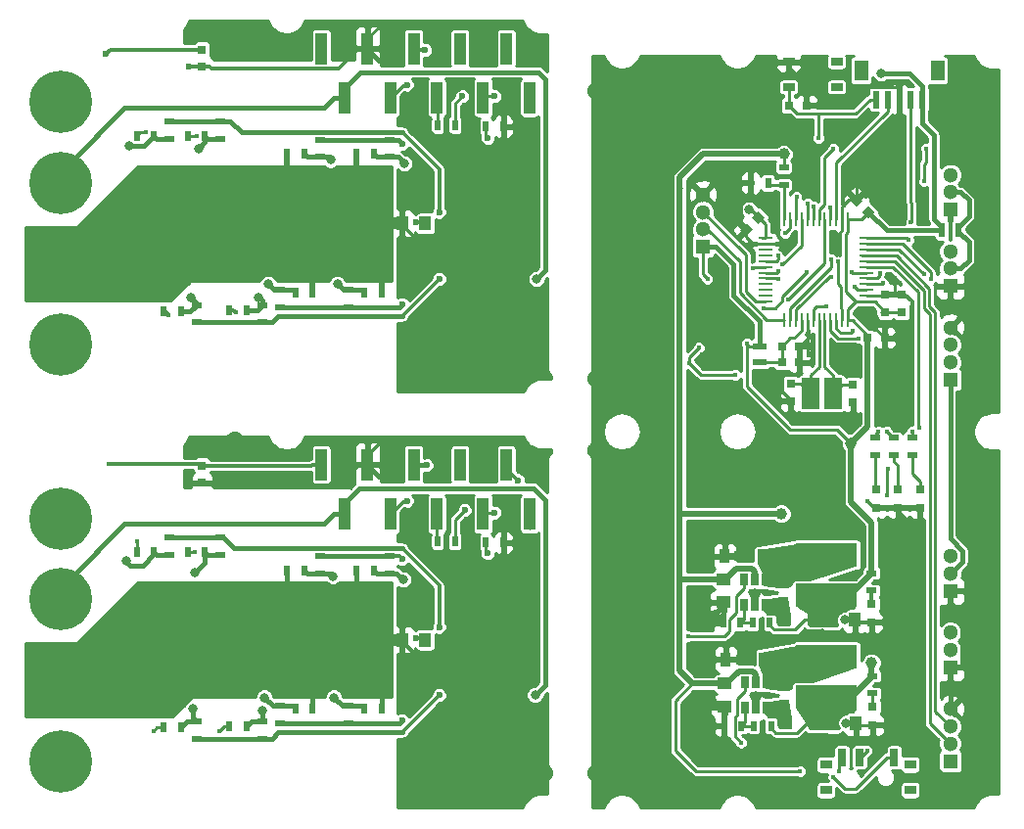
<source format=gbr>
G04 #@! TF.FileFunction,Copper,L2,Bot,Signal*
%FSLAX46Y46*%
G04 Gerber Fmt 4.6, Leading zero omitted, Abs format (unit mm)*
G04 Created by KiCad (PCBNEW 4.0.6) date 04/07/17 01:03:08*
%MOMM*%
%LPD*%
G01*
G04 APERTURE LIST*
%ADD10C,0.100000*%
%ADD11R,1.000000X2.750000*%
%ADD12R,0.250000X1.300000*%
%ADD13R,1.300000X0.250000*%
%ADD14C,1.300000*%
%ADD15R,1.300000X1.300000*%
%ADD16R,0.800000X0.750000*%
%ADD17R,0.750000X0.800000*%
%ADD18R,1.250000X1.000000*%
%ADD19R,1.000000X1.250000*%
%ADD20R,0.800000X0.800000*%
%ADD21R,0.900000X1.200000*%
%ADD22R,1.000000X1.000000*%
%ADD23R,0.599440X1.198880*%
%ADD24R,1.198880X0.599440*%
%ADD25R,5.300000X2.000000*%
%ADD26R,0.900000X0.500000*%
%ADD27R,0.500000X0.900000*%
%ADD28R,1.050000X0.650000*%
%ADD29R,0.700000X1.500000*%
%ADD30R,1.000000X0.800000*%
%ADD31R,0.650000X1.060000*%
%ADD32R,1.500000X2.700000*%
%ADD33C,5.400000*%
%ADD34C,0.600000*%
%ADD35R,0.600000X1.550000*%
%ADD36R,1.200000X1.800000*%
%ADD37C,0.800000*%
%ADD38C,0.400000*%
%ADD39C,1.000000*%
%ADD40C,0.250000*%
%ADD41C,0.400000*%
%ADD42C,0.300000*%
%ADD43C,1.000000*%
%ADD44C,0.500000*%
%ADD45C,0.254000*%
G04 APERTURE END LIST*
D10*
D11*
X137000000Y-92875000D03*
X141000000Y-92875000D03*
X145000000Y-92875000D03*
X149000000Y-92875000D03*
X153000000Y-92875000D03*
X139000000Y-97125000D03*
X143000000Y-97125000D03*
X147000000Y-97125000D03*
X151000000Y-97125000D03*
X155000000Y-97125000D03*
D10*
G36*
X182721662Y-69951992D02*
X183251992Y-69421662D01*
X183817678Y-69987348D01*
X183287348Y-70517678D01*
X182721662Y-69951992D01*
X182721662Y-69951992D01*
G37*
G36*
X183782322Y-71012652D02*
X184312652Y-70482322D01*
X184878338Y-71048008D01*
X184348008Y-71578338D01*
X183782322Y-71012652D01*
X183782322Y-71012652D01*
G37*
D12*
X182550000Y-80350000D03*
X182050000Y-80350000D03*
X181550000Y-80350000D03*
X181050000Y-80350000D03*
X180550000Y-80350000D03*
X180050000Y-80350000D03*
X179550000Y-80350000D03*
X179050000Y-80350000D03*
X178550000Y-80350000D03*
X178050000Y-80350000D03*
X177550000Y-80350000D03*
X177050000Y-80350000D03*
D13*
X175450000Y-78750000D03*
X175450000Y-78250000D03*
X175450000Y-77750000D03*
X175450000Y-77250000D03*
X175450000Y-76750000D03*
X175450000Y-76250000D03*
X175450000Y-75750000D03*
X175450000Y-75250000D03*
X175450000Y-74750000D03*
X175450000Y-74250000D03*
X175450000Y-73750000D03*
X175450000Y-73250000D03*
D12*
X177050000Y-71650000D03*
X177550000Y-71650000D03*
X178050000Y-71650000D03*
X178550000Y-71650000D03*
X179050000Y-71650000D03*
X179550000Y-71650000D03*
X180050000Y-71650000D03*
X180550000Y-71650000D03*
X181050000Y-71650000D03*
X181550000Y-71650000D03*
X182050000Y-71650000D03*
X182550000Y-71650000D03*
D13*
X184150000Y-73250000D03*
X184150000Y-73750000D03*
X184150000Y-74250000D03*
X184150000Y-74750000D03*
X184150000Y-75250000D03*
X184150000Y-75750000D03*
X184150000Y-76250000D03*
X184150000Y-76750000D03*
X184150000Y-77250000D03*
X184150000Y-77750000D03*
X184150000Y-78250000D03*
X184150000Y-78750000D03*
D14*
X191400000Y-115500000D03*
X191400000Y-117000000D03*
D15*
X191400000Y-118500000D03*
D14*
X191400000Y-114000000D03*
D16*
X178950000Y-61800000D03*
X177450000Y-61800000D03*
D17*
X177600000Y-87350000D03*
X177600000Y-85850000D03*
X183000000Y-87450000D03*
X183000000Y-85950000D03*
X187200000Y-79650000D03*
X187200000Y-78150000D03*
X185800000Y-78150000D03*
X185800000Y-79650000D03*
D16*
X185750000Y-81900000D03*
X184250000Y-81900000D03*
D10*
G36*
X173751992Y-73078338D02*
X173221662Y-72548008D01*
X173787348Y-71982322D01*
X174317678Y-72512652D01*
X173751992Y-73078338D01*
X173751992Y-73078338D01*
G37*
G36*
X174812652Y-72017678D02*
X174282322Y-71487348D01*
X174848008Y-70921662D01*
X175378338Y-71451992D01*
X174812652Y-72017678D01*
X174812652Y-72017678D01*
G37*
D16*
X178350000Y-84000000D03*
X176850000Y-84000000D03*
X178350000Y-82600000D03*
X176850000Y-82600000D03*
D18*
X171900000Y-111800000D03*
X171900000Y-113800000D03*
X171800000Y-102750000D03*
X171800000Y-104750000D03*
D17*
X177100000Y-113550000D03*
X177100000Y-112050000D03*
X177000000Y-104650000D03*
X177000000Y-103150000D03*
D19*
X181250000Y-115200000D03*
X183250000Y-115200000D03*
X181150000Y-106300000D03*
X183150000Y-106300000D03*
D20*
X184600000Y-104900000D03*
X184600000Y-106500000D03*
X184700000Y-113800000D03*
X184700000Y-115400000D03*
X188800000Y-95000000D03*
X188800000Y-96600000D03*
X185000000Y-95000000D03*
X185000000Y-96600000D03*
X186900000Y-95000000D03*
X186900000Y-96600000D03*
D21*
X175300000Y-109700000D03*
X172000000Y-109700000D03*
X175200000Y-100800000D03*
X171900000Y-100800000D03*
D22*
X177200000Y-115200000D03*
X179700000Y-115200000D03*
X177100000Y-106300000D03*
X179600000Y-106300000D03*
D14*
X191400000Y-107400000D03*
X191400000Y-108900000D03*
D15*
X191400000Y-110400000D03*
D14*
X191400000Y-100800000D03*
X191400000Y-102300000D03*
D15*
X191400000Y-103800000D03*
D14*
X191400000Y-82500000D03*
X191400000Y-84000000D03*
D15*
X191400000Y-85500000D03*
D14*
X191400000Y-81000000D03*
X191400000Y-74400000D03*
X191400000Y-75900000D03*
D15*
X191400000Y-77400000D03*
D14*
X191400000Y-67800000D03*
X191400000Y-69300000D03*
D15*
X191400000Y-70800000D03*
D23*
X190698960Y-72600000D03*
X192101040Y-72600000D03*
D24*
X174900000Y-84001040D03*
X174900000Y-82598960D03*
D25*
X180700000Y-112950000D03*
X180700000Y-109450000D03*
X180700000Y-104150000D03*
X180700000Y-100650000D03*
D26*
X184600000Y-102250000D03*
X184600000Y-103750000D03*
X184700000Y-111150000D03*
X184700000Y-112650000D03*
X188100000Y-90550000D03*
X188100000Y-92050000D03*
X184900000Y-90550000D03*
X184900000Y-92050000D03*
X186500000Y-90550000D03*
X186500000Y-92050000D03*
X177000000Y-67150000D03*
X177000000Y-68650000D03*
D27*
X175650000Y-68500000D03*
X174150000Y-68500000D03*
X175900000Y-115450000D03*
X174400000Y-115450000D03*
X173350000Y-115450000D03*
X171850000Y-115450000D03*
X175800000Y-106550000D03*
X174300000Y-106550000D03*
X173250000Y-106550000D03*
X171750000Y-106550000D03*
D28*
X177425000Y-60175000D03*
X181575000Y-60175000D03*
X177425000Y-58025000D03*
X181575000Y-58025000D03*
D29*
X186550000Y-118170000D03*
X183550000Y-118170000D03*
X182050000Y-118170000D03*
D30*
X187950000Y-121030000D03*
X180650000Y-121030000D03*
X180650000Y-118820000D03*
X187950000Y-118820000D03*
D31*
X175550000Y-113900000D03*
X174600000Y-113900000D03*
X173650000Y-113900000D03*
X173650000Y-111700000D03*
X175550000Y-111700000D03*
X174600000Y-111700000D03*
X175450000Y-105000000D03*
X174500000Y-105000000D03*
X173550000Y-105000000D03*
X173550000Y-102800000D03*
X175450000Y-102800000D03*
X174500000Y-102800000D03*
D32*
X179350000Y-86700000D03*
X181250000Y-86700000D03*
D19*
X144000000Y-72000000D03*
X146000000Y-72000000D03*
X144000000Y-108000000D03*
X146000000Y-108000000D03*
D11*
X137000000Y-56875000D03*
X141000000Y-56875000D03*
X145000000Y-56875000D03*
X149000000Y-56875000D03*
X153000000Y-56875000D03*
X139000000Y-61125000D03*
X143000000Y-61125000D03*
X147000000Y-61125000D03*
X151000000Y-61125000D03*
X155000000Y-61125000D03*
D27*
X148550000Y-63500000D03*
X147050000Y-63500000D03*
X152750000Y-63600000D03*
X151250000Y-63600000D03*
D26*
X128300000Y-63150000D03*
X128300000Y-64650000D03*
X142900000Y-64750000D03*
X142900000Y-66250000D03*
D27*
X125450000Y-64400000D03*
X126950000Y-64400000D03*
X140050000Y-66000000D03*
X141550000Y-66000000D03*
X130550000Y-79500000D03*
X129050000Y-79500000D03*
X140750000Y-78000000D03*
X142250000Y-78000000D03*
D26*
X131900000Y-79050000D03*
X131900000Y-80550000D03*
X139400000Y-77750000D03*
X139400000Y-79250000D03*
D27*
X148550000Y-99500000D03*
X147050000Y-99500000D03*
X152750000Y-99600000D03*
X151250000Y-99600000D03*
D26*
X123900000Y-99150000D03*
X123900000Y-100650000D03*
X136900000Y-100750000D03*
X136900000Y-102250000D03*
D27*
X121050000Y-100400000D03*
X122550000Y-100400000D03*
X134050000Y-102000000D03*
X135550000Y-102000000D03*
X130550000Y-115500000D03*
X129050000Y-115500000D03*
X134750000Y-114000000D03*
X136250000Y-114000000D03*
D26*
X131900000Y-115050000D03*
X131900000Y-116550000D03*
X133400000Y-113750000D03*
X133400000Y-115250000D03*
X136900000Y-64750000D03*
X136900000Y-66250000D03*
X123900000Y-63150000D03*
X123900000Y-64650000D03*
D27*
X134050000Y-66000000D03*
X135550000Y-66000000D03*
X121050000Y-64400000D03*
X122550000Y-64400000D03*
X134750000Y-78000000D03*
X136250000Y-78000000D03*
X124850000Y-79600000D03*
X123350000Y-79600000D03*
D26*
X133400000Y-77750000D03*
X133400000Y-79250000D03*
X126200000Y-79050000D03*
X126200000Y-80550000D03*
X142900000Y-100750000D03*
X142900000Y-102250000D03*
X128300000Y-99150000D03*
X128300000Y-100650000D03*
D27*
X140050000Y-102000000D03*
X141550000Y-102000000D03*
X125450000Y-100400000D03*
X126950000Y-100400000D03*
X140700000Y-114000000D03*
X142200000Y-114000000D03*
X124850000Y-115600000D03*
X123350000Y-115600000D03*
D26*
X139400000Y-113750000D03*
X139400000Y-115250000D03*
X126200000Y-115050000D03*
X126200000Y-116550000D03*
D33*
X114500000Y-68500000D03*
D34*
X114500000Y-66475000D03*
X115931891Y-67068109D03*
X116525000Y-68500000D03*
X115931891Y-69931891D03*
X114500000Y-70525000D03*
X113068109Y-69931891D03*
X112475000Y-68500000D03*
X113068109Y-67068109D03*
D33*
X114500000Y-75500000D03*
D34*
X114500000Y-73475000D03*
X115931891Y-74068109D03*
X116525000Y-75500000D03*
X115931891Y-76931891D03*
X114500000Y-77525000D03*
X113068109Y-76931891D03*
X112475000Y-75500000D03*
X113068109Y-74068109D03*
D33*
X114500000Y-82500000D03*
D34*
X114500000Y-80475000D03*
X115931891Y-81068109D03*
X116525000Y-82500000D03*
X115931891Y-83931891D03*
X114500000Y-84525000D03*
X113068109Y-83931891D03*
X112475000Y-82500000D03*
X113068109Y-81068109D03*
D33*
X114500000Y-61500000D03*
D34*
X114500000Y-59475000D03*
X115931891Y-60068109D03*
X116525000Y-61500000D03*
X115931891Y-62931891D03*
X114500000Y-63525000D03*
X113068109Y-62931891D03*
X112475000Y-61500000D03*
X113068109Y-60068109D03*
D33*
X114500000Y-104500000D03*
D34*
X114500000Y-102475000D03*
X115931891Y-103068109D03*
X116525000Y-104500000D03*
X115931891Y-105931891D03*
X114500000Y-106525000D03*
X113068109Y-105931891D03*
X112475000Y-104500000D03*
X113068109Y-103068109D03*
D33*
X114500000Y-111500000D03*
D34*
X114500000Y-109475000D03*
X115931891Y-110068109D03*
X116525000Y-111500000D03*
X115931891Y-112931891D03*
X114500000Y-113525000D03*
X113068109Y-112931891D03*
X112475000Y-111500000D03*
X113068109Y-110068109D03*
D33*
X114500000Y-118500000D03*
D34*
X114500000Y-116475000D03*
X115931891Y-117068109D03*
X116525000Y-118500000D03*
X115931891Y-119931891D03*
X114500000Y-120525000D03*
X113068109Y-119931891D03*
X112475000Y-118500000D03*
X113068109Y-117068109D03*
D33*
X114500000Y-97500000D03*
D34*
X114500000Y-95475000D03*
X115931891Y-96068109D03*
X116525000Y-97500000D03*
X115931891Y-98931891D03*
X114500000Y-99525000D03*
X113068109Y-98931891D03*
X112475000Y-97500000D03*
X113068109Y-96068109D03*
D17*
X126700000Y-56950000D03*
X126700000Y-58450000D03*
X126700000Y-92950000D03*
X126700000Y-94450000D03*
D35*
X189000000Y-61262500D03*
X188000000Y-61262500D03*
X187000000Y-61262500D03*
X186000000Y-61262500D03*
X185000000Y-61262500D03*
D36*
X190300000Y-58737500D03*
X183700000Y-58737500D03*
D14*
X170000000Y-69500000D03*
X170000000Y-71000000D03*
X170000000Y-72500000D03*
D15*
X170000000Y-74000000D03*
D37*
X127000000Y-91000000D03*
X131000000Y-91000000D03*
X139000000Y-91000000D03*
X155000000Y-93000000D03*
X151000000Y-93000000D03*
X151000000Y-91000000D03*
X147000000Y-91000000D03*
X143000000Y-91000000D03*
X127000000Y-55000000D03*
X131000000Y-55000000D03*
X139000000Y-55000000D03*
X155000000Y-57000000D03*
X151000000Y-57000000D03*
X151000000Y-55000000D03*
X147000000Y-55000000D03*
X143000000Y-55000000D03*
X172500000Y-69900000D03*
X172400000Y-68500000D03*
X172400000Y-67000000D03*
X170400000Y-67000000D03*
X174400000Y-67000000D03*
X175200000Y-70100000D03*
X174100000Y-69700000D03*
X172000000Y-71600000D03*
X171400000Y-76300000D03*
X171400000Y-78600000D03*
X170500000Y-80300000D03*
X171400000Y-82900000D03*
X170300000Y-84200000D03*
X183300000Y-98000000D03*
X172700000Y-93000000D03*
X173700000Y-87300000D03*
X174700000Y-88400000D03*
X175100000Y-90000000D03*
X174700000Y-91800000D03*
X174700000Y-94100000D03*
X177300000Y-94900000D03*
X176000000Y-96100000D03*
X172600000Y-96100000D03*
X170700000Y-94100000D03*
X170700000Y-91800000D03*
X170700000Y-90000000D03*
X170700000Y-88400000D03*
X170700000Y-87000000D03*
X172600000Y-86100000D03*
X174900000Y-85200000D03*
X188500000Y-104300000D03*
X185700000Y-100700000D03*
X188400000Y-100700000D03*
X152000000Y-116000000D03*
X143000000Y-93900000D03*
X145500000Y-96000000D03*
X143000000Y-57900000D03*
X145700000Y-60000000D03*
D34*
X152000000Y-80000000D03*
X125600000Y-58400000D03*
D37*
X133750000Y-74250000D03*
X133750000Y-72750000D03*
X133750000Y-71250000D03*
X133750000Y-69750000D03*
X136250000Y-69750000D03*
X136250000Y-71250000D03*
X136250000Y-72750000D03*
X136250000Y-74250000D03*
X138750000Y-74250000D03*
X138750000Y-72750000D03*
X138750000Y-71250000D03*
X138750000Y-69750000D03*
X141250000Y-69750000D03*
X141250000Y-71250000D03*
X141250000Y-72750000D03*
X141250000Y-74250000D03*
X135000000Y-75000000D03*
X135000000Y-73500000D03*
X135000000Y-72000000D03*
X135000000Y-70500000D03*
X137500000Y-75000000D03*
X137500000Y-73500000D03*
X137500000Y-72000000D03*
X137500000Y-70500000D03*
X140000000Y-75000000D03*
X140000000Y-73500000D03*
X140000000Y-72000000D03*
X140000000Y-70500000D03*
X135000000Y-69000000D03*
X137500000Y-69000000D03*
X140000000Y-69000000D03*
X142500000Y-69000000D03*
X142500000Y-70500000D03*
X142500000Y-72000000D03*
X142500000Y-73500000D03*
X142500000Y-75000000D03*
D38*
X177971232Y-72978768D03*
D39*
X170800000Y-113400000D03*
D37*
X184100000Y-79900000D03*
X186000000Y-111000000D03*
X188500000Y-107800000D03*
X185600000Y-108900000D03*
X184400000Y-65500000D03*
X183200000Y-68100000D03*
X189000000Y-73500000D03*
X189000000Y-70000000D03*
X182000000Y-84000000D03*
X177600000Y-88800000D03*
X182900000Y-88700000D03*
X180300000Y-88700000D03*
X188000000Y-98000000D03*
X180000000Y-97700000D03*
X184500000Y-107800000D03*
X181900000Y-107700000D03*
X178900000Y-107700000D03*
X171500000Y-99000000D03*
X176000000Y-108000000D03*
X173000000Y-108000000D03*
X190000000Y-120000000D03*
X195000000Y-60000000D03*
X195000000Y-70000000D03*
X195000000Y-75000000D03*
X195000000Y-80000000D03*
X195000000Y-85000000D03*
X195000000Y-95000000D03*
X195000000Y-100000000D03*
X195000000Y-105000000D03*
X195000000Y-110000000D03*
X195000000Y-115000000D03*
X195000000Y-120000000D03*
X180000000Y-92875000D03*
X181200000Y-94000000D03*
X181200000Y-91800000D03*
X178800000Y-91800000D03*
X178800000Y-90800000D03*
X181200000Y-90800000D03*
X181200000Y-95000000D03*
X180000000Y-90800000D03*
X181200000Y-92900000D03*
X178800000Y-92900000D03*
X180000000Y-95000000D03*
X188700000Y-110000000D03*
D38*
X184200000Y-96000000D03*
D34*
X179200000Y-83300000D03*
X181400000Y-73600000D03*
D38*
X178800000Y-59900000D03*
D37*
X187300000Y-70800000D03*
D38*
X186600000Y-76700000D03*
D37*
X152900000Y-74300000D03*
X148300000Y-74300000D03*
X148300000Y-69700000D03*
X151500000Y-72900000D03*
X150600000Y-72900000D03*
X149700000Y-72900000D03*
X151500000Y-71100000D03*
X150600000Y-71100000D03*
X149700000Y-71100000D03*
X149700000Y-72000000D03*
X151500000Y-72000000D03*
X150600000Y-72000000D03*
X152900000Y-69700000D03*
D39*
X171000000Y-105900000D03*
D37*
X182400000Y-115200000D03*
D39*
X174600000Y-112950000D03*
X173200000Y-109700000D03*
X173100000Y-100800000D03*
D37*
X182300000Y-106300000D03*
D39*
X174500000Y-104050000D03*
D34*
X125500000Y-94500000D03*
D37*
X148300000Y-110300000D03*
X148300000Y-105700000D03*
X152900000Y-110300000D03*
X152875000Y-105700000D03*
X149700000Y-108899996D03*
X149700000Y-108000000D03*
X149700000Y-107100006D03*
X150600000Y-108899994D03*
X151500000Y-107100000D03*
X151500000Y-108900000D03*
X150600008Y-107100000D03*
X151500004Y-108000000D03*
X150600008Y-108000000D03*
X133750000Y-110250000D03*
X133750000Y-108750000D03*
X133750000Y-107250000D03*
X133750000Y-105750000D03*
X135000000Y-111000000D03*
X137500000Y-111000000D03*
X135000000Y-109500000D03*
X135000000Y-108000000D03*
X135000000Y-106500000D03*
X135000000Y-105000000D03*
X136250000Y-105750000D03*
X136250000Y-107250000D03*
X136250000Y-108750000D03*
X136250000Y-110250000D03*
X137500000Y-109500000D03*
X137500000Y-108000000D03*
X137500000Y-106500000D03*
X137500000Y-105000000D03*
X138750000Y-105750000D03*
X138750000Y-107250000D03*
X138750000Y-108750000D03*
X140000000Y-111000000D03*
X138750000Y-110250000D03*
X140000000Y-109500000D03*
X140000000Y-108000000D03*
X140000000Y-106500000D03*
X140000000Y-105000000D03*
X141250000Y-105750000D03*
X141250000Y-107250000D03*
X141250000Y-108750000D03*
X141250000Y-110250000D03*
X142500000Y-105000000D03*
X142500000Y-106500000D03*
X142500000Y-111000000D03*
X142500000Y-109500000D03*
X142500000Y-108000000D03*
D38*
X180000000Y-64585002D03*
X180714158Y-79185842D03*
D34*
X149400000Y-96800000D03*
X146100000Y-92900000D03*
X149200000Y-61000000D03*
X146000000Y-57000000D03*
D37*
X174000000Y-70800000D03*
D38*
X170400000Y-76800000D03*
X173800000Y-82400000D03*
D39*
X182800000Y-91000000D03*
D37*
X185400000Y-59000000D03*
X155500000Y-112800000D03*
X155600000Y-76800000D03*
D39*
X177000000Y-66000000D03*
X176800000Y-97100000D03*
D38*
X178400000Y-119400000D03*
X172800000Y-85100000D03*
X169700000Y-82700000D03*
X168824990Y-84100000D03*
D39*
X184600000Y-110000000D03*
D38*
X187800000Y-73400000D03*
X188000000Y-71900000D03*
X189113076Y-76386924D03*
X189700000Y-76800000D03*
X181100000Y-76600000D03*
X181075000Y-75100000D03*
X189139150Y-68360850D03*
X189300000Y-65500000D03*
X181700000Y-75300000D03*
X181000000Y-70600000D03*
X178100000Y-69700000D03*
X179045381Y-70271092D03*
X179600000Y-70500000D03*
X181300000Y-65500000D03*
X176500000Y-76800000D03*
X176500000Y-76100000D03*
X177100000Y-72850000D03*
X186000000Y-93200000D03*
X185900000Y-95500000D03*
X188700000Y-89700000D03*
X185600000Y-77175000D03*
X177400000Y-78600000D03*
X174300000Y-75900000D03*
X176500000Y-74800000D03*
X179000569Y-76199431D03*
X182900000Y-76200000D03*
X175300000Y-79300000D03*
X176900000Y-75550000D03*
X183100000Y-77500000D03*
X188100000Y-90000000D03*
X185200000Y-90000000D03*
X183449999Y-81921668D03*
X185900000Y-90000000D03*
X183000000Y-81300000D03*
X185300000Y-76300000D03*
X181300000Y-119900000D03*
X181800000Y-119400000D03*
X168700000Y-107700000D03*
X173300000Y-116900000D03*
X184200000Y-117600000D03*
D34*
X145200000Y-71900000D03*
D38*
X129600000Y-79700000D03*
X123800000Y-79900000D03*
X121800000Y-64100000D03*
X126200000Y-64400000D03*
D34*
X145200000Y-107900000D03*
D38*
X122500000Y-115900000D03*
X128200000Y-115900000D03*
X126100000Y-100400000D03*
X121100000Y-99500000D03*
D37*
X144200000Y-66800000D03*
X126400000Y-65500000D03*
X137800000Y-66500000D03*
X120400000Y-65300000D03*
X132400000Y-77200000D03*
X125700000Y-78400000D03*
X138400000Y-77200000D03*
X131600000Y-78400000D03*
D34*
X151400000Y-64600000D03*
D37*
X138000000Y-102500000D03*
X120100000Y-101200000D03*
X144100000Y-102800000D03*
X126100000Y-102200000D03*
X138100000Y-113000000D03*
X125900000Y-114000000D03*
X132100000Y-113000000D03*
X131900000Y-114100000D03*
D34*
X147200000Y-71000000D03*
X151400000Y-100500000D03*
X153000000Y-56875000D03*
X154000000Y-94200000D03*
X144000000Y-79000000D03*
X147200000Y-76800000D03*
X147200000Y-106900000D03*
X144000000Y-115000000D03*
X147200000Y-112800000D03*
X149000000Y-56875000D03*
X144400000Y-60000000D03*
X147000000Y-61125000D03*
X149000000Y-92875000D03*
X144400000Y-96000000D03*
X147000000Y-97125000D03*
X144000000Y-65100000D03*
X143990380Y-101009620D03*
X152000000Y-61000000D03*
X155000000Y-61125000D03*
X152000000Y-97000000D03*
X155000000Y-97125000D03*
X118400000Y-57300000D03*
D38*
X118600000Y-92800000D03*
D40*
X185400000Y-79650000D02*
X186800000Y-79650000D01*
X135000000Y-56100000D02*
X132100000Y-56100000D01*
X132100000Y-56100000D02*
X131000000Y-55000000D01*
X136100000Y-55000000D02*
X135000000Y-56100000D01*
X139000000Y-55000000D02*
X136100000Y-55000000D01*
X132000000Y-92000000D02*
X131000000Y-91000000D01*
X135000000Y-92000000D02*
X132000000Y-92000000D01*
X136000000Y-91000000D02*
X135000000Y-92000000D01*
X139000000Y-91000000D02*
X136000000Y-91000000D01*
X151000000Y-91000000D02*
X153585002Y-91000000D01*
X153585002Y-91000000D02*
X155000000Y-92414998D01*
X155000000Y-92414998D02*
X155000000Y-93000000D01*
X147000000Y-91000000D02*
X151000000Y-91000000D01*
X141000000Y-92875000D02*
X141000000Y-92000000D01*
X141000000Y-92000000D02*
X142000000Y-91000000D01*
X142000000Y-91000000D02*
X143000000Y-91000000D01*
X131000000Y-55000000D02*
X127000000Y-55000000D01*
X155000000Y-56000000D02*
X155000000Y-57000000D01*
X154000000Y-55000000D02*
X155000000Y-56000000D01*
X151000000Y-55000000D02*
X154000000Y-55000000D01*
X147000000Y-55000000D02*
X151000000Y-55000000D01*
X141000000Y-56875000D02*
X141000000Y-56000000D01*
X141000000Y-56000000D02*
X142000000Y-55000000D01*
X142000000Y-55000000D02*
X143000000Y-55000000D01*
X172400000Y-68500000D02*
X172400000Y-69800000D01*
X172400000Y-69800000D02*
X172500000Y-69900000D01*
D41*
X174150000Y-68500000D02*
X172400000Y-68500000D01*
X172400000Y-68500000D02*
X171000000Y-68500000D01*
D40*
X172000000Y-71600000D02*
X172000000Y-68900000D01*
X172000000Y-68900000D02*
X172400000Y-68500000D01*
X170400000Y-67000000D02*
X172400000Y-67000000D01*
X174150000Y-68500000D02*
X174150000Y-67250000D01*
X174150000Y-67250000D02*
X174400000Y-67000000D01*
X172000000Y-71600000D02*
X173900000Y-69700000D01*
X173900000Y-69700000D02*
X174100000Y-69700000D01*
X171400000Y-82900000D02*
X170500000Y-82000000D01*
X170500000Y-82000000D02*
X170500000Y-80300000D01*
X170000000Y-69500000D02*
X169024999Y-70475001D01*
X169024999Y-70475001D02*
X169024999Y-81247997D01*
X169024999Y-81247997D02*
X170300000Y-82522998D01*
X170300000Y-82522998D02*
X170300000Y-84200000D01*
X180000000Y-97700000D02*
X183000000Y-97700000D01*
X183000000Y-97700000D02*
X183300000Y-98000000D01*
X174700000Y-88400000D02*
X174700000Y-88300000D01*
X174700000Y-88300000D02*
X173700000Y-87300000D01*
X174700000Y-91800000D02*
X174700000Y-90400000D01*
X174700000Y-90400000D02*
X175100000Y-90000000D01*
X177300000Y-94900000D02*
X175500000Y-94900000D01*
X175500000Y-94900000D02*
X174700000Y-94100000D01*
X172600000Y-96100000D02*
X176000000Y-96100000D01*
X170700000Y-91800000D02*
X170700000Y-94100000D01*
X170700000Y-88400000D02*
X170700000Y-90000000D01*
X172600000Y-86100000D02*
X171600000Y-86100000D01*
X171600000Y-86100000D02*
X170700000Y-87000000D01*
X177600000Y-87350000D02*
X177600000Y-87325000D01*
X177600000Y-87325000D02*
X175475000Y-85200000D01*
X175475000Y-85200000D02*
X174900000Y-85200000D01*
X185700000Y-100700000D02*
X185700000Y-101500000D01*
X185700000Y-101500000D02*
X188500000Y-104300000D01*
X188400000Y-100700000D02*
X185700000Y-100700000D01*
X152900000Y-110300000D02*
X152900000Y-115100000D01*
X152900000Y-115100000D02*
X152000000Y-116000000D01*
D41*
X143000000Y-93900000D02*
X142025000Y-93900000D01*
X142025000Y-93900000D02*
X141000000Y-92875000D01*
X148300000Y-105700000D02*
X148300000Y-102170002D01*
X148300000Y-102170002D02*
X145500000Y-99370002D01*
X145500000Y-99370002D02*
X145500000Y-96000000D01*
X143000000Y-57900000D02*
X142025000Y-57900000D01*
X142025000Y-57900000D02*
X141000000Y-56875000D01*
X148300000Y-69700000D02*
X148300000Y-66170002D01*
X148300000Y-66170002D02*
X145700000Y-63570002D01*
X145700000Y-63570002D02*
X145700000Y-60000000D01*
D42*
X148300000Y-74300000D02*
X147900001Y-73900001D01*
X147900001Y-73900001D02*
X145775001Y-73900001D01*
X144000000Y-72125000D02*
X144000000Y-72000000D01*
X145775001Y-73900001D02*
X144000000Y-72125000D01*
X148300000Y-110300000D02*
X146175000Y-110300000D01*
X146175000Y-110300000D02*
X144000000Y-108125000D01*
X144000000Y-108125000D02*
X144000000Y-108000000D01*
D40*
X152900000Y-74300000D02*
X152900000Y-79100000D01*
X152900000Y-79100000D02*
X152000000Y-80000000D01*
X148300000Y-74300000D02*
X152900000Y-74300000D01*
D43*
X144000000Y-72000000D02*
X142500000Y-72000000D01*
X144000000Y-108000000D02*
X142500000Y-108000000D01*
D40*
X152750000Y-63600000D02*
X152750000Y-69550000D01*
X152750000Y-69550000D02*
X152900000Y-69700000D01*
X152750000Y-99600000D02*
X152750000Y-105575000D01*
X152750000Y-105575000D02*
X152875000Y-105700000D01*
D42*
X114500000Y-75500000D02*
X115150001Y-76150001D01*
X115150001Y-76150001D02*
X131849999Y-76150001D01*
X131849999Y-76150001D02*
X133350001Y-74649999D01*
X133350001Y-74649999D02*
X133750000Y-74250000D01*
X126700000Y-58450000D02*
X127375000Y-58450000D01*
X140200000Y-56875000D02*
X141000000Y-56875000D01*
X127375000Y-58450000D02*
X127525001Y-58600001D01*
X127525001Y-58600001D02*
X138474999Y-58600001D01*
X138474999Y-58600001D02*
X140200000Y-56875000D01*
X125600000Y-58400000D02*
X126650000Y-58400000D01*
X126650000Y-58400000D02*
X126700000Y-58450000D01*
D44*
X140050000Y-66000000D02*
X140050000Y-68950000D01*
X140050000Y-68950000D02*
X140000000Y-69000000D01*
X142250000Y-78000000D02*
X142250000Y-75250000D01*
X142250000Y-75250000D02*
X142500000Y-75000000D01*
X136250000Y-78000000D02*
X136250000Y-76250000D01*
X136250000Y-76250000D02*
X135000000Y-75000000D01*
X134050000Y-66000000D02*
X134050000Y-68050000D01*
X134050000Y-68050000D02*
X135000000Y-69000000D01*
D40*
X175450000Y-73750000D02*
X177200000Y-73750000D01*
X177200000Y-73750000D02*
X177971232Y-72978768D01*
X173769670Y-72530330D02*
X173274999Y-72035659D01*
X173274999Y-72035659D02*
X173274999Y-70075001D01*
X173274999Y-70075001D02*
X174150000Y-69200000D01*
X174150000Y-69200000D02*
X174150000Y-68500000D01*
D44*
X171900000Y-113800000D02*
X171200000Y-113800000D01*
X171200000Y-113800000D02*
X170800000Y-113400000D01*
X171850000Y-115450000D02*
X171850000Y-113850000D01*
X171850000Y-113850000D02*
X171900000Y-113800000D01*
D40*
X177600000Y-87350000D02*
X177600000Y-87375000D01*
X185750000Y-81900000D02*
X185725000Y-81900000D01*
X185725000Y-81900000D02*
X184100000Y-80275000D01*
X184100000Y-80275000D02*
X184100000Y-79900000D01*
D41*
X187200000Y-106500000D02*
X188500000Y-107800000D01*
X188500000Y-107800000D02*
X188700000Y-108000000D01*
D40*
X184500000Y-107800000D02*
X185600000Y-108900000D01*
X183200000Y-67400000D02*
X183200000Y-66700000D01*
X183200000Y-66700000D02*
X184400000Y-65500000D01*
X183200000Y-68100000D02*
X183200000Y-67400000D01*
X183269670Y-69969670D02*
X183269670Y-68169670D01*
X183269670Y-68169670D02*
X183200000Y-68100000D01*
X180300000Y-88700000D02*
X182900000Y-88700000D01*
X186900000Y-96600000D02*
X186900000Y-96900000D01*
X186900000Y-96900000D02*
X188000000Y-98000000D01*
X180000000Y-95000000D02*
X180000000Y-97700000D01*
X178900000Y-107700000D02*
X181900000Y-107700000D01*
X171900000Y-100800000D02*
X171900000Y-99400000D01*
X171900000Y-99400000D02*
X171500000Y-99000000D01*
X173200000Y-109700000D02*
X173200000Y-108200000D01*
X173200000Y-108200000D02*
X173000000Y-108000000D01*
X195000000Y-70000000D02*
X195000000Y-60000000D01*
X195000000Y-80000000D02*
X195000000Y-75000000D01*
X192500000Y-92500000D02*
X192500000Y-87500000D01*
X192500000Y-87500000D02*
X195000000Y-85000000D01*
X195000000Y-95000000D02*
X192500000Y-92500000D01*
X195000000Y-105000000D02*
X195000000Y-100000000D01*
X195000000Y-115000000D02*
X195000000Y-110000000D01*
X191400000Y-114000000D02*
X195000000Y-117600000D01*
X195000000Y-117600000D02*
X195000000Y-120000000D01*
X187200000Y-106500000D02*
X188250000Y-106500000D01*
X188250000Y-106500000D02*
X188800000Y-105950000D01*
D41*
X184600000Y-106500000D02*
X187200000Y-106500000D01*
X188700000Y-108000000D02*
X188700000Y-110000000D01*
D40*
X188800000Y-96600000D02*
X188800000Y-105950000D01*
X185250000Y-106500000D02*
X184600000Y-106500000D01*
X185000000Y-96600000D02*
X184800000Y-96600000D01*
X184800000Y-96600000D02*
X184200000Y-96000000D01*
X179050000Y-81925000D02*
X179050000Y-83150000D01*
X179050000Y-83150000D02*
X179200000Y-83300000D01*
X178350000Y-82600000D02*
X178350000Y-84000000D01*
X179050000Y-80350000D02*
X179050000Y-81925000D01*
X179050000Y-81925000D02*
X178375000Y-82600000D01*
X178375000Y-82600000D02*
X178350000Y-82600000D01*
D41*
X171000000Y-68500000D02*
X170000000Y-69500000D01*
D40*
X183000000Y-87450000D02*
X183000000Y-88100000D01*
X183000000Y-88100000D02*
X182724999Y-88375001D01*
X182724999Y-88375001D02*
X177975001Y-88375001D01*
X177975001Y-88375001D02*
X177600000Y-88000000D01*
X177600000Y-88000000D02*
X177600000Y-87350000D01*
D42*
X185750000Y-81900000D02*
X186450000Y-81900000D01*
X186450000Y-81900000D02*
X188100000Y-80250000D01*
X188100000Y-80250000D02*
X188100000Y-78775000D01*
D41*
X187000000Y-61262500D02*
X187000000Y-62437500D01*
X187000000Y-62437500D02*
X186225010Y-63212490D01*
X186225010Y-63212490D02*
X186225010Y-67514330D01*
X186225010Y-67514330D02*
X184105545Y-69633795D01*
X183605545Y-69633795D02*
X183269670Y-69969670D01*
D40*
X182050000Y-71650000D02*
X182050000Y-72590592D01*
X182050000Y-72590592D02*
X181400000Y-73240592D01*
X181400000Y-73240592D02*
X181400000Y-73600000D01*
X175450000Y-73750000D02*
X174359010Y-73750000D01*
X174359010Y-73750000D02*
X173769670Y-73160660D01*
X173769670Y-73160660D02*
X173769670Y-72530330D01*
D41*
X185000000Y-96600000D02*
X186900000Y-96600000D01*
X188800000Y-96600000D02*
X186900000Y-96600000D01*
D40*
X187000000Y-61262500D02*
X187000000Y-60237500D01*
X187000000Y-60237500D02*
X186924999Y-60162499D01*
X186924999Y-60162499D02*
X183022503Y-60162499D01*
X183022503Y-60162499D02*
X181385002Y-61800000D01*
X181385002Y-61800000D02*
X179600000Y-61800000D01*
X179600000Y-61800000D02*
X178950000Y-61800000D01*
X177425000Y-58025000D02*
X177425000Y-58525000D01*
X177425000Y-58525000D02*
X178800000Y-59900000D01*
X178950000Y-61800000D02*
X178950000Y-60050000D01*
X178950000Y-60050000D02*
X178800000Y-59900000D01*
D41*
X186734315Y-70800000D02*
X185434315Y-69500000D01*
X183739340Y-69500000D02*
X183269670Y-69969670D01*
X187300000Y-70800000D02*
X186734315Y-70800000D01*
X185434315Y-69500000D02*
X183739340Y-69500000D01*
D40*
X182050000Y-71650000D02*
X182050000Y-70559010D01*
X182050000Y-70559010D02*
X182639340Y-69969670D01*
X182639340Y-69969670D02*
X183269670Y-69969670D01*
X186600000Y-76700000D02*
X186600000Y-76982842D01*
X186600000Y-76982842D02*
X186600000Y-78150000D01*
X186600000Y-78150000D02*
X186584195Y-78134195D01*
X185800000Y-78150000D02*
X186600000Y-78150000D01*
X186600000Y-78150000D02*
X187200000Y-78150000D01*
X184150000Y-78250000D02*
X185700000Y-78250000D01*
X185700000Y-78250000D02*
X185800000Y-78150000D01*
X187300000Y-78050000D02*
X187200000Y-78150000D01*
D42*
X187475000Y-78150000D02*
X188100000Y-78775000D01*
D40*
X152900000Y-69700000D02*
X151500000Y-71100000D01*
X152900000Y-74300000D02*
X151500000Y-72900000D01*
X148300000Y-74300000D02*
X149700000Y-72900000D01*
X148300000Y-69700000D02*
X149700000Y-71100000D01*
X184700000Y-115400000D02*
X183450000Y-115400000D01*
X183450000Y-115400000D02*
X183250000Y-115200000D01*
D41*
X183250000Y-115200000D02*
X182400000Y-115200000D01*
X191400000Y-114000000D02*
X191400000Y-110400000D01*
X191400000Y-103800000D02*
X191400000Y-104850000D01*
X191400000Y-104850000D02*
X192450001Y-105900001D01*
X192450001Y-105900001D02*
X192450000Y-110400000D01*
X192450000Y-110400000D02*
X191400000Y-110400000D01*
D44*
X171900000Y-113800000D02*
X171775000Y-113800000D01*
D42*
X184600000Y-106500000D02*
X183350000Y-106500000D01*
X183350000Y-106500000D02*
X183150000Y-106300000D01*
D40*
X191400000Y-110400000D02*
X191400000Y-110343002D01*
D44*
X171750000Y-106550000D02*
X171650000Y-106550000D01*
X171650000Y-106550000D02*
X171000000Y-105900000D01*
X171800000Y-104750000D02*
X171800000Y-105100000D01*
X171800000Y-105100000D02*
X171000000Y-105900000D01*
X174600000Y-113900000D02*
X174600000Y-112950000D01*
X172000000Y-109700000D02*
X173200000Y-109700000D01*
X171900000Y-100800000D02*
X173100000Y-100800000D01*
D41*
X183150000Y-106300000D02*
X182300000Y-106300000D01*
D44*
X171750000Y-106550000D02*
X171750000Y-106500000D01*
X174500000Y-105000000D02*
X174500000Y-104050000D01*
D40*
X152850000Y-105675000D02*
X152875000Y-105700000D01*
D41*
X126700000Y-94450000D02*
X127475000Y-94450000D01*
X127475000Y-94450000D02*
X127675001Y-94650001D01*
X140100000Y-92875000D02*
X141000000Y-92875000D01*
X127675001Y-94650001D02*
X138324999Y-94650001D01*
X138324999Y-94650001D02*
X140100000Y-92875000D01*
D42*
X126700000Y-94450000D02*
X125550000Y-94450000D01*
X125550000Y-94450000D02*
X125500000Y-94500000D01*
X149700000Y-108899996D02*
X149700000Y-108900000D01*
X149700000Y-108900000D02*
X148300000Y-110300000D01*
X149700000Y-107100006D02*
X149700000Y-107100000D01*
X149700000Y-107100000D02*
X148300000Y-105700000D01*
D41*
X142200000Y-114000000D02*
X142200000Y-111300000D01*
X142200000Y-111300000D02*
X142500000Y-111000000D01*
X136250000Y-114000000D02*
X136250000Y-112250000D01*
X136250000Y-112250000D02*
X135000000Y-111000000D01*
X134050000Y-102000000D02*
X134050000Y-104050000D01*
X134050000Y-104050000D02*
X135000000Y-105000000D01*
X140050000Y-102000000D02*
X140050000Y-104950000D01*
X140050000Y-104950000D02*
X140000000Y-105000000D01*
X133750000Y-110250000D02*
X133231890Y-110768110D01*
X133231890Y-110768110D02*
X115231890Y-110768110D01*
X115231890Y-110768110D02*
X114500000Y-111500000D01*
D40*
X180000000Y-64585002D02*
X180000000Y-62500001D01*
X179550000Y-80350000D02*
X179550000Y-79450000D01*
X179550000Y-79450000D02*
X179814158Y-79185842D01*
X179814158Y-79185842D02*
X180714158Y-79185842D01*
X183212499Y-62500001D02*
X180000000Y-62500001D01*
X180000000Y-62500001D02*
X178175001Y-62500001D01*
X185000000Y-61262500D02*
X184450000Y-61262500D01*
X178175001Y-62500001D02*
X177475000Y-61800000D01*
X184450000Y-61262500D02*
X183212499Y-62500001D01*
X177475000Y-61800000D02*
X177450000Y-61800000D01*
X177425000Y-60175000D02*
X177425000Y-61775000D01*
X177425000Y-61775000D02*
X177450000Y-61800000D01*
X177600000Y-85850000D02*
X178500000Y-85850000D01*
X178500000Y-85850000D02*
X179350000Y-86700000D01*
X179350000Y-86700000D02*
X179350000Y-85100000D01*
X179350000Y-85100000D02*
X180050000Y-84400000D01*
X180050000Y-84400000D02*
X180050000Y-81250000D01*
X180050000Y-81250000D02*
X180050000Y-80350000D01*
X183000000Y-85950000D02*
X182000000Y-85950000D01*
X182000000Y-85950000D02*
X181250000Y-86700000D01*
X181250000Y-86700000D02*
X181250000Y-85100000D01*
X181250000Y-85100000D02*
X180550000Y-84400000D01*
X180550000Y-84400000D02*
X180550000Y-81250000D01*
X180550000Y-81250000D02*
X180550000Y-80350000D01*
X170000000Y-74000000D02*
X170000000Y-76400000D01*
X170000000Y-76400000D02*
X170400000Y-76800000D01*
D41*
X172674990Y-75532464D02*
X171142526Y-74000000D01*
X171142526Y-74000000D02*
X170000000Y-74000000D01*
X172674990Y-78213878D02*
X172674990Y-75532464D01*
X174900000Y-80438888D02*
X172674990Y-78213878D01*
D40*
X148550000Y-97650000D02*
X149400000Y-96800000D01*
X148550000Y-99500000D02*
X148550000Y-97650000D01*
D41*
X146100000Y-92900000D02*
X145025000Y-92900000D01*
X145025000Y-92900000D02*
X145000000Y-92875000D01*
D40*
X146075000Y-92875000D02*
X146100000Y-92900000D01*
X148550000Y-63500000D02*
X148550000Y-61650000D01*
X148550000Y-61650000D02*
X149200000Y-61000000D01*
D42*
X146000000Y-57000000D02*
X145125000Y-57000000D01*
X145125000Y-57000000D02*
X145000000Y-56875000D01*
D40*
X182800000Y-91000000D02*
X181600000Y-89800000D01*
X181600000Y-89800000D02*
X177526998Y-89800000D01*
X177526998Y-89800000D02*
X173800000Y-86073002D01*
X173800000Y-86073002D02*
X173800000Y-82682842D01*
X173800000Y-82682842D02*
X173800000Y-82400000D01*
X174000000Y-70800000D02*
X174160660Y-70800000D01*
X174160660Y-70800000D02*
X174830330Y-71469670D01*
D41*
X190698960Y-72600000D02*
X185900000Y-72600000D01*
X185900000Y-72600000D02*
X184330330Y-71030330D01*
D40*
X174900000Y-82598960D02*
X173998960Y-82598960D01*
X173998960Y-82598960D02*
X173800000Y-82400000D01*
D44*
X184600000Y-102250000D02*
X184600000Y-97900000D01*
X184600000Y-97900000D02*
X182800000Y-96100000D01*
X184250000Y-89550000D02*
X182800000Y-91000000D01*
X182800000Y-91000000D02*
X182800000Y-96100000D01*
D41*
X174900000Y-80438888D02*
X174900000Y-82598960D01*
D44*
X184250000Y-89550000D02*
X184250000Y-81900000D01*
D40*
X184900000Y-78750000D02*
X185800000Y-79650000D01*
X175450000Y-73250000D02*
X175450000Y-72089340D01*
X175450000Y-72089340D02*
X174830330Y-71469670D01*
X182550000Y-80350000D02*
X182925000Y-80350000D01*
X182925000Y-80350000D02*
X184250000Y-81675000D01*
X184250000Y-81675000D02*
X184250000Y-81900000D01*
X182550000Y-71650000D02*
X183710660Y-71650000D01*
X183710660Y-71650000D02*
X184330330Y-71030330D01*
D41*
X189000000Y-61262500D02*
X189000000Y-63363998D01*
X189000000Y-63363998D02*
X189999240Y-64363238D01*
X189999240Y-64363238D02*
X189999240Y-71600560D01*
X189999240Y-71600560D02*
X190698960Y-72300280D01*
X190698960Y-72300280D02*
X190698960Y-72600000D01*
X189000000Y-61262500D02*
X189000000Y-60087500D01*
X189000000Y-60087500D02*
X187912500Y-59000000D01*
X187912500Y-59000000D02*
X185400000Y-59000000D01*
D40*
X182550000Y-71650000D02*
X182550000Y-72727002D01*
X182374999Y-72902003D02*
X182374999Y-77874999D01*
X182550000Y-72727002D02*
X182374999Y-72902003D01*
X182374999Y-77874999D02*
X183250000Y-78750000D01*
X184150000Y-78750000D02*
X184900000Y-78750000D01*
D44*
X180700000Y-104150000D02*
X182700000Y-104150000D01*
X182700000Y-104150000D02*
X184600000Y-102250000D01*
D40*
X175450000Y-73250000D02*
X175100000Y-73250000D01*
X182550000Y-80350000D02*
X182550000Y-79450000D01*
X182550000Y-79450000D02*
X183250000Y-78750000D01*
X183250000Y-78750000D02*
X184150000Y-78750000D01*
D44*
X181150000Y-106300000D02*
X181150000Y-103700000D01*
D40*
X181150000Y-106300000D02*
X179600000Y-106300000D01*
X179600000Y-106300000D02*
X178850000Y-106300000D01*
X178850000Y-106300000D02*
X178000000Y-107150000D01*
X178000000Y-107150000D02*
X176200000Y-107150000D01*
X175800000Y-106750000D02*
X176200000Y-107150000D01*
X175800000Y-106550000D02*
X175800000Y-106750000D01*
X174900000Y-84001040D02*
X176848960Y-84001040D01*
X176848960Y-84001040D02*
X176850000Y-84000000D01*
X176850000Y-82600000D02*
X176850000Y-84000000D01*
X178550000Y-80350000D02*
X178550000Y-81250000D01*
X178550000Y-81250000D02*
X177900001Y-81899999D01*
X177900001Y-81899999D02*
X177575001Y-81899999D01*
X177575001Y-81899999D02*
X176875000Y-82600000D01*
X176875000Y-82600000D02*
X176850000Y-82600000D01*
D41*
X156400000Y-95929998D02*
X156400000Y-111900000D01*
X156400000Y-111900000D02*
X155500000Y-112800000D01*
X156400000Y-59500000D02*
X156400000Y-76000000D01*
X156400000Y-76000000D02*
X155600000Y-76800000D01*
X155800000Y-58900000D02*
X156400000Y-59500000D01*
X140350000Y-58900000D02*
X155800000Y-58900000D01*
X139000000Y-61125000D02*
X139000000Y-60250000D01*
X139000000Y-60250000D02*
X140350000Y-58900000D01*
X139000000Y-61125000D02*
X138100000Y-61125000D01*
X138100000Y-61125000D02*
X137225000Y-62000000D01*
X137225000Y-62000000D02*
X120000000Y-62000000D01*
X115200001Y-66799999D02*
X120000000Y-62000000D01*
X114500000Y-68500000D02*
X115200001Y-67799999D01*
X115200001Y-67799999D02*
X115200001Y-66799999D01*
D40*
X178400000Y-119400000D02*
X169400000Y-119400000D01*
X169400000Y-119400000D02*
X167600000Y-117600000D01*
X167600000Y-117600000D02*
X167600000Y-113300000D01*
X167600000Y-113300000D02*
X169100000Y-111800000D01*
D44*
X168000000Y-102600000D02*
X168000000Y-110700000D01*
X168000000Y-110700000D02*
X169100000Y-111800000D01*
X169100000Y-111800000D02*
X171900000Y-111800000D01*
X168000000Y-95100000D02*
X168000000Y-97000000D01*
X168000000Y-97000000D02*
X168000000Y-102600000D01*
X176800000Y-97100000D02*
X168100000Y-97100000D01*
X168100000Y-97100000D02*
X168000000Y-97000000D01*
X171800000Y-102750000D02*
X168150000Y-102750000D01*
X168150000Y-102750000D02*
X168000000Y-102600000D01*
X168000000Y-68900000D02*
X168000000Y-95100000D01*
D40*
X177000000Y-67150000D02*
X177000000Y-66000000D01*
D44*
X168000000Y-68900000D02*
X168000000Y-68000000D01*
D40*
X168150000Y-68900000D02*
X168000000Y-68900000D01*
D44*
X170000000Y-66000000D02*
X177000000Y-66000000D01*
X168000000Y-68000000D02*
X170000000Y-66000000D01*
X171675000Y-102750000D02*
X171800000Y-102750000D01*
X171900000Y-111800000D02*
X171900000Y-111719000D01*
X171925000Y-102750000D02*
X172855001Y-101819999D01*
X171900000Y-111800000D02*
X172025000Y-111800000D01*
X172025000Y-111800000D02*
X173105001Y-110719999D01*
X173105001Y-110719999D02*
X174335001Y-110719999D01*
X174335001Y-110719999D02*
X174600000Y-110984998D01*
X174600000Y-110984998D02*
X174600000Y-111700000D01*
X171800000Y-102750000D02*
X171925000Y-102750000D01*
X172855001Y-101819999D02*
X174235001Y-101819999D01*
X174235001Y-101819999D02*
X174500000Y-102084998D01*
X174500000Y-102084998D02*
X174500000Y-102800000D01*
D41*
X139000000Y-97125000D02*
X139000000Y-96200000D01*
X139000000Y-96200000D02*
X140299999Y-94900001D01*
X140299999Y-94900001D02*
X155370003Y-94900001D01*
X155370003Y-94900001D02*
X156400000Y-95929998D01*
X119963998Y-98000000D02*
X128800000Y-98000000D01*
X128800000Y-98000000D02*
X129000000Y-98000000D01*
X139000000Y-97125000D02*
X138100000Y-97125000D01*
X138100000Y-97125000D02*
X137225000Y-98000000D01*
X137225000Y-98000000D02*
X128800000Y-98000000D01*
X114500000Y-104500000D02*
X115200001Y-103799999D01*
X115200001Y-103799999D02*
X115200001Y-102763997D01*
X115200001Y-102763997D02*
X119963998Y-98000000D01*
D42*
X115462002Y-104500000D02*
X114500000Y-104500000D01*
D44*
X177100000Y-113550000D02*
X177100000Y-115100000D01*
X177100000Y-115100000D02*
X177200000Y-115200000D01*
X175550000Y-113900000D02*
X176750000Y-113900000D01*
X176750000Y-113900000D02*
X177100000Y-113550000D01*
X180700000Y-109450000D02*
X179050000Y-109450000D01*
X177100000Y-111400000D02*
X177100000Y-112050000D01*
X179050000Y-109450000D02*
X177100000Y-111400000D01*
X177100000Y-112050000D02*
X175900000Y-112050000D01*
X175900000Y-112050000D02*
X175550000Y-111700000D01*
X175550000Y-111700000D02*
X175550000Y-109950000D01*
X175550000Y-109950000D02*
X175300000Y-109700000D01*
X177100000Y-106300000D02*
X177100000Y-104750000D01*
X177100000Y-104750000D02*
X177000000Y-104650000D01*
X175450000Y-105000000D02*
X176650000Y-105000000D01*
X176650000Y-105000000D02*
X177000000Y-104650000D01*
X180700000Y-100650000D02*
X179500000Y-100650000D01*
X179500000Y-100650000D02*
X177000000Y-103150000D01*
D41*
X177000000Y-103150000D02*
X175800000Y-103150000D01*
X175800000Y-103150000D02*
X175450000Y-102800000D01*
D44*
X175200000Y-100800000D02*
X175450000Y-101050000D01*
X175450000Y-101050000D02*
X175450000Y-102800000D01*
D40*
X168824990Y-84100000D02*
X168824990Y-83575010D01*
X168824990Y-83575010D02*
X169700000Y-82700000D01*
X172800000Y-85100000D02*
X169824990Y-85100000D01*
X169824990Y-85100000D02*
X168824990Y-84100000D01*
D41*
X191400000Y-85500000D02*
X191400000Y-99245998D01*
X191400000Y-99245998D02*
X192450001Y-100295999D01*
X192450001Y-100295999D02*
X192450001Y-101249999D01*
X192450001Y-101249999D02*
X192049999Y-101650001D01*
D44*
X184600000Y-110000000D02*
X184600000Y-111050000D01*
X184600000Y-111050000D02*
X184700000Y-111150000D01*
X180700000Y-112950000D02*
X182900000Y-112950000D01*
X182900000Y-112950000D02*
X184700000Y-111150000D01*
X180750000Y-113000000D02*
X180700000Y-112950000D01*
D41*
X192049999Y-101650001D02*
X191400000Y-102300000D01*
D44*
X181250000Y-115200000D02*
X181250000Y-113500000D01*
X181250000Y-113500000D02*
X180700000Y-112950000D01*
D40*
X179700000Y-115200000D02*
X181250000Y-115200000D01*
X179700000Y-115200000D02*
X178950000Y-115200000D01*
X178950000Y-115200000D02*
X178100000Y-116050000D01*
X178100000Y-116050000D02*
X176300000Y-116050000D01*
X175900000Y-115650000D02*
X176300000Y-116050000D01*
X175900000Y-115450000D02*
X175900000Y-115650000D01*
D42*
X184600000Y-104900000D02*
X184600000Y-103750000D01*
D40*
X184700000Y-113800000D02*
X184700000Y-112650000D01*
X188100000Y-93650000D02*
X188100000Y-92050000D01*
X188800000Y-95000000D02*
X188800000Y-94350000D01*
X188800000Y-94350000D02*
X188100000Y-93650000D01*
X184900000Y-92050000D02*
X184900000Y-94900000D01*
X184900000Y-94900000D02*
X185000000Y-95000000D01*
X186500000Y-92050000D02*
X186500000Y-92550000D01*
X186500000Y-92550000D02*
X186900000Y-92950000D01*
X186900000Y-92950000D02*
X186900000Y-94350000D01*
X186900000Y-94350000D02*
X186900000Y-95000000D01*
X188000000Y-61262500D02*
X188000000Y-70200000D01*
X188000000Y-70200000D02*
X188025001Y-70225001D01*
X188025001Y-70225001D02*
X188025001Y-71874999D01*
X188025001Y-71874999D02*
X188000000Y-71900000D01*
X187216574Y-73250000D02*
X187650000Y-73250000D01*
X187650000Y-73250000D02*
X187800000Y-73400000D01*
X184150000Y-73250000D02*
X187216574Y-73250000D01*
X181550000Y-71650000D02*
X181550000Y-66737500D01*
X186000000Y-62287500D02*
X186000000Y-61262500D01*
X181550000Y-66737500D02*
X186000000Y-62287500D01*
X184150000Y-74250000D02*
X186976152Y-74250000D01*
X186976152Y-74250000D02*
X189113076Y-76386924D01*
X184150000Y-73750000D02*
X187253154Y-73750000D01*
X187253154Y-73750000D02*
X189700000Y-76196846D01*
X189700000Y-76196846D02*
X189700000Y-76517158D01*
X189700000Y-76517158D02*
X189700000Y-76800000D01*
X189126861Y-77813449D02*
X189126861Y-79373139D01*
X189126861Y-79373139D02*
X189626861Y-79873139D01*
X189626861Y-79873139D02*
X189626861Y-115226861D01*
X184150000Y-75250000D02*
X186563412Y-75250000D01*
X186563412Y-75250000D02*
X189126861Y-77813449D01*
X189626861Y-115226861D02*
X191400000Y-117000000D01*
X191400000Y-115500000D02*
X190095430Y-114195430D01*
X190095430Y-79705298D02*
X189595430Y-79205298D01*
X190095430Y-114195430D02*
X190095430Y-79705298D01*
X189595430Y-79205298D02*
X189595430Y-77611741D01*
X186733689Y-74750000D02*
X183750000Y-74750000D01*
X189595430Y-77611741D02*
X186733689Y-74750000D01*
X173700000Y-77860002D02*
X173700000Y-74700000D01*
X170000000Y-71000000D02*
X173374999Y-74374999D01*
X173374999Y-74374999D02*
X173700000Y-74700000D01*
X175450000Y-78750000D02*
X174589998Y-78750000D01*
X174589998Y-78750000D02*
X173700000Y-77860002D01*
X177050000Y-80350000D02*
X175553588Y-80350000D01*
X175553588Y-80350000D02*
X173200000Y-77996412D01*
X173200000Y-77996412D02*
X173200000Y-75314998D01*
X173200000Y-75314998D02*
X170385002Y-72500000D01*
X170385002Y-72500000D02*
X170000000Y-72500000D01*
X180900000Y-76600000D02*
X181100000Y-76600000D01*
X178050000Y-79450000D02*
X180900000Y-76600000D01*
X178050000Y-80350000D02*
X178050000Y-79450000D01*
D41*
X191400000Y-75900000D02*
X192319238Y-75900000D01*
X192319238Y-75900000D02*
X193000000Y-75219238D01*
X193000000Y-75219238D02*
X193000000Y-73600000D01*
X193000000Y-73600000D02*
X192101040Y-72701040D01*
X192101040Y-72701040D02*
X192101040Y-72600000D01*
X193000000Y-71401320D02*
X192101040Y-72300280D01*
X192101040Y-72300280D02*
X192101040Y-72600000D01*
X193000000Y-69980762D02*
X193000000Y-71401320D01*
X191400000Y-69300000D02*
X192319238Y-69300000D01*
X192319238Y-69300000D02*
X193000000Y-69980762D01*
D40*
X180585073Y-76262170D02*
X181075000Y-75772243D01*
X181075000Y-75772243D02*
X181075000Y-75100000D01*
X177550000Y-79297243D02*
X180585073Y-76262170D01*
X177550000Y-80350000D02*
X177550000Y-79297243D01*
X189139150Y-68360850D02*
X189139150Y-66860850D01*
X189139150Y-66860850D02*
X189300000Y-66700000D01*
X189300000Y-66700000D02*
X189300000Y-65500000D01*
X181700000Y-75300000D02*
X181700000Y-77237346D01*
X181700000Y-77237346D02*
X181924989Y-77462335D01*
X181924989Y-77462335D02*
X181924989Y-79324989D01*
X181924989Y-79324989D02*
X182050000Y-79450000D01*
X182050000Y-79450000D02*
X182050000Y-80350000D01*
X181050000Y-71650000D02*
X181050000Y-70650000D01*
X181050000Y-70650000D02*
X181000000Y-70600000D01*
X178050000Y-71650000D02*
X178050000Y-69750000D01*
X178050000Y-69750000D02*
X178100000Y-69700000D01*
X179050000Y-71650000D02*
X179045381Y-70271092D01*
X179045381Y-70271092D02*
X179050000Y-70272998D01*
X179550000Y-71650000D02*
X179550000Y-70550000D01*
X179550000Y-70550000D02*
X179600000Y-70500000D01*
X180500000Y-70377002D02*
X180500000Y-66300000D01*
X180500000Y-66300000D02*
X181000000Y-65800000D01*
X180050000Y-71650000D02*
X180050000Y-70827002D01*
X180050000Y-70827002D02*
X180500000Y-70377002D01*
X181000000Y-65800000D02*
X181300000Y-65500000D01*
X175450000Y-76750000D02*
X176450000Y-76750000D01*
X176450000Y-76750000D02*
X176500000Y-76800000D01*
X175450000Y-76250000D02*
X176350000Y-76250000D01*
X176350000Y-76250000D02*
X176500000Y-76100000D01*
X177550000Y-71650000D02*
X177550000Y-72400000D01*
X177550000Y-72400000D02*
X177100000Y-72850000D01*
X185900000Y-95500000D02*
X185900000Y-93300000D01*
X185900000Y-93300000D02*
X186000000Y-93200000D01*
X188600000Y-78922998D02*
X188600000Y-89600000D01*
X188600000Y-89600000D02*
X188700000Y-89700000D01*
X184150000Y-75750000D02*
X186427002Y-75750000D01*
X186427002Y-75750000D02*
X188600000Y-77922998D01*
X188600000Y-77922998D02*
X188600000Y-78922998D01*
X184150000Y-77250000D02*
X185525000Y-77250000D01*
X185525000Y-77250000D02*
X185600000Y-77175000D01*
X180550000Y-71650000D02*
X180550000Y-75450000D01*
X180550000Y-75450000D02*
X177400000Y-78600000D01*
X175450000Y-75750000D02*
X174450000Y-75750000D01*
X174450000Y-75750000D02*
X174300000Y-75900000D01*
X175450000Y-75250000D02*
X176350000Y-75250000D01*
X176350000Y-75250000D02*
X176500000Y-75100000D01*
X176500000Y-75100000D02*
X176500000Y-74800000D01*
X179000569Y-76199431D02*
X176874999Y-78325001D01*
X176874999Y-78325001D02*
X176874999Y-78685003D01*
X176874999Y-78685003D02*
X176260002Y-79300000D01*
X176260002Y-79300000D02*
X175300000Y-79300000D01*
X184150000Y-76250000D02*
X182950000Y-76250000D01*
X182950000Y-76250000D02*
X182900000Y-76200000D01*
X178550000Y-71650000D02*
X178550000Y-73900000D01*
X178550000Y-73900000D02*
X176900000Y-75550000D01*
X183350000Y-77750000D02*
X183100000Y-77500000D01*
X184150000Y-77750000D02*
X183350000Y-77750000D01*
X188100000Y-90550000D02*
X188100000Y-90000000D01*
X184900000Y-90550000D02*
X184900000Y-90300000D01*
X184900000Y-90300000D02*
X185200000Y-90000000D01*
X183167157Y-81921668D02*
X183449999Y-81921668D01*
X181050000Y-80350000D02*
X181050000Y-81250000D01*
X181721668Y-81921668D02*
X183167157Y-81921668D01*
X181050000Y-81250000D02*
X181721668Y-81921668D01*
X186500000Y-90550000D02*
X186450000Y-90550000D01*
X186450000Y-90550000D02*
X185900000Y-90000000D01*
X181550000Y-80350000D02*
X181550000Y-81113590D01*
X181550000Y-81113590D02*
X181908068Y-81471658D01*
X181908068Y-81471658D02*
X182828342Y-81471658D01*
X182828342Y-81471658D02*
X183000000Y-81300000D01*
X177050000Y-71650000D02*
X177050000Y-68700000D01*
X177050000Y-68700000D02*
X177000000Y-68650000D01*
X177000000Y-68650000D02*
X175800000Y-68650000D01*
X175800000Y-68650000D02*
X175650000Y-68500000D01*
X184150000Y-76750000D02*
X185050000Y-76750000D01*
X185050000Y-76750000D02*
X185300000Y-76500000D01*
X185300000Y-76500000D02*
X185300000Y-76300000D01*
X181300000Y-119900000D02*
X182300000Y-120900000D01*
X182300000Y-120900000D02*
X183220000Y-120900000D01*
X183220000Y-120900000D02*
X185950000Y-118170000D01*
X185950000Y-118170000D02*
X186550000Y-118170000D01*
X186520000Y-118200000D02*
X186550000Y-118170000D01*
X181800000Y-119400000D02*
X181800000Y-118420000D01*
X181800000Y-118420000D02*
X182050000Y-118170000D01*
X173650000Y-113900000D02*
X173650000Y-115150000D01*
X173650000Y-115150000D02*
X173350000Y-115450000D01*
X174400000Y-115450000D02*
X173350000Y-115450000D01*
X173550000Y-105000000D02*
X173550000Y-106250000D01*
X173550000Y-106250000D02*
X173250000Y-106550000D01*
X174300000Y-106550000D02*
X173250000Y-106550000D01*
X168700000Y-107700000D02*
X171885002Y-107700000D01*
X173550000Y-102800000D02*
X173550000Y-103580000D01*
X173550000Y-103580000D02*
X172899999Y-104230001D01*
X172899999Y-104230001D02*
X172899999Y-105700001D01*
X172899999Y-105700001D02*
X172325001Y-106274999D01*
X172325001Y-106274999D02*
X172325001Y-107260001D01*
X172325001Y-107260001D02*
X171885002Y-107700000D01*
X173650000Y-111700000D02*
X173650000Y-112480000D01*
X173650000Y-112480000D02*
X172999999Y-113130001D01*
X172999999Y-113130001D02*
X172999999Y-114514999D01*
X172999999Y-114514999D02*
X172774999Y-114739999D01*
X172774999Y-114739999D02*
X172774999Y-116374999D01*
X172774999Y-116374999D02*
X173300000Y-116900000D01*
X183550000Y-118170000D02*
X183630000Y-118170000D01*
X183630000Y-118170000D02*
X184200000Y-117600000D01*
X183550000Y-118170000D02*
X183670000Y-118170000D01*
D42*
X145200000Y-71900000D02*
X145900000Y-71900000D01*
X145900000Y-71900000D02*
X146000000Y-72000000D01*
X129050000Y-79500000D02*
X129400000Y-79500000D01*
X129400000Y-79500000D02*
X129600000Y-79700000D01*
X123350000Y-79600000D02*
X123500000Y-79600000D01*
X123500000Y-79600000D02*
X123800000Y-79900000D01*
D40*
X121800000Y-64100000D02*
X121350000Y-64100000D01*
X121350000Y-64100000D02*
X121050000Y-64400000D01*
X126200000Y-64400000D02*
X125450000Y-64400000D01*
D42*
X145200000Y-107900000D02*
X145900000Y-107900000D01*
X145900000Y-107900000D02*
X146000000Y-108000000D01*
D40*
X123350000Y-115600000D02*
X122800000Y-115600000D01*
X122800000Y-115600000D02*
X122500000Y-115900000D01*
X129050000Y-115500000D02*
X128600000Y-115500000D01*
X128600000Y-115500000D02*
X128200000Y-115900000D01*
X125450000Y-100400000D02*
X126100000Y-100400000D01*
X121050000Y-100400000D02*
X121050000Y-99550000D01*
X121050000Y-99550000D02*
X121100000Y-99500000D01*
D41*
X142900000Y-66250000D02*
X143650000Y-66250000D01*
X143650000Y-66250000D02*
X144200000Y-66800000D01*
X142900000Y-66250000D02*
X141800000Y-66250000D01*
X141800000Y-66250000D02*
X141550000Y-66000000D01*
X126950000Y-64400000D02*
X126950000Y-64950000D01*
X126950000Y-64950000D02*
X126400000Y-65500000D01*
X128300000Y-64650000D02*
X127200000Y-64650000D01*
X127200000Y-64650000D02*
X126950000Y-64400000D01*
X136900000Y-66250000D02*
X137550000Y-66250000D01*
X137550000Y-66250000D02*
X137800000Y-66500000D01*
X136900000Y-66250000D02*
X135800000Y-66250000D01*
X135800000Y-66250000D02*
X135550000Y-66000000D01*
X122550000Y-64400000D02*
X121650000Y-65300000D01*
X121650000Y-65300000D02*
X120400000Y-65300000D01*
X123900000Y-64650000D02*
X122800000Y-64650000D01*
X122800000Y-64650000D02*
X122550000Y-64400000D01*
X133400000Y-77750000D02*
X134500000Y-77750000D01*
X134500000Y-77750000D02*
X134750000Y-78000000D01*
X133400000Y-77750000D02*
X132950000Y-77750000D01*
X132950000Y-77750000D02*
X132400000Y-77200000D01*
X124850000Y-79600000D02*
X125650000Y-79600000D01*
X125650000Y-79600000D02*
X126200000Y-79050000D01*
X126200000Y-79050000D02*
X126200000Y-78900000D01*
X126200000Y-78900000D02*
X125700000Y-78400000D01*
X139400000Y-77750000D02*
X140500000Y-77750000D01*
X140500000Y-77750000D02*
X140750000Y-78000000D01*
X139400000Y-77750000D02*
X138950000Y-77750000D01*
X138950000Y-77750000D02*
X138400000Y-77200000D01*
X130550000Y-79500000D02*
X131450000Y-79500000D01*
X131450000Y-79500000D02*
X131900000Y-79050000D01*
X131900000Y-79050000D02*
X131900000Y-78700000D01*
X131900000Y-78700000D02*
X131600000Y-78400000D01*
D40*
X151250000Y-63600000D02*
X151250000Y-64450000D01*
X151250000Y-64450000D02*
X151400000Y-64600000D01*
D41*
X136900000Y-102250000D02*
X137750000Y-102250000D01*
X137750000Y-102250000D02*
X138000000Y-102500000D01*
X136900000Y-102250000D02*
X135800000Y-102250000D01*
X135800000Y-102250000D02*
X135550000Y-102000000D01*
X123900000Y-100650000D02*
X122800000Y-100650000D01*
X122800000Y-100650000D02*
X122550000Y-100400000D01*
X122550000Y-100400000D02*
X122550000Y-100600000D01*
X122550000Y-100600000D02*
X121550001Y-101599999D01*
X121550001Y-101599999D02*
X120499999Y-101599999D01*
X120499999Y-101599999D02*
X120100000Y-101200000D01*
X142900000Y-102250000D02*
X143550000Y-102250000D01*
X143550000Y-102250000D02*
X144100000Y-102800000D01*
X142900000Y-102250000D02*
X141800000Y-102250000D01*
X141800000Y-102250000D02*
X141550000Y-102000000D01*
X128300000Y-100650000D02*
X127200000Y-100650000D01*
X127200000Y-100650000D02*
X126950000Y-100400000D01*
X126950000Y-100400000D02*
X126950000Y-101350000D01*
X126950000Y-101350000D02*
X126100000Y-102200000D01*
X139400000Y-113750000D02*
X140450000Y-113750000D01*
X140450000Y-113750000D02*
X140700000Y-114000000D01*
X139400000Y-113750000D02*
X138850000Y-113750000D01*
X138850000Y-113750000D02*
X138100000Y-113000000D01*
X125900000Y-114000000D02*
X125900000Y-114750000D01*
X125900000Y-114750000D02*
X126200000Y-115050000D01*
X126200000Y-115050000D02*
X125400000Y-115050000D01*
X125400000Y-115050000D02*
X124850000Y-115600000D01*
X133400000Y-113750000D02*
X134500000Y-113750000D01*
X134500000Y-113750000D02*
X134750000Y-114000000D01*
X133400000Y-113750000D02*
X132850000Y-113750000D01*
X132850000Y-113750000D02*
X132100000Y-113000000D01*
X131900000Y-114100000D02*
X131900000Y-115050000D01*
X131900000Y-115050000D02*
X131000000Y-115050000D01*
X131000000Y-115050000D02*
X130550000Y-115500000D01*
D42*
X147200000Y-71000000D02*
X147200000Y-67300000D01*
X147200000Y-67300000D02*
X143999999Y-64099999D01*
D41*
X136129999Y-64099999D02*
X143999999Y-64099999D01*
X128300000Y-63150000D02*
X129150000Y-63150000D01*
X129150000Y-63150000D02*
X130099999Y-64099999D01*
X130099999Y-64099999D02*
X136129999Y-64099999D01*
X128300000Y-63150000D02*
X123900000Y-63150000D01*
D40*
X151250000Y-99600000D02*
X151250000Y-100100000D01*
X151250000Y-100100000D02*
X151250000Y-100250000D01*
X151400000Y-100500000D02*
X151250000Y-100350000D01*
X151250000Y-100350000D02*
X151250000Y-100100000D01*
X153000000Y-92875000D02*
X153000000Y-93200000D01*
X153000000Y-93200000D02*
X154000000Y-94200000D01*
D41*
X139400000Y-79250000D02*
X143750000Y-79250000D01*
X143750000Y-79250000D02*
X144000000Y-79000000D01*
X139400000Y-79250000D02*
X133520002Y-79250000D01*
X133520002Y-79250000D02*
X133400000Y-79250000D01*
D42*
X147200000Y-76800000D02*
X144000000Y-80000000D01*
D41*
X133300000Y-80000000D02*
X144000000Y-80000000D01*
X131900000Y-80550000D02*
X132750000Y-80550000D01*
X132750000Y-80550000D02*
X133300000Y-80000000D01*
X126200000Y-80550000D02*
X131900000Y-80550000D01*
D42*
X147200000Y-106900000D02*
X147200000Y-103300000D01*
X147200000Y-103300000D02*
X144000000Y-100100000D01*
D41*
X129450000Y-100100000D02*
X144000000Y-100100000D01*
X128300000Y-99150000D02*
X128500000Y-99150000D01*
X128500000Y-99150000D02*
X129450000Y-100100000D01*
X123900000Y-99150000D02*
X128300000Y-99150000D01*
X139400000Y-115250000D02*
X143750000Y-115250000D01*
X143750000Y-115250000D02*
X144000000Y-115000000D01*
X134250000Y-115250000D02*
X139400000Y-115250000D01*
X133400000Y-115250000D02*
X134250000Y-115250000D01*
D42*
X147200000Y-112800000D02*
X144000000Y-116000000D01*
D41*
X133300000Y-116000000D02*
X144000000Y-116000000D01*
X131900000Y-116550000D02*
X132750000Y-116550000D01*
X132750000Y-116550000D02*
X133300000Y-116000000D01*
X126200000Y-116550000D02*
X131900000Y-116550000D01*
D40*
X149000000Y-56875000D02*
X149000000Y-57200000D01*
X144400000Y-60000000D02*
X144125000Y-60000000D01*
X144125000Y-60000000D02*
X143000000Y-61125000D01*
D42*
X143075000Y-61200000D02*
X143000000Y-61125000D01*
D40*
X147050000Y-63500000D02*
X147050000Y-61175000D01*
X147050000Y-61175000D02*
X147000000Y-61125000D01*
X149000000Y-92875000D02*
X149000000Y-93200000D01*
X144400000Y-96000000D02*
X144125000Y-96000000D01*
X144125000Y-96000000D02*
X143000000Y-97125000D01*
X143000000Y-97125000D02*
X143275000Y-97125000D01*
X143075000Y-97200000D02*
X143000000Y-97125000D01*
X147025000Y-97100000D02*
X147000000Y-97125000D01*
X147000000Y-97125000D02*
X147000000Y-99450000D01*
X147000000Y-99450000D02*
X147050000Y-99500000D01*
D41*
X142900000Y-64750000D02*
X143650000Y-64750000D01*
X143650000Y-64750000D02*
X144000000Y-65100000D01*
X136900000Y-64750000D02*
X142900000Y-64750000D01*
D42*
X142900000Y-100750000D02*
X143730760Y-100750000D01*
X143730760Y-100750000D02*
X143990380Y-101009620D01*
D41*
X136900000Y-100750000D02*
X137750000Y-100750000D01*
X137750000Y-100750000D02*
X142900000Y-100750000D01*
D40*
X152000000Y-61000000D02*
X151125000Y-61000000D01*
X151125000Y-61000000D02*
X151000000Y-61125000D01*
X155000000Y-61125000D02*
X155000000Y-60800000D01*
X152000000Y-97000000D02*
X151125000Y-97000000D01*
X151125000Y-97000000D02*
X151000000Y-97125000D01*
X151025000Y-97100000D02*
X151000000Y-97125000D01*
X155000000Y-97125000D02*
X155000000Y-98400000D01*
D42*
X118400000Y-57300000D02*
X118750000Y-56950000D01*
X118750000Y-56950000D02*
X126700000Y-56950000D01*
X137000000Y-92875000D02*
X136200000Y-92875000D01*
X136200000Y-92875000D02*
X136125000Y-92950000D01*
X136125000Y-92950000D02*
X132800000Y-92950000D01*
X126700000Y-92950000D02*
X132800000Y-92950000D01*
X118600000Y-92800000D02*
X126550000Y-92800000D01*
X126550000Y-92800000D02*
X126700000Y-92950000D01*
D45*
G36*
X137557021Y-103161714D02*
X137843968Y-103280864D01*
X138154669Y-103281136D01*
X138441823Y-103162486D01*
X138577546Y-103027000D01*
X143073000Y-103027000D01*
X143073000Y-112973000D01*
X138894658Y-112973000D01*
X138881036Y-112959378D01*
X138881136Y-112845331D01*
X138762486Y-112558177D01*
X138542979Y-112338286D01*
X138256032Y-112219136D01*
X137945331Y-112218864D01*
X137658177Y-112337514D01*
X137438286Y-112557021D01*
X137319136Y-112843968D01*
X137319023Y-112973000D01*
X132894658Y-112973000D01*
X132881036Y-112959378D01*
X132881136Y-112845331D01*
X132762486Y-112558177D01*
X132542979Y-112338286D01*
X132256032Y-112219136D01*
X131945331Y-112218864D01*
X131658177Y-112337514D01*
X131438286Y-112557021D01*
X131319136Y-112843968D01*
X131319023Y-112973000D01*
X125900000Y-112973000D01*
X125850590Y-112983006D01*
X125810197Y-113010197D01*
X125500274Y-113320120D01*
X125458177Y-113337514D01*
X125238286Y-113557021D01*
X125220472Y-113599922D01*
X124147394Y-114673000D01*
X111456000Y-114673000D01*
X111456000Y-113659865D01*
X113818882Y-113659865D01*
X113922339Y-113910252D01*
X114113741Y-114101987D01*
X114363946Y-114205882D01*
X114634865Y-114206118D01*
X114885252Y-114102661D01*
X115076987Y-113911259D01*
X115180882Y-113661054D01*
X115181118Y-113390135D01*
X115077661Y-113139748D01*
X115004796Y-113066756D01*
X115250773Y-113066756D01*
X115354230Y-113317143D01*
X115545632Y-113508878D01*
X115795837Y-113612773D01*
X116066756Y-113613009D01*
X116317143Y-113509552D01*
X116508878Y-113318150D01*
X116612773Y-113067945D01*
X116613009Y-112797026D01*
X116509552Y-112546639D01*
X116318150Y-112354904D01*
X116067945Y-112251009D01*
X115797026Y-112250773D01*
X115546639Y-112354230D01*
X115354904Y-112545632D01*
X115251009Y-112795837D01*
X115250773Y-113066756D01*
X115004796Y-113066756D01*
X114886259Y-112948013D01*
X114636054Y-112844118D01*
X114365135Y-112843882D01*
X114114748Y-112947339D01*
X113923013Y-113138741D01*
X113819118Y-113388946D01*
X113818882Y-113659865D01*
X111456000Y-113659865D01*
X111456000Y-113066756D01*
X112386991Y-113066756D01*
X112490448Y-113317143D01*
X112681850Y-113508878D01*
X112932055Y-113612773D01*
X113202974Y-113613009D01*
X113453361Y-113509552D01*
X113645096Y-113318150D01*
X113748991Y-113067945D01*
X113749227Y-112797026D01*
X113645770Y-112546639D01*
X113454368Y-112354904D01*
X113204163Y-112251009D01*
X112933244Y-112250773D01*
X112682857Y-112354230D01*
X112491122Y-112545632D01*
X112387227Y-112795837D01*
X112386991Y-113066756D01*
X111456000Y-113066756D01*
X111456000Y-111634865D01*
X111793882Y-111634865D01*
X111897339Y-111885252D01*
X112088741Y-112076987D01*
X112338946Y-112180882D01*
X112609865Y-112181118D01*
X112860252Y-112077661D01*
X113051987Y-111886259D01*
X113155882Y-111636054D01*
X113155883Y-111634865D01*
X115843882Y-111634865D01*
X115947339Y-111885252D01*
X116138741Y-112076987D01*
X116388946Y-112180882D01*
X116659865Y-112181118D01*
X116910252Y-112077661D01*
X117101987Y-111886259D01*
X117205882Y-111636054D01*
X117206118Y-111365135D01*
X117102661Y-111114748D01*
X116911259Y-110923013D01*
X116661054Y-110819118D01*
X116390135Y-110818882D01*
X116139748Y-110922339D01*
X115948013Y-111113741D01*
X115844118Y-111363946D01*
X115843882Y-111634865D01*
X113155883Y-111634865D01*
X113156118Y-111365135D01*
X113052661Y-111114748D01*
X112861259Y-110923013D01*
X112611054Y-110819118D01*
X112340135Y-110818882D01*
X112089748Y-110922339D01*
X111898013Y-111113741D01*
X111794118Y-111363946D01*
X111793882Y-111634865D01*
X111456000Y-111634865D01*
X111456000Y-110202974D01*
X112386991Y-110202974D01*
X112490448Y-110453361D01*
X112681850Y-110645096D01*
X112932055Y-110748991D01*
X113202974Y-110749227D01*
X113453361Y-110645770D01*
X113645096Y-110454368D01*
X113748991Y-110204163D01*
X113748992Y-110202974D01*
X115250773Y-110202974D01*
X115354230Y-110453361D01*
X115545632Y-110645096D01*
X115795837Y-110748991D01*
X116066756Y-110749227D01*
X116317143Y-110645770D01*
X116508878Y-110454368D01*
X116612773Y-110204163D01*
X116613009Y-109933244D01*
X116509552Y-109682857D01*
X116318150Y-109491122D01*
X116067945Y-109387227D01*
X115797026Y-109386991D01*
X115546639Y-109490448D01*
X115354904Y-109681850D01*
X115251009Y-109932055D01*
X115250773Y-110202974D01*
X113748992Y-110202974D01*
X113749227Y-109933244D01*
X113645770Y-109682857D01*
X113572905Y-109609865D01*
X113818882Y-109609865D01*
X113922339Y-109860252D01*
X114113741Y-110051987D01*
X114363946Y-110155882D01*
X114634865Y-110156118D01*
X114885252Y-110052661D01*
X115076987Y-109861259D01*
X115180882Y-109611054D01*
X115181118Y-109340135D01*
X115077661Y-109089748D01*
X114886259Y-108898013D01*
X114636054Y-108794118D01*
X114365135Y-108793882D01*
X114114748Y-108897339D01*
X113923013Y-109088741D01*
X113819118Y-109338946D01*
X113818882Y-109609865D01*
X113572905Y-109609865D01*
X113454368Y-109491122D01*
X113204163Y-109387227D01*
X112933244Y-109386991D01*
X112682857Y-109490448D01*
X112491122Y-109681850D01*
X112387227Y-109932055D01*
X112386991Y-110202974D01*
X111456000Y-110202974D01*
X111456000Y-108327000D01*
X115800000Y-108327000D01*
X115849410Y-108316994D01*
X115889803Y-108289803D01*
X121152606Y-103027000D01*
X137422542Y-103027000D01*
X137557021Y-103161714D01*
X137557021Y-103161714D01*
G37*
X137557021Y-103161714D02*
X137843968Y-103280864D01*
X138154669Y-103281136D01*
X138441823Y-103162486D01*
X138577546Y-103027000D01*
X143073000Y-103027000D01*
X143073000Y-112973000D01*
X138894658Y-112973000D01*
X138881036Y-112959378D01*
X138881136Y-112845331D01*
X138762486Y-112558177D01*
X138542979Y-112338286D01*
X138256032Y-112219136D01*
X137945331Y-112218864D01*
X137658177Y-112337514D01*
X137438286Y-112557021D01*
X137319136Y-112843968D01*
X137319023Y-112973000D01*
X132894658Y-112973000D01*
X132881036Y-112959378D01*
X132881136Y-112845331D01*
X132762486Y-112558177D01*
X132542979Y-112338286D01*
X132256032Y-112219136D01*
X131945331Y-112218864D01*
X131658177Y-112337514D01*
X131438286Y-112557021D01*
X131319136Y-112843968D01*
X131319023Y-112973000D01*
X125900000Y-112973000D01*
X125850590Y-112983006D01*
X125810197Y-113010197D01*
X125500274Y-113320120D01*
X125458177Y-113337514D01*
X125238286Y-113557021D01*
X125220472Y-113599922D01*
X124147394Y-114673000D01*
X111456000Y-114673000D01*
X111456000Y-113659865D01*
X113818882Y-113659865D01*
X113922339Y-113910252D01*
X114113741Y-114101987D01*
X114363946Y-114205882D01*
X114634865Y-114206118D01*
X114885252Y-114102661D01*
X115076987Y-113911259D01*
X115180882Y-113661054D01*
X115181118Y-113390135D01*
X115077661Y-113139748D01*
X115004796Y-113066756D01*
X115250773Y-113066756D01*
X115354230Y-113317143D01*
X115545632Y-113508878D01*
X115795837Y-113612773D01*
X116066756Y-113613009D01*
X116317143Y-113509552D01*
X116508878Y-113318150D01*
X116612773Y-113067945D01*
X116613009Y-112797026D01*
X116509552Y-112546639D01*
X116318150Y-112354904D01*
X116067945Y-112251009D01*
X115797026Y-112250773D01*
X115546639Y-112354230D01*
X115354904Y-112545632D01*
X115251009Y-112795837D01*
X115250773Y-113066756D01*
X115004796Y-113066756D01*
X114886259Y-112948013D01*
X114636054Y-112844118D01*
X114365135Y-112843882D01*
X114114748Y-112947339D01*
X113923013Y-113138741D01*
X113819118Y-113388946D01*
X113818882Y-113659865D01*
X111456000Y-113659865D01*
X111456000Y-113066756D01*
X112386991Y-113066756D01*
X112490448Y-113317143D01*
X112681850Y-113508878D01*
X112932055Y-113612773D01*
X113202974Y-113613009D01*
X113453361Y-113509552D01*
X113645096Y-113318150D01*
X113748991Y-113067945D01*
X113749227Y-112797026D01*
X113645770Y-112546639D01*
X113454368Y-112354904D01*
X113204163Y-112251009D01*
X112933244Y-112250773D01*
X112682857Y-112354230D01*
X112491122Y-112545632D01*
X112387227Y-112795837D01*
X112386991Y-113066756D01*
X111456000Y-113066756D01*
X111456000Y-111634865D01*
X111793882Y-111634865D01*
X111897339Y-111885252D01*
X112088741Y-112076987D01*
X112338946Y-112180882D01*
X112609865Y-112181118D01*
X112860252Y-112077661D01*
X113051987Y-111886259D01*
X113155882Y-111636054D01*
X113155883Y-111634865D01*
X115843882Y-111634865D01*
X115947339Y-111885252D01*
X116138741Y-112076987D01*
X116388946Y-112180882D01*
X116659865Y-112181118D01*
X116910252Y-112077661D01*
X117101987Y-111886259D01*
X117205882Y-111636054D01*
X117206118Y-111365135D01*
X117102661Y-111114748D01*
X116911259Y-110923013D01*
X116661054Y-110819118D01*
X116390135Y-110818882D01*
X116139748Y-110922339D01*
X115948013Y-111113741D01*
X115844118Y-111363946D01*
X115843882Y-111634865D01*
X113155883Y-111634865D01*
X113156118Y-111365135D01*
X113052661Y-111114748D01*
X112861259Y-110923013D01*
X112611054Y-110819118D01*
X112340135Y-110818882D01*
X112089748Y-110922339D01*
X111898013Y-111113741D01*
X111794118Y-111363946D01*
X111793882Y-111634865D01*
X111456000Y-111634865D01*
X111456000Y-110202974D01*
X112386991Y-110202974D01*
X112490448Y-110453361D01*
X112681850Y-110645096D01*
X112932055Y-110748991D01*
X113202974Y-110749227D01*
X113453361Y-110645770D01*
X113645096Y-110454368D01*
X113748991Y-110204163D01*
X113748992Y-110202974D01*
X115250773Y-110202974D01*
X115354230Y-110453361D01*
X115545632Y-110645096D01*
X115795837Y-110748991D01*
X116066756Y-110749227D01*
X116317143Y-110645770D01*
X116508878Y-110454368D01*
X116612773Y-110204163D01*
X116613009Y-109933244D01*
X116509552Y-109682857D01*
X116318150Y-109491122D01*
X116067945Y-109387227D01*
X115797026Y-109386991D01*
X115546639Y-109490448D01*
X115354904Y-109681850D01*
X115251009Y-109932055D01*
X115250773Y-110202974D01*
X113748992Y-110202974D01*
X113749227Y-109933244D01*
X113645770Y-109682857D01*
X113572905Y-109609865D01*
X113818882Y-109609865D01*
X113922339Y-109860252D01*
X114113741Y-110051987D01*
X114363946Y-110155882D01*
X114634865Y-110156118D01*
X114885252Y-110052661D01*
X115076987Y-109861259D01*
X115180882Y-109611054D01*
X115181118Y-109340135D01*
X115077661Y-109089748D01*
X114886259Y-108898013D01*
X114636054Y-108794118D01*
X114365135Y-108793882D01*
X114114748Y-108897339D01*
X113923013Y-109088741D01*
X113819118Y-109338946D01*
X113818882Y-109609865D01*
X113572905Y-109609865D01*
X113454368Y-109491122D01*
X113204163Y-109387227D01*
X112933244Y-109386991D01*
X112682857Y-109490448D01*
X112491122Y-109681850D01*
X112387227Y-109932055D01*
X112386991Y-110202974D01*
X111456000Y-110202974D01*
X111456000Y-108327000D01*
X115800000Y-108327000D01*
X115849410Y-108316994D01*
X115889803Y-108289803D01*
X121152606Y-103027000D01*
X137422542Y-103027000D01*
X137557021Y-103161714D01*
G36*
X146142141Y-95598866D02*
X146111536Y-95750000D01*
X146111536Y-98500000D01*
X146138103Y-98641190D01*
X146221546Y-98770865D01*
X146348866Y-98857859D01*
X146455417Y-98879436D01*
X146442141Y-98898866D01*
X146411536Y-99050000D01*
X146411536Y-99950000D01*
X146438103Y-100091190D01*
X146521546Y-100220865D01*
X146648866Y-100307859D01*
X146800000Y-100338464D01*
X147300000Y-100338464D01*
X147441190Y-100311897D01*
X147570865Y-100228454D01*
X147657859Y-100101134D01*
X147688464Y-99950000D01*
X147688464Y-99050000D01*
X147911536Y-99050000D01*
X147911536Y-99950000D01*
X147938103Y-100091190D01*
X148021546Y-100220865D01*
X148148866Y-100307859D01*
X148300000Y-100338464D01*
X148800000Y-100338464D01*
X148941190Y-100311897D01*
X149070865Y-100228454D01*
X149157859Y-100101134D01*
X149188464Y-99950000D01*
X149188464Y-99050000D01*
X149161897Y-98908810D01*
X149078454Y-98779135D01*
X149056000Y-98763793D01*
X149056000Y-97859592D01*
X149434561Y-97481031D01*
X149534865Y-97481118D01*
X149785252Y-97377661D01*
X149976987Y-97186259D01*
X150080882Y-96936054D01*
X150081118Y-96665135D01*
X149977661Y-96414748D01*
X149786259Y-96223013D01*
X149536054Y-96119118D01*
X149265135Y-96118882D01*
X149014748Y-96222339D01*
X148823013Y-96413741D01*
X148719118Y-96663946D01*
X148719030Y-96765378D01*
X148192204Y-97292204D01*
X148082517Y-97456362D01*
X148044000Y-97650000D01*
X148044000Y-98761981D01*
X148029135Y-98771546D01*
X147942141Y-98898866D01*
X147911536Y-99050000D01*
X147688464Y-99050000D01*
X147661897Y-98908810D01*
X147632733Y-98863488D01*
X147641190Y-98861897D01*
X147770865Y-98778454D01*
X147857859Y-98651134D01*
X147888464Y-98500000D01*
X147888464Y-95750000D01*
X147861897Y-95608810D01*
X147779655Y-95481001D01*
X150222675Y-95481001D01*
X150142141Y-95598866D01*
X150111536Y-95750000D01*
X150111536Y-98500000D01*
X150138103Y-98641190D01*
X150221546Y-98770865D01*
X150348866Y-98857859D01*
X150500000Y-98888464D01*
X150717575Y-98888464D01*
X150642141Y-98998866D01*
X150611536Y-99150000D01*
X150611536Y-100050000D01*
X150638103Y-100191190D01*
X150721546Y-100320865D01*
X150733590Y-100329094D01*
X150719118Y-100363946D01*
X150718882Y-100634865D01*
X150822339Y-100885252D01*
X151013741Y-101076987D01*
X151263946Y-101180882D01*
X151534865Y-101181118D01*
X151785252Y-101077661D01*
X151976987Y-100886259D01*
X152080882Y-100636054D01*
X152080975Y-100529001D01*
X152140302Y-100588327D01*
X152373691Y-100685000D01*
X152466250Y-100685000D01*
X152625000Y-100526250D01*
X152625000Y-99727000D01*
X152875000Y-99727000D01*
X152875000Y-100526250D01*
X153033750Y-100685000D01*
X153126309Y-100685000D01*
X153359698Y-100588327D01*
X153538327Y-100409699D01*
X153635000Y-100176310D01*
X153635000Y-99885750D01*
X153476250Y-99727000D01*
X152875000Y-99727000D01*
X152625000Y-99727000D01*
X152603000Y-99727000D01*
X152603000Y-99473000D01*
X152625000Y-99473000D01*
X152625000Y-98673750D01*
X152875000Y-98673750D01*
X152875000Y-99473000D01*
X153476250Y-99473000D01*
X153635000Y-99314250D01*
X153635000Y-99023690D01*
X153538327Y-98790301D01*
X153359698Y-98611673D01*
X153126309Y-98515000D01*
X153033750Y-98515000D01*
X152875000Y-98673750D01*
X152625000Y-98673750D01*
X152466250Y-98515000D01*
X152373691Y-98515000D01*
X152140302Y-98611673D01*
X151961673Y-98790301D01*
X151865000Y-99023690D01*
X151865000Y-99025301D01*
X151861897Y-99008810D01*
X151778454Y-98879135D01*
X151698888Y-98824770D01*
X151770865Y-98778454D01*
X151857859Y-98651134D01*
X151888464Y-98500000D01*
X151888464Y-97680903D01*
X152134865Y-97681118D01*
X152385252Y-97577661D01*
X152576987Y-97386259D01*
X152680882Y-97136054D01*
X152681118Y-96865135D01*
X152577661Y-96614748D01*
X152386259Y-96423013D01*
X152136054Y-96319118D01*
X151888464Y-96318902D01*
X151888464Y-95750000D01*
X151861897Y-95608810D01*
X151779655Y-95481001D01*
X154222675Y-95481001D01*
X154142141Y-95598866D01*
X154111536Y-95750000D01*
X154111536Y-98500000D01*
X154138103Y-98641190D01*
X154221546Y-98770865D01*
X154348866Y-98857859D01*
X154500000Y-98888464D01*
X154911841Y-98888464D01*
X155000000Y-98906000D01*
X155088159Y-98888464D01*
X155500000Y-98888464D01*
X155641190Y-98861897D01*
X155770865Y-98778454D01*
X155819000Y-98708006D01*
X155819000Y-111659342D01*
X155459378Y-112018964D01*
X155345331Y-112018864D01*
X155058177Y-112137514D01*
X154838286Y-112357021D01*
X154719136Y-112643968D01*
X154718864Y-112954669D01*
X154837514Y-113241823D01*
X155057021Y-113461714D01*
X155343968Y-113580864D01*
X155654669Y-113581136D01*
X155941823Y-113462486D01*
X156161714Y-113242979D01*
X156280864Y-112956032D01*
X156280965Y-112840693D01*
X156544000Y-112577658D01*
X156544000Y-118600000D01*
X156552762Y-118644050D01*
X156552762Y-118688961D01*
X156583210Y-118842034D01*
X156599181Y-118880591D01*
X156651297Y-119006412D01*
X156738006Y-119136182D01*
X156738007Y-119136184D01*
X156800912Y-119199088D01*
X156863816Y-119261993D01*
X156863818Y-119261994D01*
X156873000Y-119268129D01*
X156873000Y-119731870D01*
X156863817Y-119738006D01*
X156863816Y-119738007D01*
X156800912Y-119800912D01*
X156738007Y-119863816D01*
X156738006Y-119863818D01*
X156651297Y-119993588D01*
X156636963Y-120028194D01*
X156583210Y-120157966D01*
X156552762Y-120311039D01*
X156552762Y-120355950D01*
X156544000Y-120400000D01*
X156544000Y-121344000D01*
X156000000Y-121344000D01*
X155955950Y-121352762D01*
X155911039Y-121352762D01*
X155451823Y-121444106D01*
X155451820Y-121444106D01*
X155287441Y-121512194D01*
X155287439Y-121512195D01*
X155287438Y-121512196D01*
X154898136Y-121772319D01*
X154898132Y-121772321D01*
X154772322Y-121898132D01*
X154512197Y-122287437D01*
X154512195Y-122287439D01*
X154444107Y-122451818D01*
X154425771Y-122544000D01*
X143627000Y-122544000D01*
X143627000Y-116581000D01*
X144000000Y-116581000D01*
X144222339Y-116536774D01*
X144410829Y-116410829D01*
X144536774Y-116222339D01*
X144538801Y-116212147D01*
X147269886Y-113481061D01*
X147334865Y-113481118D01*
X147585252Y-113377661D01*
X147776987Y-113186259D01*
X147880882Y-112936054D01*
X147881118Y-112665135D01*
X147777661Y-112414748D01*
X147586259Y-112223013D01*
X147336054Y-112119118D01*
X147065135Y-112118882D01*
X146814748Y-112222339D01*
X146623013Y-112413741D01*
X146519118Y-112663946D01*
X146519060Y-112729992D01*
X144594222Y-114654830D01*
X144577661Y-114614748D01*
X144386259Y-114423013D01*
X144136054Y-114319118D01*
X143865135Y-114318882D01*
X143627000Y-114417277D01*
X143627000Y-109260000D01*
X143714250Y-109260000D01*
X143873000Y-109101250D01*
X143873000Y-108127000D01*
X143853000Y-108127000D01*
X143853000Y-107873000D01*
X143873000Y-107873000D01*
X143873000Y-106898750D01*
X143714250Y-106740000D01*
X143627000Y-106740000D01*
X143627000Y-103431640D01*
X143657021Y-103461714D01*
X143943968Y-103580864D01*
X144254669Y-103581136D01*
X144541823Y-103462486D01*
X144761714Y-103242979D01*
X144880864Y-102956032D01*
X144881136Y-102645331D01*
X144762486Y-102358177D01*
X144542979Y-102138286D01*
X144256032Y-102019136D01*
X144140693Y-102019035D01*
X143960829Y-101839171D01*
X143772339Y-101713226D01*
X143627000Y-101684316D01*
X143627000Y-101596107D01*
X143854326Y-101690502D01*
X144125245Y-101690738D01*
X144375632Y-101587281D01*
X144556139Y-101407087D01*
X146669000Y-103519947D01*
X146669000Y-106467834D01*
X146623013Y-106513741D01*
X146519118Y-106763946D01*
X146518921Y-106990368D01*
X146500000Y-106986536D01*
X145500000Y-106986536D01*
X145358810Y-107013103D01*
X145229135Y-107096546D01*
X145145499Y-107218952D01*
X145122674Y-107218932D01*
X145038327Y-107015301D01*
X144859698Y-106836673D01*
X144626309Y-106740000D01*
X144285750Y-106740000D01*
X144127000Y-106898750D01*
X144127000Y-107873000D01*
X144147000Y-107873000D01*
X144147000Y-108127000D01*
X144127000Y-108127000D01*
X144127000Y-109101250D01*
X144285750Y-109260000D01*
X144626309Y-109260000D01*
X144859698Y-109163327D01*
X145038327Y-108984699D01*
X145135000Y-108751310D01*
X145135000Y-108749699D01*
X145138103Y-108766190D01*
X145221546Y-108895865D01*
X145348866Y-108982859D01*
X145500000Y-109013464D01*
X146500000Y-109013464D01*
X146641190Y-108986897D01*
X146770865Y-108903454D01*
X146857859Y-108776134D01*
X146888464Y-108625000D01*
X146888464Y-107508015D01*
X147063946Y-107580882D01*
X147334865Y-107581118D01*
X147585252Y-107477661D01*
X147776987Y-107286259D01*
X147880882Y-107036054D01*
X147881118Y-106765135D01*
X147777661Y-106514748D01*
X147731000Y-106468006D01*
X147731000Y-103300000D01*
X147690580Y-103096795D01*
X147575474Y-102924526D01*
X147575471Y-102924524D01*
X144538801Y-99887853D01*
X144536774Y-99877661D01*
X144410829Y-99689171D01*
X144222339Y-99563226D01*
X144000000Y-99519000D01*
X143627000Y-99519000D01*
X143627000Y-99000000D01*
X143616994Y-98950590D01*
X143589803Y-98910197D01*
X143557290Y-98877684D01*
X143641190Y-98861897D01*
X143770865Y-98778454D01*
X143857859Y-98651134D01*
X143888464Y-98500000D01*
X143888464Y-96952128D01*
X144190293Y-96650299D01*
X144263946Y-96680882D01*
X144534865Y-96681118D01*
X144785252Y-96577661D01*
X144976987Y-96386259D01*
X145080882Y-96136054D01*
X145081118Y-95865135D01*
X144977661Y-95614748D01*
X144844146Y-95481001D01*
X146222675Y-95481001D01*
X146142141Y-95598866D01*
X146142141Y-95598866D01*
G37*
X146142141Y-95598866D02*
X146111536Y-95750000D01*
X146111536Y-98500000D01*
X146138103Y-98641190D01*
X146221546Y-98770865D01*
X146348866Y-98857859D01*
X146455417Y-98879436D01*
X146442141Y-98898866D01*
X146411536Y-99050000D01*
X146411536Y-99950000D01*
X146438103Y-100091190D01*
X146521546Y-100220865D01*
X146648866Y-100307859D01*
X146800000Y-100338464D01*
X147300000Y-100338464D01*
X147441190Y-100311897D01*
X147570865Y-100228454D01*
X147657859Y-100101134D01*
X147688464Y-99950000D01*
X147688464Y-99050000D01*
X147911536Y-99050000D01*
X147911536Y-99950000D01*
X147938103Y-100091190D01*
X148021546Y-100220865D01*
X148148866Y-100307859D01*
X148300000Y-100338464D01*
X148800000Y-100338464D01*
X148941190Y-100311897D01*
X149070865Y-100228454D01*
X149157859Y-100101134D01*
X149188464Y-99950000D01*
X149188464Y-99050000D01*
X149161897Y-98908810D01*
X149078454Y-98779135D01*
X149056000Y-98763793D01*
X149056000Y-97859592D01*
X149434561Y-97481031D01*
X149534865Y-97481118D01*
X149785252Y-97377661D01*
X149976987Y-97186259D01*
X150080882Y-96936054D01*
X150081118Y-96665135D01*
X149977661Y-96414748D01*
X149786259Y-96223013D01*
X149536054Y-96119118D01*
X149265135Y-96118882D01*
X149014748Y-96222339D01*
X148823013Y-96413741D01*
X148719118Y-96663946D01*
X148719030Y-96765378D01*
X148192204Y-97292204D01*
X148082517Y-97456362D01*
X148044000Y-97650000D01*
X148044000Y-98761981D01*
X148029135Y-98771546D01*
X147942141Y-98898866D01*
X147911536Y-99050000D01*
X147688464Y-99050000D01*
X147661897Y-98908810D01*
X147632733Y-98863488D01*
X147641190Y-98861897D01*
X147770865Y-98778454D01*
X147857859Y-98651134D01*
X147888464Y-98500000D01*
X147888464Y-95750000D01*
X147861897Y-95608810D01*
X147779655Y-95481001D01*
X150222675Y-95481001D01*
X150142141Y-95598866D01*
X150111536Y-95750000D01*
X150111536Y-98500000D01*
X150138103Y-98641190D01*
X150221546Y-98770865D01*
X150348866Y-98857859D01*
X150500000Y-98888464D01*
X150717575Y-98888464D01*
X150642141Y-98998866D01*
X150611536Y-99150000D01*
X150611536Y-100050000D01*
X150638103Y-100191190D01*
X150721546Y-100320865D01*
X150733590Y-100329094D01*
X150719118Y-100363946D01*
X150718882Y-100634865D01*
X150822339Y-100885252D01*
X151013741Y-101076987D01*
X151263946Y-101180882D01*
X151534865Y-101181118D01*
X151785252Y-101077661D01*
X151976987Y-100886259D01*
X152080882Y-100636054D01*
X152080975Y-100529001D01*
X152140302Y-100588327D01*
X152373691Y-100685000D01*
X152466250Y-100685000D01*
X152625000Y-100526250D01*
X152625000Y-99727000D01*
X152875000Y-99727000D01*
X152875000Y-100526250D01*
X153033750Y-100685000D01*
X153126309Y-100685000D01*
X153359698Y-100588327D01*
X153538327Y-100409699D01*
X153635000Y-100176310D01*
X153635000Y-99885750D01*
X153476250Y-99727000D01*
X152875000Y-99727000D01*
X152625000Y-99727000D01*
X152603000Y-99727000D01*
X152603000Y-99473000D01*
X152625000Y-99473000D01*
X152625000Y-98673750D01*
X152875000Y-98673750D01*
X152875000Y-99473000D01*
X153476250Y-99473000D01*
X153635000Y-99314250D01*
X153635000Y-99023690D01*
X153538327Y-98790301D01*
X153359698Y-98611673D01*
X153126309Y-98515000D01*
X153033750Y-98515000D01*
X152875000Y-98673750D01*
X152625000Y-98673750D01*
X152466250Y-98515000D01*
X152373691Y-98515000D01*
X152140302Y-98611673D01*
X151961673Y-98790301D01*
X151865000Y-99023690D01*
X151865000Y-99025301D01*
X151861897Y-99008810D01*
X151778454Y-98879135D01*
X151698888Y-98824770D01*
X151770865Y-98778454D01*
X151857859Y-98651134D01*
X151888464Y-98500000D01*
X151888464Y-97680903D01*
X152134865Y-97681118D01*
X152385252Y-97577661D01*
X152576987Y-97386259D01*
X152680882Y-97136054D01*
X152681118Y-96865135D01*
X152577661Y-96614748D01*
X152386259Y-96423013D01*
X152136054Y-96319118D01*
X151888464Y-96318902D01*
X151888464Y-95750000D01*
X151861897Y-95608810D01*
X151779655Y-95481001D01*
X154222675Y-95481001D01*
X154142141Y-95598866D01*
X154111536Y-95750000D01*
X154111536Y-98500000D01*
X154138103Y-98641190D01*
X154221546Y-98770865D01*
X154348866Y-98857859D01*
X154500000Y-98888464D01*
X154911841Y-98888464D01*
X155000000Y-98906000D01*
X155088159Y-98888464D01*
X155500000Y-98888464D01*
X155641190Y-98861897D01*
X155770865Y-98778454D01*
X155819000Y-98708006D01*
X155819000Y-111659342D01*
X155459378Y-112018964D01*
X155345331Y-112018864D01*
X155058177Y-112137514D01*
X154838286Y-112357021D01*
X154719136Y-112643968D01*
X154718864Y-112954669D01*
X154837514Y-113241823D01*
X155057021Y-113461714D01*
X155343968Y-113580864D01*
X155654669Y-113581136D01*
X155941823Y-113462486D01*
X156161714Y-113242979D01*
X156280864Y-112956032D01*
X156280965Y-112840693D01*
X156544000Y-112577658D01*
X156544000Y-118600000D01*
X156552762Y-118644050D01*
X156552762Y-118688961D01*
X156583210Y-118842034D01*
X156599181Y-118880591D01*
X156651297Y-119006412D01*
X156738006Y-119136182D01*
X156738007Y-119136184D01*
X156800912Y-119199088D01*
X156863816Y-119261993D01*
X156863818Y-119261994D01*
X156873000Y-119268129D01*
X156873000Y-119731870D01*
X156863817Y-119738006D01*
X156863816Y-119738007D01*
X156800912Y-119800912D01*
X156738007Y-119863816D01*
X156738006Y-119863818D01*
X156651297Y-119993588D01*
X156636963Y-120028194D01*
X156583210Y-120157966D01*
X156552762Y-120311039D01*
X156552762Y-120355950D01*
X156544000Y-120400000D01*
X156544000Y-121344000D01*
X156000000Y-121344000D01*
X155955950Y-121352762D01*
X155911039Y-121352762D01*
X155451823Y-121444106D01*
X155451820Y-121444106D01*
X155287441Y-121512194D01*
X155287439Y-121512195D01*
X155287438Y-121512196D01*
X154898136Y-121772319D01*
X154898132Y-121772321D01*
X154772322Y-121898132D01*
X154512197Y-122287437D01*
X154512195Y-122287439D01*
X154444107Y-122451818D01*
X154425771Y-122544000D01*
X143627000Y-122544000D01*
X143627000Y-116581000D01*
X144000000Y-116581000D01*
X144222339Y-116536774D01*
X144410829Y-116410829D01*
X144536774Y-116222339D01*
X144538801Y-116212147D01*
X147269886Y-113481061D01*
X147334865Y-113481118D01*
X147585252Y-113377661D01*
X147776987Y-113186259D01*
X147880882Y-112936054D01*
X147881118Y-112665135D01*
X147777661Y-112414748D01*
X147586259Y-112223013D01*
X147336054Y-112119118D01*
X147065135Y-112118882D01*
X146814748Y-112222339D01*
X146623013Y-112413741D01*
X146519118Y-112663946D01*
X146519060Y-112729992D01*
X144594222Y-114654830D01*
X144577661Y-114614748D01*
X144386259Y-114423013D01*
X144136054Y-114319118D01*
X143865135Y-114318882D01*
X143627000Y-114417277D01*
X143627000Y-109260000D01*
X143714250Y-109260000D01*
X143873000Y-109101250D01*
X143873000Y-108127000D01*
X143853000Y-108127000D01*
X143853000Y-107873000D01*
X143873000Y-107873000D01*
X143873000Y-106898750D01*
X143714250Y-106740000D01*
X143627000Y-106740000D01*
X143627000Y-103431640D01*
X143657021Y-103461714D01*
X143943968Y-103580864D01*
X144254669Y-103581136D01*
X144541823Y-103462486D01*
X144761714Y-103242979D01*
X144880864Y-102956032D01*
X144881136Y-102645331D01*
X144762486Y-102358177D01*
X144542979Y-102138286D01*
X144256032Y-102019136D01*
X144140693Y-102019035D01*
X143960829Y-101839171D01*
X143772339Y-101713226D01*
X143627000Y-101684316D01*
X143627000Y-101596107D01*
X143854326Y-101690502D01*
X144125245Y-101690738D01*
X144375632Y-101587281D01*
X144556139Y-101407087D01*
X146669000Y-103519947D01*
X146669000Y-106467834D01*
X146623013Y-106513741D01*
X146519118Y-106763946D01*
X146518921Y-106990368D01*
X146500000Y-106986536D01*
X145500000Y-106986536D01*
X145358810Y-107013103D01*
X145229135Y-107096546D01*
X145145499Y-107218952D01*
X145122674Y-107218932D01*
X145038327Y-107015301D01*
X144859698Y-106836673D01*
X144626309Y-106740000D01*
X144285750Y-106740000D01*
X144127000Y-106898750D01*
X144127000Y-107873000D01*
X144147000Y-107873000D01*
X144147000Y-108127000D01*
X144127000Y-108127000D01*
X144127000Y-109101250D01*
X144285750Y-109260000D01*
X144626309Y-109260000D01*
X144859698Y-109163327D01*
X145038327Y-108984699D01*
X145135000Y-108751310D01*
X145135000Y-108749699D01*
X145138103Y-108766190D01*
X145221546Y-108895865D01*
X145348866Y-108982859D01*
X145500000Y-109013464D01*
X146500000Y-109013464D01*
X146641190Y-108986897D01*
X146770865Y-108903454D01*
X146857859Y-108776134D01*
X146888464Y-108625000D01*
X146888464Y-107508015D01*
X147063946Y-107580882D01*
X147334865Y-107581118D01*
X147585252Y-107477661D01*
X147776987Y-107286259D01*
X147880882Y-107036054D01*
X147881118Y-106765135D01*
X147777661Y-106514748D01*
X147731000Y-106468006D01*
X147731000Y-103300000D01*
X147690580Y-103096795D01*
X147575474Y-102924526D01*
X147575471Y-102924524D01*
X144538801Y-99887853D01*
X144536774Y-99877661D01*
X144410829Y-99689171D01*
X144222339Y-99563226D01*
X144000000Y-99519000D01*
X143627000Y-99519000D01*
X143627000Y-99000000D01*
X143616994Y-98950590D01*
X143589803Y-98910197D01*
X143557290Y-98877684D01*
X143641190Y-98861897D01*
X143770865Y-98778454D01*
X143857859Y-98651134D01*
X143888464Y-98500000D01*
X143888464Y-96952128D01*
X144190293Y-96650299D01*
X144263946Y-96680882D01*
X144534865Y-96681118D01*
X144785252Y-96577661D01*
X144976987Y-96386259D01*
X145080882Y-96136054D01*
X145081118Y-95865135D01*
X144977661Y-95614748D01*
X144844146Y-95481001D01*
X146222675Y-95481001D01*
X146142141Y-95598866D01*
G36*
X129738006Y-90136182D02*
X129738007Y-90136184D01*
X129800912Y-90199088D01*
X129863816Y-90261993D01*
X129863818Y-90261994D01*
X129993588Y-90348703D01*
X130157968Y-90416791D01*
X130157971Y-90416791D01*
X130311039Y-90447238D01*
X130355950Y-90447238D01*
X130400000Y-90456000D01*
X132425771Y-90456000D01*
X132444107Y-90548182D01*
X132512195Y-90712561D01*
X132512197Y-90712563D01*
X132772322Y-91101868D01*
X132898132Y-91227679D01*
X132898136Y-91227681D01*
X133287438Y-91487804D01*
X133287440Y-91487806D01*
X133287441Y-91487806D01*
X133451820Y-91555894D01*
X133451823Y-91555894D01*
X133911039Y-91647238D01*
X134088962Y-91647238D01*
X134548182Y-91555893D01*
X134712561Y-91487805D01*
X134712563Y-91487803D01*
X135101868Y-91227678D01*
X135227679Y-91101868D01*
X135227681Y-91101864D01*
X135487806Y-90712559D01*
X135555894Y-90548180D01*
X135555894Y-90548177D01*
X135574229Y-90456000D01*
X154525771Y-90456000D01*
X154536495Y-90509914D01*
X154604583Y-90674293D01*
X154604585Y-90674295D01*
X154843033Y-91031157D01*
X154968843Y-91156968D01*
X154968847Y-91156970D01*
X155325705Y-91395415D01*
X155325707Y-91395417D01*
X155490086Y-91463505D01*
X155911038Y-91547238D01*
X155955950Y-91547238D01*
X156000000Y-91556000D01*
X156873000Y-91556000D01*
X156873000Y-91831870D01*
X156863817Y-91838006D01*
X156863816Y-91838007D01*
X156800912Y-91900912D01*
X156738007Y-91963816D01*
X156738006Y-91963818D01*
X156651297Y-92093588D01*
X156616516Y-92177559D01*
X156583210Y-92257966D01*
X156552762Y-92411039D01*
X156552762Y-92455950D01*
X156544000Y-92500000D01*
X156544000Y-95252340D01*
X155780832Y-94489172D01*
X155592342Y-94363227D01*
X155370003Y-94319001D01*
X154680897Y-94319001D01*
X154681118Y-94065135D01*
X154577661Y-93814748D01*
X154386259Y-93623013D01*
X154136054Y-93519118D01*
X154034622Y-93519030D01*
X153888464Y-93372872D01*
X153888464Y-91500000D01*
X153861897Y-91358810D01*
X153778454Y-91229135D01*
X153651134Y-91142141D01*
X153500000Y-91111536D01*
X152500000Y-91111536D01*
X152358810Y-91138103D01*
X152229135Y-91221546D01*
X152142141Y-91348866D01*
X152111536Y-91500000D01*
X152111536Y-94250000D01*
X152124520Y-94319001D01*
X149874491Y-94319001D01*
X149888464Y-94250000D01*
X149888464Y-91500000D01*
X149861897Y-91358810D01*
X149778454Y-91229135D01*
X149651134Y-91142141D01*
X149500000Y-91111536D01*
X148500000Y-91111536D01*
X148358810Y-91138103D01*
X148229135Y-91221546D01*
X148142141Y-91348866D01*
X148111536Y-91500000D01*
X148111536Y-94250000D01*
X148124520Y-94319001D01*
X145874491Y-94319001D01*
X145888464Y-94250000D01*
X145888464Y-93549539D01*
X145963946Y-93580882D01*
X146234865Y-93581118D01*
X146485252Y-93477661D01*
X146676987Y-93286259D01*
X146780882Y-93036054D01*
X146781118Y-92765135D01*
X146677661Y-92514748D01*
X146486259Y-92323013D01*
X146236054Y-92219118D01*
X145965135Y-92218882D01*
X145888464Y-92250562D01*
X145888464Y-91500000D01*
X145861897Y-91358810D01*
X145778454Y-91229135D01*
X145651134Y-91142141D01*
X145500000Y-91111536D01*
X144500000Y-91111536D01*
X144358810Y-91138103D01*
X144229135Y-91221546D01*
X144142141Y-91348866D01*
X144111536Y-91500000D01*
X144111536Y-94250000D01*
X144124520Y-94319001D01*
X142135000Y-94319001D01*
X142135000Y-93160750D01*
X141976250Y-93002000D01*
X141127000Y-93002000D01*
X141127000Y-93022000D01*
X140873000Y-93022000D01*
X140873000Y-93002000D01*
X140023750Y-93002000D01*
X139865000Y-93160750D01*
X139865000Y-94376309D01*
X139906855Y-94477355D01*
X139889170Y-94489172D01*
X139504469Y-94873873D01*
X139500000Y-94873000D01*
X127710000Y-94873000D01*
X127710000Y-94735750D01*
X127551250Y-94577000D01*
X126827000Y-94577000D01*
X126827000Y-94597000D01*
X126573000Y-94597000D01*
X126573000Y-94577000D01*
X125848750Y-94577000D01*
X125690000Y-94735750D01*
X125690000Y-94873000D01*
X125127000Y-94873000D01*
X125127000Y-93331000D01*
X125936536Y-93331000D01*
X125936536Y-93350000D01*
X125963103Y-93491190D01*
X125973972Y-93508081D01*
X125965301Y-93511673D01*
X125786673Y-93690302D01*
X125690000Y-93923691D01*
X125690000Y-94164250D01*
X125848750Y-94323000D01*
X126573000Y-94323000D01*
X126573000Y-94303000D01*
X126827000Y-94303000D01*
X126827000Y-94323000D01*
X127551250Y-94323000D01*
X127710000Y-94164250D01*
X127710000Y-93923691D01*
X127613327Y-93690302D01*
X127434699Y-93511673D01*
X127427652Y-93508754D01*
X127432859Y-93501134D01*
X127436936Y-93481000D01*
X136111536Y-93481000D01*
X136111536Y-94250000D01*
X136138103Y-94391190D01*
X136221546Y-94520865D01*
X136348866Y-94607859D01*
X136500000Y-94638464D01*
X137500000Y-94638464D01*
X137641190Y-94611897D01*
X137770865Y-94528454D01*
X137857859Y-94401134D01*
X137888464Y-94250000D01*
X137888464Y-91500000D01*
X137864698Y-91373691D01*
X139865000Y-91373691D01*
X139865000Y-92589250D01*
X140023750Y-92748000D01*
X140873000Y-92748000D01*
X140873000Y-91023750D01*
X141127000Y-91023750D01*
X141127000Y-92748000D01*
X141976250Y-92748000D01*
X142135000Y-92589250D01*
X142135000Y-91373691D01*
X142038327Y-91140302D01*
X141859699Y-90961673D01*
X141626310Y-90865000D01*
X141285750Y-90865000D01*
X141127000Y-91023750D01*
X140873000Y-91023750D01*
X140714250Y-90865000D01*
X140373690Y-90865000D01*
X140140301Y-90961673D01*
X139961673Y-91140302D01*
X139865000Y-91373691D01*
X137864698Y-91373691D01*
X137861897Y-91358810D01*
X137778454Y-91229135D01*
X137651134Y-91142141D01*
X137500000Y-91111536D01*
X136500000Y-91111536D01*
X136358810Y-91138103D01*
X136229135Y-91221546D01*
X136142141Y-91348866D01*
X136111536Y-91500000D01*
X136111536Y-92361597D01*
X135996795Y-92384420D01*
X135945042Y-92419000D01*
X127438814Y-92419000D01*
X127436897Y-92408810D01*
X127353454Y-92279135D01*
X127226134Y-92192141D01*
X127075000Y-92161536D01*
X126325000Y-92161536D01*
X126183810Y-92188103D01*
X126058092Y-92269000D01*
X125127000Y-92269000D01*
X125127000Y-91202546D01*
X125227679Y-91101868D01*
X125227681Y-91101864D01*
X125487806Y-90712559D01*
X125555894Y-90548180D01*
X125555894Y-90548177D01*
X125574229Y-90456000D01*
X128600000Y-90456000D01*
X128644050Y-90447238D01*
X128688961Y-90447238D01*
X128842034Y-90416790D01*
X128954370Y-90370259D01*
X129006412Y-90348703D01*
X129136182Y-90261994D01*
X129136184Y-90261993D01*
X129199088Y-90199088D01*
X129261993Y-90136184D01*
X129261994Y-90136182D01*
X129268129Y-90127000D01*
X129731871Y-90127000D01*
X129738006Y-90136182D01*
X129738006Y-90136182D01*
G37*
X129738006Y-90136182D02*
X129738007Y-90136184D01*
X129800912Y-90199088D01*
X129863816Y-90261993D01*
X129863818Y-90261994D01*
X129993588Y-90348703D01*
X130157968Y-90416791D01*
X130157971Y-90416791D01*
X130311039Y-90447238D01*
X130355950Y-90447238D01*
X130400000Y-90456000D01*
X132425771Y-90456000D01*
X132444107Y-90548182D01*
X132512195Y-90712561D01*
X132512197Y-90712563D01*
X132772322Y-91101868D01*
X132898132Y-91227679D01*
X132898136Y-91227681D01*
X133287438Y-91487804D01*
X133287440Y-91487806D01*
X133287441Y-91487806D01*
X133451820Y-91555894D01*
X133451823Y-91555894D01*
X133911039Y-91647238D01*
X134088962Y-91647238D01*
X134548182Y-91555893D01*
X134712561Y-91487805D01*
X134712563Y-91487803D01*
X135101868Y-91227678D01*
X135227679Y-91101868D01*
X135227681Y-91101864D01*
X135487806Y-90712559D01*
X135555894Y-90548180D01*
X135555894Y-90548177D01*
X135574229Y-90456000D01*
X154525771Y-90456000D01*
X154536495Y-90509914D01*
X154604583Y-90674293D01*
X154604585Y-90674295D01*
X154843033Y-91031157D01*
X154968843Y-91156968D01*
X154968847Y-91156970D01*
X155325705Y-91395415D01*
X155325707Y-91395417D01*
X155490086Y-91463505D01*
X155911038Y-91547238D01*
X155955950Y-91547238D01*
X156000000Y-91556000D01*
X156873000Y-91556000D01*
X156873000Y-91831870D01*
X156863817Y-91838006D01*
X156863816Y-91838007D01*
X156800912Y-91900912D01*
X156738007Y-91963816D01*
X156738006Y-91963818D01*
X156651297Y-92093588D01*
X156616516Y-92177559D01*
X156583210Y-92257966D01*
X156552762Y-92411039D01*
X156552762Y-92455950D01*
X156544000Y-92500000D01*
X156544000Y-95252340D01*
X155780832Y-94489172D01*
X155592342Y-94363227D01*
X155370003Y-94319001D01*
X154680897Y-94319001D01*
X154681118Y-94065135D01*
X154577661Y-93814748D01*
X154386259Y-93623013D01*
X154136054Y-93519118D01*
X154034622Y-93519030D01*
X153888464Y-93372872D01*
X153888464Y-91500000D01*
X153861897Y-91358810D01*
X153778454Y-91229135D01*
X153651134Y-91142141D01*
X153500000Y-91111536D01*
X152500000Y-91111536D01*
X152358810Y-91138103D01*
X152229135Y-91221546D01*
X152142141Y-91348866D01*
X152111536Y-91500000D01*
X152111536Y-94250000D01*
X152124520Y-94319001D01*
X149874491Y-94319001D01*
X149888464Y-94250000D01*
X149888464Y-91500000D01*
X149861897Y-91358810D01*
X149778454Y-91229135D01*
X149651134Y-91142141D01*
X149500000Y-91111536D01*
X148500000Y-91111536D01*
X148358810Y-91138103D01*
X148229135Y-91221546D01*
X148142141Y-91348866D01*
X148111536Y-91500000D01*
X148111536Y-94250000D01*
X148124520Y-94319001D01*
X145874491Y-94319001D01*
X145888464Y-94250000D01*
X145888464Y-93549539D01*
X145963946Y-93580882D01*
X146234865Y-93581118D01*
X146485252Y-93477661D01*
X146676987Y-93286259D01*
X146780882Y-93036054D01*
X146781118Y-92765135D01*
X146677661Y-92514748D01*
X146486259Y-92323013D01*
X146236054Y-92219118D01*
X145965135Y-92218882D01*
X145888464Y-92250562D01*
X145888464Y-91500000D01*
X145861897Y-91358810D01*
X145778454Y-91229135D01*
X145651134Y-91142141D01*
X145500000Y-91111536D01*
X144500000Y-91111536D01*
X144358810Y-91138103D01*
X144229135Y-91221546D01*
X144142141Y-91348866D01*
X144111536Y-91500000D01*
X144111536Y-94250000D01*
X144124520Y-94319001D01*
X142135000Y-94319001D01*
X142135000Y-93160750D01*
X141976250Y-93002000D01*
X141127000Y-93002000D01*
X141127000Y-93022000D01*
X140873000Y-93022000D01*
X140873000Y-93002000D01*
X140023750Y-93002000D01*
X139865000Y-93160750D01*
X139865000Y-94376309D01*
X139906855Y-94477355D01*
X139889170Y-94489172D01*
X139504469Y-94873873D01*
X139500000Y-94873000D01*
X127710000Y-94873000D01*
X127710000Y-94735750D01*
X127551250Y-94577000D01*
X126827000Y-94577000D01*
X126827000Y-94597000D01*
X126573000Y-94597000D01*
X126573000Y-94577000D01*
X125848750Y-94577000D01*
X125690000Y-94735750D01*
X125690000Y-94873000D01*
X125127000Y-94873000D01*
X125127000Y-93331000D01*
X125936536Y-93331000D01*
X125936536Y-93350000D01*
X125963103Y-93491190D01*
X125973972Y-93508081D01*
X125965301Y-93511673D01*
X125786673Y-93690302D01*
X125690000Y-93923691D01*
X125690000Y-94164250D01*
X125848750Y-94323000D01*
X126573000Y-94323000D01*
X126573000Y-94303000D01*
X126827000Y-94303000D01*
X126827000Y-94323000D01*
X127551250Y-94323000D01*
X127710000Y-94164250D01*
X127710000Y-93923691D01*
X127613327Y-93690302D01*
X127434699Y-93511673D01*
X127427652Y-93508754D01*
X127432859Y-93501134D01*
X127436936Y-93481000D01*
X136111536Y-93481000D01*
X136111536Y-94250000D01*
X136138103Y-94391190D01*
X136221546Y-94520865D01*
X136348866Y-94607859D01*
X136500000Y-94638464D01*
X137500000Y-94638464D01*
X137641190Y-94611897D01*
X137770865Y-94528454D01*
X137857859Y-94401134D01*
X137888464Y-94250000D01*
X137888464Y-91500000D01*
X137864698Y-91373691D01*
X139865000Y-91373691D01*
X139865000Y-92589250D01*
X140023750Y-92748000D01*
X140873000Y-92748000D01*
X140873000Y-91023750D01*
X141127000Y-91023750D01*
X141127000Y-92748000D01*
X141976250Y-92748000D01*
X142135000Y-92589250D01*
X142135000Y-91373691D01*
X142038327Y-91140302D01*
X141859699Y-90961673D01*
X141626310Y-90865000D01*
X141285750Y-90865000D01*
X141127000Y-91023750D01*
X140873000Y-91023750D01*
X140714250Y-90865000D01*
X140373690Y-90865000D01*
X140140301Y-90961673D01*
X139961673Y-91140302D01*
X139865000Y-91373691D01*
X137864698Y-91373691D01*
X137861897Y-91358810D01*
X137778454Y-91229135D01*
X137651134Y-91142141D01*
X137500000Y-91111536D01*
X136500000Y-91111536D01*
X136358810Y-91138103D01*
X136229135Y-91221546D01*
X136142141Y-91348866D01*
X136111536Y-91500000D01*
X136111536Y-92361597D01*
X135996795Y-92384420D01*
X135945042Y-92419000D01*
X127438814Y-92419000D01*
X127436897Y-92408810D01*
X127353454Y-92279135D01*
X127226134Y-92192141D01*
X127075000Y-92161536D01*
X126325000Y-92161536D01*
X126183810Y-92188103D01*
X126058092Y-92269000D01*
X125127000Y-92269000D01*
X125127000Y-91202546D01*
X125227679Y-91101868D01*
X125227681Y-91101864D01*
X125487806Y-90712559D01*
X125555894Y-90548180D01*
X125555894Y-90548177D01*
X125574229Y-90456000D01*
X128600000Y-90456000D01*
X128644050Y-90447238D01*
X128688961Y-90447238D01*
X128842034Y-90416790D01*
X128954370Y-90370259D01*
X129006412Y-90348703D01*
X129136182Y-90261994D01*
X129136184Y-90261993D01*
X129199088Y-90199088D01*
X129261993Y-90136184D01*
X129261994Y-90136182D01*
X129268129Y-90127000D01*
X129731871Y-90127000D01*
X129738006Y-90136182D01*
G36*
X161444107Y-57548182D02*
X161512195Y-57712561D01*
X161512197Y-57712563D01*
X161772322Y-58101868D01*
X161898132Y-58227679D01*
X161898136Y-58227681D01*
X162287438Y-58487804D01*
X162287440Y-58487806D01*
X162287441Y-58487806D01*
X162451820Y-58555894D01*
X162451823Y-58555894D01*
X162911039Y-58647238D01*
X163088962Y-58647238D01*
X163548182Y-58555893D01*
X163712561Y-58487805D01*
X163712563Y-58487803D01*
X164101868Y-58227678D01*
X164227679Y-58101868D01*
X164227681Y-58101864D01*
X164487806Y-57712559D01*
X164555894Y-57548180D01*
X164555894Y-57548177D01*
X164574229Y-57456000D01*
X171425771Y-57456000D01*
X171444107Y-57548182D01*
X171512195Y-57712561D01*
X171512197Y-57712563D01*
X171772322Y-58101868D01*
X171898132Y-58227679D01*
X171898136Y-58227681D01*
X172287438Y-58487804D01*
X172287440Y-58487806D01*
X172287441Y-58487806D01*
X172451820Y-58555894D01*
X172451823Y-58555894D01*
X172911039Y-58647238D01*
X173088962Y-58647238D01*
X173548182Y-58555893D01*
X173712561Y-58487805D01*
X173712563Y-58487803D01*
X173977541Y-58310750D01*
X176265000Y-58310750D01*
X176265000Y-58476310D01*
X176361673Y-58709699D01*
X176540302Y-58888327D01*
X176773691Y-58985000D01*
X177139250Y-58985000D01*
X177298000Y-58826250D01*
X177298000Y-58152000D01*
X177552000Y-58152000D01*
X177552000Y-58826250D01*
X177710750Y-58985000D01*
X178076309Y-58985000D01*
X178309698Y-58888327D01*
X178488327Y-58709699D01*
X178585000Y-58476310D01*
X178585000Y-58310750D01*
X178426250Y-58152000D01*
X177552000Y-58152000D01*
X177298000Y-58152000D01*
X176423750Y-58152000D01*
X176265000Y-58310750D01*
X173977541Y-58310750D01*
X174101868Y-58227678D01*
X174227679Y-58101868D01*
X174227681Y-58101864D01*
X174487806Y-57712559D01*
X174555894Y-57548180D01*
X174555894Y-57548177D01*
X174574229Y-57456000D01*
X176313749Y-57456000D01*
X176265000Y-57573690D01*
X176265000Y-57739250D01*
X176423750Y-57898000D01*
X177298000Y-57898000D01*
X177298000Y-57878000D01*
X177552000Y-57878000D01*
X177552000Y-57898000D01*
X178426250Y-57898000D01*
X178585000Y-57739250D01*
X178585000Y-57573690D01*
X178536251Y-57456000D01*
X180755594Y-57456000D01*
X180692141Y-57548866D01*
X180661536Y-57700000D01*
X180661536Y-58350000D01*
X180688103Y-58491190D01*
X180771546Y-58620865D01*
X180898866Y-58707859D01*
X181050000Y-58738464D01*
X182100000Y-58738464D01*
X182241190Y-58711897D01*
X182370865Y-58628454D01*
X182457859Y-58501134D01*
X182488464Y-58350000D01*
X182488464Y-57700000D01*
X182461897Y-57558810D01*
X182395741Y-57456000D01*
X183062990Y-57456000D01*
X182958810Y-57475603D01*
X182829135Y-57559046D01*
X182742141Y-57686366D01*
X182711536Y-57837500D01*
X182711536Y-59637500D01*
X182738103Y-59778690D01*
X182821546Y-59908365D01*
X182948866Y-59995359D01*
X183100000Y-60025964D01*
X184300000Y-60025964D01*
X184441190Y-59999397D01*
X184570865Y-59915954D01*
X184657859Y-59788634D01*
X184688464Y-59637500D01*
X184688464Y-59323113D01*
X184737514Y-59441823D01*
X184957021Y-59661714D01*
X185243968Y-59780864D01*
X185554669Y-59781136D01*
X185841823Y-59662486D01*
X185923452Y-59581000D01*
X187671842Y-59581000D01*
X188189878Y-60099036D01*
X187809562Y-60099036D01*
X187659698Y-59949173D01*
X187426309Y-59852500D01*
X187285750Y-59852500D01*
X187127000Y-60011250D01*
X187127000Y-61135500D01*
X187147000Y-61135500D01*
X187147000Y-61389500D01*
X187127000Y-61389500D01*
X187127000Y-62513750D01*
X187285750Y-62672500D01*
X187426309Y-62672500D01*
X187494000Y-62644461D01*
X187494000Y-70200000D01*
X187519001Y-70325688D01*
X187519001Y-71559219D01*
X187507740Y-71570460D01*
X187419102Y-71783925D01*
X187418900Y-72015061D01*
X187420528Y-72019000D01*
X186140658Y-72019000D01*
X185250413Y-71128755D01*
X185266765Y-71053375D01*
X185238250Y-70901832D01*
X185153024Y-70773322D01*
X184587338Y-70207636D01*
X184468716Y-70126586D01*
X184449086Y-70122328D01*
X184452678Y-70113657D01*
X184452677Y-69861038D01*
X184356005Y-69627649D01*
X184185904Y-69457548D01*
X183961397Y-69457548D01*
X183449275Y-69969670D01*
X183463418Y-69983813D01*
X183283813Y-70163418D01*
X183269670Y-70149275D01*
X183255528Y-70163418D01*
X183075923Y-69983813D01*
X183090065Y-69969670D01*
X182560265Y-69439870D01*
X182335759Y-69439870D01*
X182183335Y-69592294D01*
X182086662Y-69825683D01*
X182086663Y-70078302D01*
X182183335Y-70311691D01*
X182253947Y-70382303D01*
X182177002Y-70459248D01*
X182177002Y-70365000D01*
X182056000Y-70365000D01*
X182056000Y-69035759D01*
X182739870Y-69035759D01*
X182739870Y-69260265D01*
X183269670Y-69790065D01*
X183781792Y-69277943D01*
X183781792Y-69053436D01*
X183611691Y-68883335D01*
X183378302Y-68786663D01*
X183125683Y-68786662D01*
X182892294Y-68883335D01*
X182739870Y-69035759D01*
X182056000Y-69035759D01*
X182056000Y-66947092D01*
X186357796Y-62645296D01*
X186390359Y-62596561D01*
X186573691Y-62672500D01*
X186714250Y-62672500D01*
X186873000Y-62513750D01*
X186873000Y-61389500D01*
X186853000Y-61389500D01*
X186853000Y-61135500D01*
X186873000Y-61135500D01*
X186873000Y-60011250D01*
X186714250Y-59852500D01*
X186573691Y-59852500D01*
X186340302Y-59949173D01*
X186190438Y-60099036D01*
X185700000Y-60099036D01*
X185558810Y-60125603D01*
X185500314Y-60163244D01*
X185451134Y-60129641D01*
X185300000Y-60099036D01*
X184700000Y-60099036D01*
X184558810Y-60125603D01*
X184429135Y-60209046D01*
X184342141Y-60336366D01*
X184311536Y-60487500D01*
X184311536Y-60784042D01*
X184256362Y-60795017D01*
X184147469Y-60867777D01*
X184092204Y-60904704D01*
X183002907Y-61994001D01*
X179893251Y-61994001D01*
X179826250Y-61927000D01*
X179077000Y-61927000D01*
X179077000Y-61947000D01*
X178823000Y-61947000D01*
X178823000Y-61927000D01*
X178803000Y-61927000D01*
X178803000Y-61673000D01*
X178823000Y-61673000D01*
X178823000Y-60948750D01*
X179077000Y-60948750D01*
X179077000Y-61673000D01*
X179826250Y-61673000D01*
X179985000Y-61514250D01*
X179985000Y-61298690D01*
X179888327Y-61065301D01*
X179709698Y-60886673D01*
X179476309Y-60790000D01*
X179235750Y-60790000D01*
X179077000Y-60948750D01*
X178823000Y-60948750D01*
X178664250Y-60790000D01*
X178423691Y-60790000D01*
X178190302Y-60886673D01*
X178011673Y-61065301D01*
X178008754Y-61072348D01*
X178001134Y-61067141D01*
X177931000Y-61052939D01*
X177931000Y-60888464D01*
X177950000Y-60888464D01*
X178091190Y-60861897D01*
X178220865Y-60778454D01*
X178307859Y-60651134D01*
X178338464Y-60500000D01*
X178338464Y-59850000D01*
X180661536Y-59850000D01*
X180661536Y-60500000D01*
X180688103Y-60641190D01*
X180771546Y-60770865D01*
X180898866Y-60857859D01*
X181050000Y-60888464D01*
X182100000Y-60888464D01*
X182241190Y-60861897D01*
X182370865Y-60778454D01*
X182457859Y-60651134D01*
X182488464Y-60500000D01*
X182488464Y-59850000D01*
X182461897Y-59708810D01*
X182378454Y-59579135D01*
X182251134Y-59492141D01*
X182100000Y-59461536D01*
X181050000Y-59461536D01*
X180908810Y-59488103D01*
X180779135Y-59571546D01*
X180692141Y-59698866D01*
X180661536Y-59850000D01*
X178338464Y-59850000D01*
X178311897Y-59708810D01*
X178228454Y-59579135D01*
X178101134Y-59492141D01*
X177950000Y-59461536D01*
X176900000Y-59461536D01*
X176758810Y-59488103D01*
X176629135Y-59571546D01*
X176542141Y-59698866D01*
X176511536Y-59850000D01*
X176511536Y-60500000D01*
X176538103Y-60641190D01*
X176621546Y-60770865D01*
X176748866Y-60857859D01*
X176900000Y-60888464D01*
X176919000Y-60888464D01*
X176919000Y-61061186D01*
X176908810Y-61063103D01*
X176779135Y-61146546D01*
X176692141Y-61273866D01*
X176661536Y-61425000D01*
X176661536Y-62175000D01*
X176688103Y-62316190D01*
X176771546Y-62445865D01*
X176898866Y-62532859D01*
X177050000Y-62563464D01*
X177522872Y-62563464D01*
X177817205Y-62857797D01*
X177981363Y-62967484D01*
X178175001Y-63006001D01*
X179494000Y-63006001D01*
X179494000Y-64288552D01*
X179419102Y-64468927D01*
X179418900Y-64700063D01*
X179507165Y-64913682D01*
X179670460Y-65077262D01*
X179883925Y-65165900D01*
X180115061Y-65166102D01*
X180328680Y-65077837D01*
X180492260Y-64914542D01*
X180580898Y-64701077D01*
X180581100Y-64469941D01*
X180506000Y-64288184D01*
X180506000Y-63006001D01*
X183212499Y-63006001D01*
X183406137Y-62967484D01*
X183570295Y-62857797D01*
X184324056Y-62104036D01*
X184338103Y-62178690D01*
X184421546Y-62308365D01*
X184548866Y-62395359D01*
X184700000Y-62425964D01*
X185145944Y-62425964D01*
X181827688Y-65744220D01*
X181880898Y-65616075D01*
X181881100Y-65384939D01*
X181792835Y-65171320D01*
X181629540Y-65007740D01*
X181416075Y-64919102D01*
X181184939Y-64918900D01*
X180971320Y-65007165D01*
X180807740Y-65170460D01*
X180732323Y-65352085D01*
X180142204Y-65942204D01*
X180032517Y-66106362D01*
X179994000Y-66300000D01*
X179994000Y-70072313D01*
X179929540Y-70007740D01*
X179716075Y-69919102D01*
X179514771Y-69918926D01*
X179374921Y-69778832D01*
X179161456Y-69690194D01*
X178930320Y-69689992D01*
X178716701Y-69778257D01*
X178680900Y-69813996D01*
X178681100Y-69584939D01*
X178592835Y-69371320D01*
X178429540Y-69207740D01*
X178216075Y-69119102D01*
X177984939Y-69118900D01*
X177771320Y-69207165D01*
X177607740Y-69370460D01*
X177556000Y-69495064D01*
X177556000Y-69268519D01*
X177591190Y-69261897D01*
X177720865Y-69178454D01*
X177807859Y-69051134D01*
X177838464Y-68900000D01*
X177838464Y-68400000D01*
X177811897Y-68258810D01*
X177728454Y-68129135D01*
X177601134Y-68042141D01*
X177450000Y-68011536D01*
X176550000Y-68011536D01*
X176408810Y-68038103D01*
X176288464Y-68115543D01*
X176288464Y-68050000D01*
X176261897Y-67908810D01*
X176178454Y-67779135D01*
X176051134Y-67692141D01*
X175900000Y-67661536D01*
X175400000Y-67661536D01*
X175258810Y-67688103D01*
X175129135Y-67771546D01*
X175042141Y-67898866D01*
X175035000Y-67934130D01*
X175035000Y-67923690D01*
X174938327Y-67690301D01*
X174759698Y-67511673D01*
X174526309Y-67415000D01*
X174433750Y-67415000D01*
X174275000Y-67573750D01*
X174275000Y-68373000D01*
X174297000Y-68373000D01*
X174297000Y-68627000D01*
X174275000Y-68627000D01*
X174275000Y-69426250D01*
X174433750Y-69585000D01*
X174526309Y-69585000D01*
X174759698Y-69488327D01*
X174938327Y-69309699D01*
X175035000Y-69076310D01*
X175035000Y-69074699D01*
X175038103Y-69091190D01*
X175121546Y-69220865D01*
X175248866Y-69307859D01*
X175400000Y-69338464D01*
X175900000Y-69338464D01*
X176041190Y-69311897D01*
X176170865Y-69228454D01*
X176220371Y-69156000D01*
X176261981Y-69156000D01*
X176271546Y-69170865D01*
X176398866Y-69257859D01*
X176544000Y-69287249D01*
X176544000Y-70963141D01*
X176536536Y-71000000D01*
X176536536Y-72300000D01*
X176563103Y-72441190D01*
X176611619Y-72516587D01*
X176607740Y-72520460D01*
X176519102Y-72733925D01*
X176518900Y-72965061D01*
X176607165Y-73178680D01*
X176770460Y-73342260D01*
X176983925Y-73430898D01*
X177215061Y-73431100D01*
X177428680Y-73342835D01*
X177592260Y-73179540D01*
X177667677Y-72997915D01*
X177907796Y-72757796D01*
X177954122Y-72688464D01*
X178044000Y-72688464D01*
X178044000Y-73690408D01*
X177071852Y-74662556D01*
X176992835Y-74471320D01*
X176829540Y-74307740D01*
X176640574Y-74229275D01*
X176735000Y-74001310D01*
X176735000Y-73971250D01*
X176576250Y-73812500D01*
X176317519Y-73812500D01*
X176251134Y-73767141D01*
X176168928Y-73750494D01*
X176241190Y-73736897D01*
X176317956Y-73687500D01*
X176576250Y-73687500D01*
X176735000Y-73528750D01*
X176735000Y-73498690D01*
X176638327Y-73265301D01*
X176486248Y-73113223D01*
X176461897Y-72983810D01*
X176378454Y-72854135D01*
X176251134Y-72767141D01*
X176100000Y-72736536D01*
X175956000Y-72736536D01*
X175956000Y-72089340D01*
X175917483Y-71895702D01*
X175807796Y-71731544D01*
X175713873Y-71637621D01*
X175734074Y-71608056D01*
X175766765Y-71457359D01*
X175738250Y-71305816D01*
X175653024Y-71177306D01*
X175122694Y-70646976D01*
X175004072Y-70565926D01*
X174853375Y-70533235D01*
X174743371Y-70553934D01*
X174662486Y-70358177D01*
X174442979Y-70138286D01*
X174156032Y-70019136D01*
X173845331Y-70018864D01*
X173558177Y-70137514D01*
X173338286Y-70357021D01*
X173219136Y-70643968D01*
X173218864Y-70954669D01*
X173337514Y-71241823D01*
X173506662Y-71411267D01*
X173427649Y-71443995D01*
X173257548Y-71614096D01*
X173257548Y-71838603D01*
X173769670Y-72350725D01*
X173783813Y-72336583D01*
X173963418Y-72516188D01*
X173949275Y-72530330D01*
X173963418Y-72544473D01*
X173783813Y-72724078D01*
X173769670Y-72709935D01*
X173239870Y-73239735D01*
X173239870Y-73464241D01*
X173392294Y-73616665D01*
X173625683Y-73713338D01*
X173878302Y-73713337D01*
X174111691Y-73616665D01*
X174182303Y-73546053D01*
X174323750Y-73687500D01*
X174582481Y-73687500D01*
X174648866Y-73732859D01*
X174731072Y-73749506D01*
X174658810Y-73763103D01*
X174582044Y-73812500D01*
X174323750Y-73812500D01*
X174165000Y-73971250D01*
X174165000Y-74001310D01*
X174261673Y-74234699D01*
X174413752Y-74386777D01*
X174435920Y-74504588D01*
X174411536Y-74625000D01*
X174411536Y-74875000D01*
X174435920Y-75004588D01*
X174411536Y-75125000D01*
X174411536Y-75251651D01*
X174256362Y-75282517D01*
X174206000Y-75316168D01*
X174206000Y-74700000D01*
X174167483Y-74506362D01*
X174057796Y-74342204D01*
X172389909Y-72674317D01*
X172586662Y-72674317D01*
X172683335Y-72907706D01*
X172835759Y-73060130D01*
X173060265Y-73060130D01*
X173590065Y-72530330D01*
X173077943Y-72018208D01*
X172853436Y-72018208D01*
X172683335Y-72188309D01*
X172586663Y-72421698D01*
X172586662Y-72674317D01*
X172389909Y-72674317D01*
X170998766Y-71283174D01*
X171030820Y-71205978D01*
X171031178Y-70795821D01*
X170874549Y-70416749D01*
X170584777Y-70126471D01*
X170348936Y-70028541D01*
X170000000Y-69679605D01*
X169650906Y-70028700D01*
X169416749Y-70125451D01*
X169126471Y-70415223D01*
X168969180Y-70794022D01*
X168968822Y-71204179D01*
X169125451Y-71583251D01*
X169291946Y-71750037D01*
X169126471Y-71915223D01*
X168969180Y-72294022D01*
X168968822Y-72704179D01*
X169111902Y-73050461D01*
X169079135Y-73071546D01*
X168992141Y-73198866D01*
X168961536Y-73350000D01*
X168961536Y-74650000D01*
X168988103Y-74791190D01*
X169071546Y-74920865D01*
X169198866Y-75007859D01*
X169350000Y-75038464D01*
X169494000Y-75038464D01*
X169494000Y-76400000D01*
X169532517Y-76593638D01*
X169642204Y-76757796D01*
X169832582Y-76948174D01*
X169907165Y-77128680D01*
X170070460Y-77292260D01*
X170283925Y-77380898D01*
X170515061Y-77381100D01*
X170728680Y-77292835D01*
X170892260Y-77129540D01*
X170980898Y-76916075D01*
X170981100Y-76684939D01*
X170892835Y-76471320D01*
X170729540Y-76307740D01*
X170547915Y-76232323D01*
X170506000Y-76190408D01*
X170506000Y-75038464D01*
X170650000Y-75038464D01*
X170791190Y-75011897D01*
X170920865Y-74928454D01*
X171007859Y-74801134D01*
X171027081Y-74706213D01*
X172093990Y-75773122D01*
X172093990Y-78213878D01*
X172138216Y-78436217D01*
X172264161Y-78624707D01*
X174319000Y-80679546D01*
X174319000Y-81910776D01*
X174300560Y-81910776D01*
X174159370Y-81937343D01*
X174159200Y-81937452D01*
X174129540Y-81907740D01*
X173916075Y-81819102D01*
X173684939Y-81818900D01*
X173471320Y-81907165D01*
X173307740Y-82070460D01*
X173219102Y-82283925D01*
X173218900Y-82515061D01*
X173294000Y-82696818D01*
X173294000Y-84774140D01*
X173292835Y-84771320D01*
X173129540Y-84607740D01*
X172916075Y-84519102D01*
X172684939Y-84518900D01*
X172503182Y-84594000D01*
X170034582Y-84594000D01*
X169392408Y-83951826D01*
X169330990Y-83803182D01*
X169330990Y-83784602D01*
X169848174Y-83267418D01*
X170028680Y-83192835D01*
X170192260Y-83029540D01*
X170280898Y-82816075D01*
X170281100Y-82584939D01*
X170192835Y-82371320D01*
X170029540Y-82207740D01*
X169816075Y-82119102D01*
X169584939Y-82118900D01*
X169371320Y-82207165D01*
X169207740Y-82370460D01*
X169132323Y-82552085D01*
X168631000Y-83053408D01*
X168631000Y-69319078D01*
X168702378Y-69319078D01*
X168731917Y-69829428D01*
X168870389Y-70163729D01*
X169100984Y-70219410D01*
X169820395Y-69500000D01*
X170179605Y-69500000D01*
X170899016Y-70219410D01*
X171129611Y-70163729D01*
X171297622Y-69680922D01*
X171268083Y-69170572D01*
X171129611Y-68836271D01*
X170920386Y-68785750D01*
X173265000Y-68785750D01*
X173265000Y-69076310D01*
X173361673Y-69309699D01*
X173540302Y-69488327D01*
X173773691Y-69585000D01*
X173866250Y-69585000D01*
X174025000Y-69426250D01*
X174025000Y-68627000D01*
X173423750Y-68627000D01*
X173265000Y-68785750D01*
X170920386Y-68785750D01*
X170899016Y-68780590D01*
X170179605Y-69500000D01*
X169820395Y-69500000D01*
X169100984Y-68780590D01*
X168870389Y-68836271D01*
X168702378Y-69319078D01*
X168631000Y-69319078D01*
X168631000Y-69025683D01*
X168656000Y-68900000D01*
X168631000Y-68774317D01*
X168631000Y-68600984D01*
X169280590Y-68600984D01*
X170000000Y-69320395D01*
X170719410Y-68600984D01*
X170663729Y-68370389D01*
X170180922Y-68202378D01*
X169670572Y-68231917D01*
X169336271Y-68370389D01*
X169280590Y-68600984D01*
X168631000Y-68600984D01*
X168631000Y-68261368D01*
X168968678Y-67923690D01*
X173265000Y-67923690D01*
X173265000Y-68214250D01*
X173423750Y-68373000D01*
X174025000Y-68373000D01*
X174025000Y-67573750D01*
X173866250Y-67415000D01*
X173773691Y-67415000D01*
X173540302Y-67511673D01*
X173361673Y-67690301D01*
X173265000Y-67923690D01*
X168968678Y-67923690D01*
X170261368Y-66631000D01*
X176272675Y-66631000D01*
X176192141Y-66748866D01*
X176161536Y-66900000D01*
X176161536Y-67400000D01*
X176188103Y-67541190D01*
X176271546Y-67670865D01*
X176398866Y-67757859D01*
X176550000Y-67788464D01*
X177450000Y-67788464D01*
X177591190Y-67761897D01*
X177720865Y-67678454D01*
X177807859Y-67551134D01*
X177838464Y-67400000D01*
X177838464Y-66900000D01*
X177811897Y-66758810D01*
X177728454Y-66629135D01*
X177662156Y-66583835D01*
X177746440Y-66499698D01*
X177880847Y-66176011D01*
X177881153Y-65825527D01*
X177747311Y-65501605D01*
X177499698Y-65253560D01*
X177176011Y-65119153D01*
X176825527Y-65118847D01*
X176501605Y-65252689D01*
X176385091Y-65369000D01*
X170000000Y-65369000D01*
X169798589Y-65409063D01*
X169758526Y-65417032D01*
X169553816Y-65553816D01*
X167553816Y-67553816D01*
X167417032Y-67758527D01*
X167369000Y-68000000D01*
X167369000Y-110700000D01*
X167410479Y-110908527D01*
X167417032Y-110941473D01*
X167553816Y-111146184D01*
X168296020Y-111888388D01*
X167242204Y-112942204D01*
X167132517Y-113106362D01*
X167094000Y-113300000D01*
X167094000Y-117600000D01*
X167132517Y-117793638D01*
X167242204Y-117957796D01*
X169042204Y-119757796D01*
X169206362Y-119867483D01*
X169400000Y-119906000D01*
X178103550Y-119906000D01*
X178283925Y-119980898D01*
X178515061Y-119981100D01*
X178728680Y-119892835D01*
X178892260Y-119729540D01*
X178980898Y-119516075D01*
X178981100Y-119284939D01*
X178892835Y-119071320D01*
X178729540Y-118907740D01*
X178516075Y-118819102D01*
X178284939Y-118818900D01*
X178103182Y-118894000D01*
X169609592Y-118894000D01*
X169135592Y-118420000D01*
X179761536Y-118420000D01*
X179761536Y-119220000D01*
X179788103Y-119361190D01*
X179871546Y-119490865D01*
X179998866Y-119577859D01*
X180150000Y-119608464D01*
X180791959Y-119608464D01*
X180719102Y-119783925D01*
X180718900Y-120015061D01*
X180807165Y-120228680D01*
X180819999Y-120241536D01*
X180150000Y-120241536D01*
X180008810Y-120268103D01*
X179879135Y-120351546D01*
X179792141Y-120478866D01*
X179761536Y-120630000D01*
X179761536Y-121430000D01*
X179788103Y-121571190D01*
X179871546Y-121700865D01*
X179998866Y-121787859D01*
X180150000Y-121818464D01*
X181150000Y-121818464D01*
X181291190Y-121791897D01*
X181420865Y-121708454D01*
X181507859Y-121581134D01*
X181538464Y-121430000D01*
X181538464Y-120854056D01*
X181942204Y-121257796D01*
X182106362Y-121367483D01*
X182300000Y-121406000D01*
X183220000Y-121406000D01*
X183413638Y-121367483D01*
X183577796Y-121257796D01*
X184969055Y-119866537D01*
X184968856Y-120094571D01*
X185095102Y-120400109D01*
X185328662Y-120634077D01*
X185633979Y-120760855D01*
X185964571Y-120761144D01*
X186270109Y-120634898D01*
X186275015Y-120630000D01*
X187061536Y-120630000D01*
X187061536Y-121430000D01*
X187088103Y-121571190D01*
X187171546Y-121700865D01*
X187298866Y-121787859D01*
X187450000Y-121818464D01*
X188450000Y-121818464D01*
X188591190Y-121791897D01*
X188720865Y-121708454D01*
X188807859Y-121581134D01*
X188838464Y-121430000D01*
X188838464Y-120630000D01*
X188811897Y-120488810D01*
X188728454Y-120359135D01*
X188601134Y-120272141D01*
X188450000Y-120241536D01*
X187450000Y-120241536D01*
X187308810Y-120268103D01*
X187179135Y-120351546D01*
X187092141Y-120478866D01*
X187061536Y-120630000D01*
X186275015Y-120630000D01*
X186504077Y-120401338D01*
X186630855Y-120096021D01*
X186631144Y-119765429D01*
X186504898Y-119459891D01*
X186353735Y-119308464D01*
X186900000Y-119308464D01*
X187041190Y-119281897D01*
X187069728Y-119263534D01*
X187088103Y-119361190D01*
X187171546Y-119490865D01*
X187298866Y-119577859D01*
X187450000Y-119608464D01*
X188450000Y-119608464D01*
X188591190Y-119581897D01*
X188720865Y-119498454D01*
X188807859Y-119371134D01*
X188838464Y-119220000D01*
X188838464Y-118420000D01*
X188811897Y-118278810D01*
X188728454Y-118149135D01*
X188601134Y-118062141D01*
X188450000Y-118031536D01*
X187450000Y-118031536D01*
X187308810Y-118058103D01*
X187288464Y-118071195D01*
X187288464Y-117420000D01*
X187261897Y-117278810D01*
X187178454Y-117149135D01*
X187051134Y-117062141D01*
X186900000Y-117031536D01*
X186200000Y-117031536D01*
X186058810Y-117058103D01*
X185929135Y-117141546D01*
X185842141Y-117268866D01*
X185811536Y-117420000D01*
X185811536Y-117691542D01*
X185756362Y-117702517D01*
X185592204Y-117812204D01*
X183631137Y-119773271D01*
X183631144Y-119765429D01*
X183504898Y-119459891D01*
X183353735Y-119308464D01*
X183900000Y-119308464D01*
X184041190Y-119281897D01*
X184170865Y-119198454D01*
X184257859Y-119071134D01*
X184288464Y-118920000D01*
X184288464Y-118227128D01*
X184348174Y-118167418D01*
X184528680Y-118092835D01*
X184692260Y-117929540D01*
X184780898Y-117716075D01*
X184781100Y-117484939D01*
X184692835Y-117271320D01*
X184529540Y-117107740D01*
X184316075Y-117019102D01*
X184084939Y-117018900D01*
X184003589Y-117052513D01*
X183900000Y-117031536D01*
X183200000Y-117031536D01*
X183058810Y-117058103D01*
X182929135Y-117141546D01*
X182842141Y-117268866D01*
X182811536Y-117420000D01*
X182811536Y-118920000D01*
X182838103Y-119061190D01*
X182862468Y-119099054D01*
X182738856Y-119098946D01*
X182757859Y-119071134D01*
X182788464Y-118920000D01*
X182788464Y-117420000D01*
X182761897Y-117278810D01*
X182678454Y-117149135D01*
X182551134Y-117062141D01*
X182400000Y-117031536D01*
X181700000Y-117031536D01*
X181558810Y-117058103D01*
X181429135Y-117141546D01*
X181342141Y-117268866D01*
X181311536Y-117420000D01*
X181311536Y-118069248D01*
X181301134Y-118062141D01*
X181150000Y-118031536D01*
X180150000Y-118031536D01*
X180008810Y-118058103D01*
X179879135Y-118141546D01*
X179792141Y-118268866D01*
X179761536Y-118420000D01*
X169135592Y-118420000D01*
X168106000Y-117390408D01*
X168106000Y-115735750D01*
X170965000Y-115735750D01*
X170965000Y-116026310D01*
X171061673Y-116259699D01*
X171240302Y-116438327D01*
X171473691Y-116535000D01*
X171566250Y-116535000D01*
X171725000Y-116376250D01*
X171725000Y-115577000D01*
X171123750Y-115577000D01*
X170965000Y-115735750D01*
X168106000Y-115735750D01*
X168106000Y-114085750D01*
X170640000Y-114085750D01*
X170640000Y-114426309D01*
X170736673Y-114659698D01*
X170915301Y-114838327D01*
X170970224Y-114861077D01*
X170965000Y-114873690D01*
X170965000Y-115164250D01*
X171123750Y-115323000D01*
X171725000Y-115323000D01*
X171725000Y-114824250D01*
X171773000Y-114776250D01*
X171773000Y-113927000D01*
X170798750Y-113927000D01*
X170640000Y-114085750D01*
X168106000Y-114085750D01*
X168106000Y-113509592D01*
X169184592Y-112431000D01*
X170911186Y-112431000D01*
X170913103Y-112441190D01*
X170996546Y-112570865D01*
X171123866Y-112657859D01*
X171159130Y-112665000D01*
X171148690Y-112665000D01*
X170915301Y-112761673D01*
X170736673Y-112940302D01*
X170640000Y-113173691D01*
X170640000Y-113514250D01*
X170798750Y-113673000D01*
X171773000Y-113673000D01*
X171773000Y-113653000D01*
X172027000Y-113653000D01*
X172027000Y-113673000D01*
X172047000Y-113673000D01*
X172047000Y-113927000D01*
X172027000Y-113927000D01*
X172027000Y-114471750D01*
X171975000Y-114523750D01*
X171975000Y-115323000D01*
X171997000Y-115323000D01*
X171997000Y-115577000D01*
X171975000Y-115577000D01*
X171975000Y-116376250D01*
X172133750Y-116535000D01*
X172226309Y-116535000D01*
X172295153Y-116506484D01*
X172307516Y-116568637D01*
X172417203Y-116732795D01*
X172732582Y-117048174D01*
X172807165Y-117228680D01*
X172970460Y-117392260D01*
X173183925Y-117480898D01*
X173415061Y-117481100D01*
X173628680Y-117392835D01*
X173792260Y-117229540D01*
X173880898Y-117016075D01*
X173881100Y-116784939D01*
X173792835Y-116571320D01*
X173629540Y-116407740D01*
X173447915Y-116332323D01*
X173404056Y-116288464D01*
X173600000Y-116288464D01*
X173741190Y-116261897D01*
X173870865Y-116178454D01*
X173874617Y-116172963D01*
X173998866Y-116257859D01*
X174150000Y-116288464D01*
X174650000Y-116288464D01*
X174791190Y-116261897D01*
X174920865Y-116178454D01*
X175007859Y-116051134D01*
X175038464Y-115900000D01*
X175038464Y-115065000D01*
X175051310Y-115065000D01*
X175266416Y-114975900D01*
X175261536Y-115000000D01*
X175261536Y-115900000D01*
X175288103Y-116041190D01*
X175371546Y-116170865D01*
X175498866Y-116257859D01*
X175650000Y-116288464D01*
X175822872Y-116288464D01*
X175942204Y-116407796D01*
X176106362Y-116517483D01*
X176300000Y-116556000D01*
X178100000Y-116556000D01*
X178293638Y-116517483D01*
X178457796Y-116407796D01*
X178867397Y-115998195D01*
X178926896Y-116090660D01*
X179051770Y-116175983D01*
X179200000Y-116206000D01*
X180713141Y-116206000D01*
X180750000Y-116213464D01*
X181750000Y-116213464D01*
X181891190Y-116186897D01*
X182020865Y-116103454D01*
X182051682Y-116058352D01*
X182124046Y-115973149D01*
X182211673Y-116184699D01*
X182390302Y-116363327D01*
X182623691Y-116460000D01*
X182964250Y-116460000D01*
X183123000Y-116301250D01*
X183123000Y-115327000D01*
X183103000Y-115327000D01*
X183103000Y-115073000D01*
X183123000Y-115073000D01*
X183123000Y-115053000D01*
X183377000Y-115053000D01*
X183377000Y-115073000D01*
X183397000Y-115073000D01*
X183397000Y-115327000D01*
X183377000Y-115327000D01*
X183377000Y-116301250D01*
X183535750Y-116460000D01*
X183876309Y-116460000D01*
X184055177Y-116385910D01*
X184173690Y-116435000D01*
X184414250Y-116435000D01*
X184573000Y-116276250D01*
X184573000Y-115527000D01*
X184827000Y-115527000D01*
X184827000Y-116276250D01*
X184985750Y-116435000D01*
X185226310Y-116435000D01*
X185459699Y-116338327D01*
X185638327Y-116159698D01*
X185735000Y-115926309D01*
X185735000Y-115685750D01*
X185576250Y-115527000D01*
X184827000Y-115527000D01*
X184573000Y-115527000D01*
X184553000Y-115527000D01*
X184553000Y-115273000D01*
X184573000Y-115273000D01*
X184573000Y-115253000D01*
X184827000Y-115253000D01*
X184827000Y-115273000D01*
X185576250Y-115273000D01*
X185735000Y-115114250D01*
X185735000Y-114873691D01*
X185638327Y-114640302D01*
X185459699Y-114461673D01*
X185399398Y-114436695D01*
X185457859Y-114351134D01*
X185488464Y-114200000D01*
X185488464Y-113400000D01*
X185461897Y-113258810D01*
X185413316Y-113183312D01*
X185420865Y-113178454D01*
X185507859Y-113051134D01*
X185538464Y-112900000D01*
X185538464Y-112400000D01*
X185511897Y-112258810D01*
X185428454Y-112129135D01*
X185301134Y-112042141D01*
X185150000Y-112011536D01*
X184730833Y-112011536D01*
X184953905Y-111788464D01*
X185150000Y-111788464D01*
X185291190Y-111761897D01*
X185420865Y-111678454D01*
X185507859Y-111551134D01*
X185538464Y-111400000D01*
X185538464Y-110900000D01*
X185511897Y-110758810D01*
X185428454Y-110629135D01*
X185302790Y-110543272D01*
X185346440Y-110499698D01*
X185480847Y-110176011D01*
X185481153Y-109825527D01*
X185347311Y-109501605D01*
X185099698Y-109253560D01*
X184776011Y-109119153D01*
X184425527Y-109118847D01*
X184101605Y-109252689D01*
X183853560Y-109500302D01*
X183738464Y-109777483D01*
X183738464Y-108450000D01*
X183711897Y-108308810D01*
X183628454Y-108179135D01*
X183501134Y-108092141D01*
X183350000Y-108061536D01*
X178050000Y-108061536D01*
X177908810Y-108088103D01*
X177779135Y-108171546D01*
X177778369Y-108172667D01*
X174904399Y-108711536D01*
X174850000Y-108711536D01*
X174708810Y-108738103D01*
X174579135Y-108821546D01*
X174492141Y-108948866D01*
X174461536Y-109100000D01*
X174461536Y-110114168D01*
X174335001Y-110088999D01*
X173105001Y-110088999D01*
X173085000Y-110092977D01*
X173085000Y-109985750D01*
X172926250Y-109827000D01*
X172127000Y-109827000D01*
X172127000Y-109847000D01*
X171873000Y-109847000D01*
X171873000Y-109827000D01*
X171073750Y-109827000D01*
X170915000Y-109985750D01*
X170915000Y-110426310D01*
X171011673Y-110659699D01*
X171190302Y-110838327D01*
X171367044Y-110911536D01*
X171275000Y-110911536D01*
X171133810Y-110938103D01*
X171004135Y-111021546D01*
X170917141Y-111148866D01*
X170913064Y-111169000D01*
X169361368Y-111169000D01*
X168631000Y-110438632D01*
X168631000Y-108973690D01*
X170915000Y-108973690D01*
X170915000Y-109414250D01*
X171073750Y-109573000D01*
X171873000Y-109573000D01*
X171873000Y-108623750D01*
X172127000Y-108623750D01*
X172127000Y-109573000D01*
X172926250Y-109573000D01*
X173085000Y-109414250D01*
X173085000Y-108973690D01*
X172988327Y-108740301D01*
X172809698Y-108561673D01*
X172576309Y-108465000D01*
X172285750Y-108465000D01*
X172127000Y-108623750D01*
X171873000Y-108623750D01*
X171714250Y-108465000D01*
X171423691Y-108465000D01*
X171190302Y-108561673D01*
X171011673Y-108740301D01*
X170915000Y-108973690D01*
X168631000Y-108973690D01*
X168631000Y-108280939D01*
X168815061Y-108281100D01*
X168996818Y-108206000D01*
X171885002Y-108206000D01*
X172078640Y-108167483D01*
X172242798Y-108057796D01*
X172682797Y-107617797D01*
X172704752Y-107584939D01*
X172792484Y-107453639D01*
X172816002Y-107335404D01*
X172848866Y-107357859D01*
X173000000Y-107388464D01*
X173500000Y-107388464D01*
X173641190Y-107361897D01*
X173770865Y-107278454D01*
X173774617Y-107272963D01*
X173898866Y-107357859D01*
X174050000Y-107388464D01*
X174550000Y-107388464D01*
X174691190Y-107361897D01*
X174820865Y-107278454D01*
X174907859Y-107151134D01*
X174938464Y-107000000D01*
X174938464Y-106165000D01*
X174951310Y-106165000D01*
X175166416Y-106075900D01*
X175161536Y-106100000D01*
X175161536Y-107000000D01*
X175188103Y-107141190D01*
X175271546Y-107270865D01*
X175398866Y-107357859D01*
X175550000Y-107388464D01*
X175722872Y-107388464D01*
X175842204Y-107507796D01*
X176006362Y-107617483D01*
X176200000Y-107656000D01*
X178000000Y-107656000D01*
X178193638Y-107617483D01*
X178357796Y-107507796D01*
X178811045Y-107054547D01*
X178821546Y-107070865D01*
X178948866Y-107157859D01*
X179100000Y-107188464D01*
X180100000Y-107188464D01*
X180241190Y-107161897D01*
X180317918Y-107112524D01*
X180371546Y-107195865D01*
X180498866Y-107282859D01*
X180650000Y-107313464D01*
X181650000Y-107313464D01*
X181791190Y-107286897D01*
X181920865Y-107203454D01*
X182007859Y-107076134D01*
X182015000Y-107040870D01*
X182015000Y-107051310D01*
X182111673Y-107284699D01*
X182290302Y-107463327D01*
X182523691Y-107560000D01*
X182864250Y-107560000D01*
X183023000Y-107401250D01*
X183023000Y-106427000D01*
X183003000Y-106427000D01*
X183003000Y-106173000D01*
X183023000Y-106173000D01*
X183023000Y-106153000D01*
X183277000Y-106153000D01*
X183277000Y-106173000D01*
X183297000Y-106173000D01*
X183297000Y-106427000D01*
X183277000Y-106427000D01*
X183277000Y-107401250D01*
X183435750Y-107560000D01*
X183776309Y-107560000D01*
X183955177Y-107485910D01*
X184073690Y-107535000D01*
X184314250Y-107535000D01*
X184473000Y-107376250D01*
X184473000Y-106627000D01*
X184727000Y-106627000D01*
X184727000Y-107376250D01*
X184885750Y-107535000D01*
X185126310Y-107535000D01*
X185359699Y-107438327D01*
X185538327Y-107259698D01*
X185635000Y-107026309D01*
X185635000Y-106785750D01*
X185476250Y-106627000D01*
X184727000Y-106627000D01*
X184473000Y-106627000D01*
X184453000Y-106627000D01*
X184453000Y-106373000D01*
X184473000Y-106373000D01*
X184473000Y-106353000D01*
X184727000Y-106353000D01*
X184727000Y-106373000D01*
X185476250Y-106373000D01*
X185635000Y-106214250D01*
X185635000Y-105973691D01*
X185538327Y-105740302D01*
X185359699Y-105561673D01*
X185299398Y-105536695D01*
X185357859Y-105451134D01*
X185388464Y-105300000D01*
X185388464Y-104500000D01*
X185361897Y-104358810D01*
X185313316Y-104283312D01*
X185320865Y-104278454D01*
X185407859Y-104151134D01*
X185438464Y-104000000D01*
X185438464Y-103500000D01*
X185411897Y-103358810D01*
X185328454Y-103229135D01*
X185201134Y-103142141D01*
X185050000Y-103111536D01*
X184630833Y-103111536D01*
X184853905Y-102888464D01*
X185050000Y-102888464D01*
X185191190Y-102861897D01*
X185320865Y-102778454D01*
X185407859Y-102651134D01*
X185438464Y-102500000D01*
X185438464Y-102000000D01*
X185411897Y-101858810D01*
X185328454Y-101729135D01*
X185231000Y-101662548D01*
X185231000Y-97900000D01*
X185182968Y-97658527D01*
X185182968Y-97658526D01*
X185127002Y-97574767D01*
X185127002Y-97476252D01*
X185285750Y-97635000D01*
X185526310Y-97635000D01*
X185759699Y-97538327D01*
X185938327Y-97359698D01*
X185950000Y-97331517D01*
X185961673Y-97359698D01*
X186140301Y-97538327D01*
X186373690Y-97635000D01*
X186614250Y-97635000D01*
X186773000Y-97476250D01*
X186773000Y-96727000D01*
X187027000Y-96727000D01*
X187027000Y-97476250D01*
X187185750Y-97635000D01*
X187426310Y-97635000D01*
X187659699Y-97538327D01*
X187838327Y-97359698D01*
X187850000Y-97331517D01*
X187861673Y-97359698D01*
X188040301Y-97538327D01*
X188273690Y-97635000D01*
X188514250Y-97635000D01*
X188673000Y-97476250D01*
X188673000Y-96727000D01*
X187923750Y-96727000D01*
X187850000Y-96800750D01*
X187776250Y-96727000D01*
X187027000Y-96727000D01*
X186773000Y-96727000D01*
X186023750Y-96727000D01*
X185950000Y-96800750D01*
X185876250Y-96727000D01*
X185127000Y-96727000D01*
X185127000Y-96747000D01*
X184873000Y-96747000D01*
X184873000Y-96727000D01*
X184853000Y-96727000D01*
X184853000Y-96473000D01*
X184873000Y-96473000D01*
X184873000Y-96453000D01*
X185127000Y-96453000D01*
X185127000Y-96473000D01*
X185876250Y-96473000D01*
X185950000Y-96399250D01*
X186023750Y-96473000D01*
X186773000Y-96473000D01*
X186773000Y-96453000D01*
X187027000Y-96453000D01*
X187027000Y-96473000D01*
X187776250Y-96473000D01*
X187850000Y-96399250D01*
X187923750Y-96473000D01*
X188673000Y-96473000D01*
X188673000Y-96453000D01*
X188927000Y-96453000D01*
X188927000Y-96473000D01*
X188947000Y-96473000D01*
X188947000Y-96727000D01*
X188927000Y-96727000D01*
X188927000Y-97476250D01*
X189085750Y-97635000D01*
X189120861Y-97635000D01*
X189120861Y-115226861D01*
X189159378Y-115420499D01*
X189269065Y-115584657D01*
X190401234Y-116716826D01*
X190369180Y-116794022D01*
X190368822Y-117204179D01*
X190511902Y-117550461D01*
X190479135Y-117571546D01*
X190392141Y-117698866D01*
X190361536Y-117850000D01*
X190361536Y-119150000D01*
X190388103Y-119291190D01*
X190471546Y-119420865D01*
X190598866Y-119507859D01*
X190750000Y-119538464D01*
X192050000Y-119538464D01*
X192191190Y-119511897D01*
X192320865Y-119428454D01*
X192407859Y-119301134D01*
X192438464Y-119150000D01*
X192438464Y-117850000D01*
X192411897Y-117708810D01*
X192328454Y-117579135D01*
X192287493Y-117551148D01*
X192430820Y-117205978D01*
X192431178Y-116795821D01*
X192274549Y-116416749D01*
X192108054Y-116249963D01*
X192273529Y-116084777D01*
X192430820Y-115705978D01*
X192431178Y-115295821D01*
X192274549Y-114916749D01*
X191984777Y-114626471D01*
X191748936Y-114528541D01*
X191400000Y-114179605D01*
X191385858Y-114193748D01*
X191206252Y-114014142D01*
X191220395Y-114000000D01*
X191579605Y-114000000D01*
X192299016Y-114719410D01*
X192529611Y-114663729D01*
X192697622Y-114180922D01*
X192668083Y-113670572D01*
X192529611Y-113336271D01*
X192299016Y-113280590D01*
X191579605Y-114000000D01*
X191220395Y-114000000D01*
X191206252Y-113985858D01*
X191385858Y-113806252D01*
X191400000Y-113820395D01*
X192119410Y-113100984D01*
X192063729Y-112870389D01*
X191580922Y-112702378D01*
X191070572Y-112731917D01*
X190736271Y-112870389D01*
X190680590Y-113100982D01*
X190601430Y-113021822D01*
X190601430Y-111675780D01*
X190623690Y-111685000D01*
X191114250Y-111685000D01*
X191273000Y-111526250D01*
X191273000Y-110527000D01*
X191527000Y-110527000D01*
X191527000Y-111526250D01*
X191685750Y-111685000D01*
X192176310Y-111685000D01*
X192409699Y-111588327D01*
X192588327Y-111409698D01*
X192685000Y-111176309D01*
X192685000Y-110685750D01*
X192526250Y-110527000D01*
X191527000Y-110527000D01*
X191273000Y-110527000D01*
X191253000Y-110527000D01*
X191253000Y-110273000D01*
X191273000Y-110273000D01*
X191273000Y-110253000D01*
X191527000Y-110253000D01*
X191527000Y-110273000D01*
X192526250Y-110273000D01*
X192685000Y-110114250D01*
X192685000Y-109623691D01*
X192588327Y-109390302D01*
X192409699Y-109211673D01*
X192390273Y-109203626D01*
X192430820Y-109105978D01*
X192431178Y-108695821D01*
X192274549Y-108316749D01*
X192108054Y-108149963D01*
X192273529Y-107984777D01*
X192430820Y-107605978D01*
X192431178Y-107195821D01*
X192274549Y-106816749D01*
X191984777Y-106526471D01*
X191605978Y-106369180D01*
X191195821Y-106368822D01*
X190816749Y-106525451D01*
X190601430Y-106740395D01*
X190601430Y-105075780D01*
X190623690Y-105085000D01*
X191114250Y-105085000D01*
X191273000Y-104926250D01*
X191273000Y-103927000D01*
X191527000Y-103927000D01*
X191527000Y-104926250D01*
X191685750Y-105085000D01*
X192176310Y-105085000D01*
X192409699Y-104988327D01*
X192588327Y-104809698D01*
X192685000Y-104576309D01*
X192685000Y-104085750D01*
X192526250Y-103927000D01*
X191527000Y-103927000D01*
X191273000Y-103927000D01*
X191253000Y-103927000D01*
X191253000Y-103673000D01*
X191273000Y-103673000D01*
X191273000Y-103653000D01*
X191527000Y-103653000D01*
X191527000Y-103673000D01*
X192526250Y-103673000D01*
X192685000Y-103514250D01*
X192685000Y-103023691D01*
X192588327Y-102790302D01*
X192409699Y-102611673D01*
X192390273Y-102603626D01*
X192430820Y-102505978D01*
X192431178Y-102095821D01*
X192429616Y-102092042D01*
X192860830Y-101660828D01*
X192986775Y-101472338D01*
X193031001Y-101249999D01*
X193031001Y-100295999D01*
X192986775Y-100073660D01*
X192860830Y-99885170D01*
X191981000Y-99005340D01*
X191981000Y-86538464D01*
X192050000Y-86538464D01*
X192191190Y-86511897D01*
X192320865Y-86428454D01*
X192407859Y-86301134D01*
X192438464Y-86150000D01*
X192438464Y-84850000D01*
X192411897Y-84708810D01*
X192328454Y-84579135D01*
X192287493Y-84551148D01*
X192430820Y-84205978D01*
X192431178Y-83795821D01*
X192274549Y-83416749D01*
X192108054Y-83249963D01*
X192273529Y-83084777D01*
X192430820Y-82705978D01*
X192431178Y-82295821D01*
X192274549Y-81916749D01*
X191984777Y-81626471D01*
X191748936Y-81528541D01*
X191400000Y-81179605D01*
X191385858Y-81193748D01*
X191206252Y-81014142D01*
X191220395Y-81000000D01*
X191579605Y-81000000D01*
X192299016Y-81719410D01*
X192529611Y-81663729D01*
X192697622Y-81180922D01*
X192668083Y-80670572D01*
X192529611Y-80336271D01*
X192299016Y-80280590D01*
X191579605Y-81000000D01*
X191220395Y-81000000D01*
X191206252Y-80985858D01*
X191385858Y-80806252D01*
X191400000Y-80820395D01*
X192119410Y-80100984D01*
X192063729Y-79870389D01*
X191580922Y-79702378D01*
X191070572Y-79731917D01*
X190736271Y-79870389D01*
X190680590Y-80100982D01*
X190601430Y-80021822D01*
X190601430Y-79705298D01*
X190562913Y-79511660D01*
X190453226Y-79347502D01*
X190101430Y-78995706D01*
X190101430Y-77685750D01*
X190115000Y-77685750D01*
X190115000Y-78176309D01*
X190211673Y-78409698D01*
X190390301Y-78588327D01*
X190623690Y-78685000D01*
X191114250Y-78685000D01*
X191273000Y-78526250D01*
X191273000Y-77527000D01*
X191527000Y-77527000D01*
X191527000Y-78526250D01*
X191685750Y-78685000D01*
X192176310Y-78685000D01*
X192409699Y-78588327D01*
X192588327Y-78409698D01*
X192685000Y-78176309D01*
X192685000Y-77685750D01*
X192526250Y-77527000D01*
X191527000Y-77527000D01*
X191273000Y-77527000D01*
X190273750Y-77527000D01*
X190115000Y-77685750D01*
X190101430Y-77685750D01*
X190101430Y-77611741D01*
X190062913Y-77418103D01*
X189989914Y-77308853D01*
X190028680Y-77292835D01*
X190161248Y-77160498D01*
X190273750Y-77273000D01*
X191273000Y-77273000D01*
X191273000Y-77253000D01*
X191527000Y-77253000D01*
X191527000Y-77273000D01*
X192526250Y-77273000D01*
X192685000Y-77114250D01*
X192685000Y-76623691D01*
X192593269Y-76402234D01*
X192730067Y-76310829D01*
X193410829Y-75630067D01*
X193536774Y-75441577D01*
X193581000Y-75219238D01*
X193581000Y-73600000D01*
X193536774Y-73377661D01*
X193410829Y-73189171D01*
X192789224Y-72567566D01*
X192789224Y-72433754D01*
X193410829Y-71812149D01*
X193536774Y-71623659D01*
X193581000Y-71401320D01*
X193581000Y-69980762D01*
X193536774Y-69758423D01*
X193410829Y-69569933D01*
X192730067Y-68889171D01*
X192541577Y-68763226D01*
X192319238Y-68719000D01*
X192275479Y-68719000D01*
X192274549Y-68716749D01*
X192108054Y-68549963D01*
X192273529Y-68384777D01*
X192430820Y-68005978D01*
X192431178Y-67595821D01*
X192274549Y-67216749D01*
X191984777Y-66926471D01*
X191605978Y-66769180D01*
X191195821Y-66768822D01*
X190816749Y-66925451D01*
X190580240Y-67161548D01*
X190580240Y-64363238D01*
X190536014Y-64140899D01*
X190410069Y-63952409D01*
X189581000Y-63123340D01*
X189581000Y-62301121D01*
X189657859Y-62188634D01*
X189688464Y-62037500D01*
X189688464Y-60487500D01*
X189661897Y-60346310D01*
X189581000Y-60220592D01*
X189581000Y-60087500D01*
X189563251Y-59998272D01*
X189700000Y-60025964D01*
X190900000Y-60025964D01*
X191041190Y-59999397D01*
X191170865Y-59915954D01*
X191257859Y-59788634D01*
X191288464Y-59637500D01*
X191288464Y-57837500D01*
X191261897Y-57696310D01*
X191178454Y-57566635D01*
X191051134Y-57479641D01*
X190934390Y-57456000D01*
X193425771Y-57456000D01*
X193444107Y-57548182D01*
X193512195Y-57712561D01*
X193512197Y-57712563D01*
X193772322Y-58101868D01*
X193898132Y-58227679D01*
X193898136Y-58227681D01*
X194287438Y-58487804D01*
X194287440Y-58487806D01*
X194287441Y-58487806D01*
X194451820Y-58555894D01*
X194451823Y-58555894D01*
X194911039Y-58647238D01*
X194955950Y-58647238D01*
X195000000Y-58656000D01*
X195544000Y-58656000D01*
X195544000Y-88344000D01*
X195000000Y-88344000D01*
X194955950Y-88352762D01*
X194911039Y-88352762D01*
X194451823Y-88444106D01*
X194451820Y-88444106D01*
X194287441Y-88512194D01*
X194287439Y-88512195D01*
X194287438Y-88512196D01*
X193898136Y-88772319D01*
X193898132Y-88772321D01*
X193772322Y-88898132D01*
X193512197Y-89287437D01*
X193512195Y-89287439D01*
X193444107Y-89451818D01*
X193352762Y-89911038D01*
X193352762Y-90088962D01*
X193444107Y-90548182D01*
X193512195Y-90712561D01*
X193512197Y-90712563D01*
X193772322Y-91101868D01*
X193898132Y-91227679D01*
X193898136Y-91227681D01*
X194287438Y-91487804D01*
X194287440Y-91487806D01*
X194287441Y-91487806D01*
X194451820Y-91555894D01*
X194451823Y-91555894D01*
X194911039Y-91647238D01*
X194955950Y-91647238D01*
X195000000Y-91656000D01*
X195544000Y-91656000D01*
X195544000Y-121344000D01*
X195000000Y-121344000D01*
X194955950Y-121352762D01*
X194911039Y-121352762D01*
X194451823Y-121444106D01*
X194451820Y-121444106D01*
X194287441Y-121512194D01*
X194287439Y-121512195D01*
X194287438Y-121512196D01*
X193898136Y-121772319D01*
X193898132Y-121772321D01*
X193772322Y-121898132D01*
X193512197Y-122287437D01*
X193512195Y-122287439D01*
X193444107Y-122451818D01*
X193425771Y-122544000D01*
X174574229Y-122544000D01*
X174555894Y-122451823D01*
X174555894Y-122451820D01*
X174487806Y-122287441D01*
X174227681Y-121898136D01*
X174227679Y-121898132D01*
X174101868Y-121772322D01*
X173712563Y-121512197D01*
X173712561Y-121512195D01*
X173548182Y-121444107D01*
X173088962Y-121352762D01*
X172911039Y-121352762D01*
X172451823Y-121444106D01*
X172451820Y-121444106D01*
X172287441Y-121512194D01*
X172287439Y-121512195D01*
X172287438Y-121512196D01*
X171898136Y-121772319D01*
X171898132Y-121772321D01*
X171772322Y-121898132D01*
X171512197Y-122287437D01*
X171512195Y-122287439D01*
X171444107Y-122451818D01*
X171425771Y-122544000D01*
X164574229Y-122544000D01*
X164555894Y-122451823D01*
X164555894Y-122451820D01*
X164487806Y-122287441D01*
X164227681Y-121898136D01*
X164227679Y-121898132D01*
X164101868Y-121772322D01*
X163712563Y-121512197D01*
X163712561Y-121512195D01*
X163548182Y-121444107D01*
X163088962Y-121352762D01*
X162911039Y-121352762D01*
X162451823Y-121444106D01*
X162451820Y-121444106D01*
X162287441Y-121512194D01*
X162287439Y-121512195D01*
X162287438Y-121512196D01*
X161898136Y-121772319D01*
X161898132Y-121772321D01*
X161772322Y-121898132D01*
X161512197Y-122287437D01*
X161512195Y-122287439D01*
X161444107Y-122451818D01*
X161425771Y-122544000D01*
X160456000Y-122544000D01*
X160456000Y-120400000D01*
X160447238Y-120355950D01*
X160447238Y-120311039D01*
X160416791Y-120157971D01*
X160416791Y-120157968D01*
X160348703Y-119993588D01*
X160261994Y-119863818D01*
X160261993Y-119863816D01*
X160199088Y-119800912D01*
X160136184Y-119738007D01*
X160136183Y-119738006D01*
X160127000Y-119731870D01*
X160127000Y-119268129D01*
X160136182Y-119261994D01*
X160136184Y-119261993D01*
X160199088Y-119199088D01*
X160261993Y-119136184D01*
X160261994Y-119136182D01*
X160348703Y-119006412D01*
X160416791Y-118842032D01*
X160416791Y-118842029D01*
X160447238Y-118688961D01*
X160447238Y-118644050D01*
X160456000Y-118600000D01*
X160456000Y-92500000D01*
X160447238Y-92455950D01*
X160447238Y-92411039D01*
X160416791Y-92257971D01*
X160416791Y-92257968D01*
X160348703Y-92093588D01*
X160261994Y-91963818D01*
X160261993Y-91963816D01*
X160199088Y-91900912D01*
X160136184Y-91838007D01*
X160136183Y-91838006D01*
X160127000Y-91831870D01*
X160127000Y-91368129D01*
X160136182Y-91361994D01*
X160136184Y-91361993D01*
X160199088Y-91299088D01*
X160261993Y-91236184D01*
X160261994Y-91236182D01*
X160348703Y-91106412D01*
X160416791Y-90942032D01*
X160416791Y-90942029D01*
X160447238Y-90788961D01*
X160447238Y-90744050D01*
X160456000Y-90700000D01*
X160456000Y-90000000D01*
X161344000Y-90000000D01*
X161470055Y-90633724D01*
X161829031Y-91170969D01*
X162366276Y-91529945D01*
X163000000Y-91656000D01*
X163633724Y-91529945D01*
X164170969Y-91170969D01*
X164529945Y-90633724D01*
X164656000Y-90000000D01*
X164529945Y-89366276D01*
X164170969Y-88829031D01*
X163633724Y-88470055D01*
X163000000Y-88344000D01*
X162366276Y-88470055D01*
X161829031Y-88829031D01*
X161470055Y-89366276D01*
X161344000Y-90000000D01*
X160456000Y-90000000D01*
X160456000Y-86300000D01*
X160447238Y-86255950D01*
X160447238Y-86211039D01*
X160416791Y-86057971D01*
X160416791Y-86057968D01*
X160348703Y-85893588D01*
X160261994Y-85763818D01*
X160261993Y-85763816D01*
X160199088Y-85700912D01*
X160136184Y-85638007D01*
X160136183Y-85638006D01*
X160127000Y-85631870D01*
X160127000Y-85168129D01*
X160136182Y-85161994D01*
X160136184Y-85161993D01*
X160199088Y-85099088D01*
X160261993Y-85036184D01*
X160261994Y-85036182D01*
X160348703Y-84906412D01*
X160416791Y-84742032D01*
X160416791Y-84742029D01*
X160447238Y-84588961D01*
X160447238Y-84544050D01*
X160456000Y-84500000D01*
X160456000Y-61400000D01*
X160447238Y-61355950D01*
X160447238Y-61311039D01*
X160416791Y-61157971D01*
X160416791Y-61157968D01*
X160348703Y-60993588D01*
X160261994Y-60863818D01*
X160261993Y-60863816D01*
X160199088Y-60800912D01*
X160136184Y-60738007D01*
X160136183Y-60738006D01*
X160127000Y-60731870D01*
X160127000Y-60268129D01*
X160136182Y-60261994D01*
X160136184Y-60261993D01*
X160199088Y-60199088D01*
X160261993Y-60136184D01*
X160261994Y-60136182D01*
X160348703Y-60006412D01*
X160416791Y-59842032D01*
X160416791Y-59842029D01*
X160447238Y-59688961D01*
X160447238Y-59644050D01*
X160456000Y-59600000D01*
X160456000Y-57456000D01*
X161425771Y-57456000D01*
X161444107Y-57548182D01*
X161444107Y-57548182D01*
G37*
X161444107Y-57548182D02*
X161512195Y-57712561D01*
X161512197Y-57712563D01*
X161772322Y-58101868D01*
X161898132Y-58227679D01*
X161898136Y-58227681D01*
X162287438Y-58487804D01*
X162287440Y-58487806D01*
X162287441Y-58487806D01*
X162451820Y-58555894D01*
X162451823Y-58555894D01*
X162911039Y-58647238D01*
X163088962Y-58647238D01*
X163548182Y-58555893D01*
X163712561Y-58487805D01*
X163712563Y-58487803D01*
X164101868Y-58227678D01*
X164227679Y-58101868D01*
X164227681Y-58101864D01*
X164487806Y-57712559D01*
X164555894Y-57548180D01*
X164555894Y-57548177D01*
X164574229Y-57456000D01*
X171425771Y-57456000D01*
X171444107Y-57548182D01*
X171512195Y-57712561D01*
X171512197Y-57712563D01*
X171772322Y-58101868D01*
X171898132Y-58227679D01*
X171898136Y-58227681D01*
X172287438Y-58487804D01*
X172287440Y-58487806D01*
X172287441Y-58487806D01*
X172451820Y-58555894D01*
X172451823Y-58555894D01*
X172911039Y-58647238D01*
X173088962Y-58647238D01*
X173548182Y-58555893D01*
X173712561Y-58487805D01*
X173712563Y-58487803D01*
X173977541Y-58310750D01*
X176265000Y-58310750D01*
X176265000Y-58476310D01*
X176361673Y-58709699D01*
X176540302Y-58888327D01*
X176773691Y-58985000D01*
X177139250Y-58985000D01*
X177298000Y-58826250D01*
X177298000Y-58152000D01*
X177552000Y-58152000D01*
X177552000Y-58826250D01*
X177710750Y-58985000D01*
X178076309Y-58985000D01*
X178309698Y-58888327D01*
X178488327Y-58709699D01*
X178585000Y-58476310D01*
X178585000Y-58310750D01*
X178426250Y-58152000D01*
X177552000Y-58152000D01*
X177298000Y-58152000D01*
X176423750Y-58152000D01*
X176265000Y-58310750D01*
X173977541Y-58310750D01*
X174101868Y-58227678D01*
X174227679Y-58101868D01*
X174227681Y-58101864D01*
X174487806Y-57712559D01*
X174555894Y-57548180D01*
X174555894Y-57548177D01*
X174574229Y-57456000D01*
X176313749Y-57456000D01*
X176265000Y-57573690D01*
X176265000Y-57739250D01*
X176423750Y-57898000D01*
X177298000Y-57898000D01*
X177298000Y-57878000D01*
X177552000Y-57878000D01*
X177552000Y-57898000D01*
X178426250Y-57898000D01*
X178585000Y-57739250D01*
X178585000Y-57573690D01*
X178536251Y-57456000D01*
X180755594Y-57456000D01*
X180692141Y-57548866D01*
X180661536Y-57700000D01*
X180661536Y-58350000D01*
X180688103Y-58491190D01*
X180771546Y-58620865D01*
X180898866Y-58707859D01*
X181050000Y-58738464D01*
X182100000Y-58738464D01*
X182241190Y-58711897D01*
X182370865Y-58628454D01*
X182457859Y-58501134D01*
X182488464Y-58350000D01*
X182488464Y-57700000D01*
X182461897Y-57558810D01*
X182395741Y-57456000D01*
X183062990Y-57456000D01*
X182958810Y-57475603D01*
X182829135Y-57559046D01*
X182742141Y-57686366D01*
X182711536Y-57837500D01*
X182711536Y-59637500D01*
X182738103Y-59778690D01*
X182821546Y-59908365D01*
X182948866Y-59995359D01*
X183100000Y-60025964D01*
X184300000Y-60025964D01*
X184441190Y-59999397D01*
X184570865Y-59915954D01*
X184657859Y-59788634D01*
X184688464Y-59637500D01*
X184688464Y-59323113D01*
X184737514Y-59441823D01*
X184957021Y-59661714D01*
X185243968Y-59780864D01*
X185554669Y-59781136D01*
X185841823Y-59662486D01*
X185923452Y-59581000D01*
X187671842Y-59581000D01*
X188189878Y-60099036D01*
X187809562Y-60099036D01*
X187659698Y-59949173D01*
X187426309Y-59852500D01*
X187285750Y-59852500D01*
X187127000Y-60011250D01*
X187127000Y-61135500D01*
X187147000Y-61135500D01*
X187147000Y-61389500D01*
X187127000Y-61389500D01*
X187127000Y-62513750D01*
X187285750Y-62672500D01*
X187426309Y-62672500D01*
X187494000Y-62644461D01*
X187494000Y-70200000D01*
X187519001Y-70325688D01*
X187519001Y-71559219D01*
X187507740Y-71570460D01*
X187419102Y-71783925D01*
X187418900Y-72015061D01*
X187420528Y-72019000D01*
X186140658Y-72019000D01*
X185250413Y-71128755D01*
X185266765Y-71053375D01*
X185238250Y-70901832D01*
X185153024Y-70773322D01*
X184587338Y-70207636D01*
X184468716Y-70126586D01*
X184449086Y-70122328D01*
X184452678Y-70113657D01*
X184452677Y-69861038D01*
X184356005Y-69627649D01*
X184185904Y-69457548D01*
X183961397Y-69457548D01*
X183449275Y-69969670D01*
X183463418Y-69983813D01*
X183283813Y-70163418D01*
X183269670Y-70149275D01*
X183255528Y-70163418D01*
X183075923Y-69983813D01*
X183090065Y-69969670D01*
X182560265Y-69439870D01*
X182335759Y-69439870D01*
X182183335Y-69592294D01*
X182086662Y-69825683D01*
X182086663Y-70078302D01*
X182183335Y-70311691D01*
X182253947Y-70382303D01*
X182177002Y-70459248D01*
X182177002Y-70365000D01*
X182056000Y-70365000D01*
X182056000Y-69035759D01*
X182739870Y-69035759D01*
X182739870Y-69260265D01*
X183269670Y-69790065D01*
X183781792Y-69277943D01*
X183781792Y-69053436D01*
X183611691Y-68883335D01*
X183378302Y-68786663D01*
X183125683Y-68786662D01*
X182892294Y-68883335D01*
X182739870Y-69035759D01*
X182056000Y-69035759D01*
X182056000Y-66947092D01*
X186357796Y-62645296D01*
X186390359Y-62596561D01*
X186573691Y-62672500D01*
X186714250Y-62672500D01*
X186873000Y-62513750D01*
X186873000Y-61389500D01*
X186853000Y-61389500D01*
X186853000Y-61135500D01*
X186873000Y-61135500D01*
X186873000Y-60011250D01*
X186714250Y-59852500D01*
X186573691Y-59852500D01*
X186340302Y-59949173D01*
X186190438Y-60099036D01*
X185700000Y-60099036D01*
X185558810Y-60125603D01*
X185500314Y-60163244D01*
X185451134Y-60129641D01*
X185300000Y-60099036D01*
X184700000Y-60099036D01*
X184558810Y-60125603D01*
X184429135Y-60209046D01*
X184342141Y-60336366D01*
X184311536Y-60487500D01*
X184311536Y-60784042D01*
X184256362Y-60795017D01*
X184147469Y-60867777D01*
X184092204Y-60904704D01*
X183002907Y-61994001D01*
X179893251Y-61994001D01*
X179826250Y-61927000D01*
X179077000Y-61927000D01*
X179077000Y-61947000D01*
X178823000Y-61947000D01*
X178823000Y-61927000D01*
X178803000Y-61927000D01*
X178803000Y-61673000D01*
X178823000Y-61673000D01*
X178823000Y-60948750D01*
X179077000Y-60948750D01*
X179077000Y-61673000D01*
X179826250Y-61673000D01*
X179985000Y-61514250D01*
X179985000Y-61298690D01*
X179888327Y-61065301D01*
X179709698Y-60886673D01*
X179476309Y-60790000D01*
X179235750Y-60790000D01*
X179077000Y-60948750D01*
X178823000Y-60948750D01*
X178664250Y-60790000D01*
X178423691Y-60790000D01*
X178190302Y-60886673D01*
X178011673Y-61065301D01*
X178008754Y-61072348D01*
X178001134Y-61067141D01*
X177931000Y-61052939D01*
X177931000Y-60888464D01*
X177950000Y-60888464D01*
X178091190Y-60861897D01*
X178220865Y-60778454D01*
X178307859Y-60651134D01*
X178338464Y-60500000D01*
X178338464Y-59850000D01*
X180661536Y-59850000D01*
X180661536Y-60500000D01*
X180688103Y-60641190D01*
X180771546Y-60770865D01*
X180898866Y-60857859D01*
X181050000Y-60888464D01*
X182100000Y-60888464D01*
X182241190Y-60861897D01*
X182370865Y-60778454D01*
X182457859Y-60651134D01*
X182488464Y-60500000D01*
X182488464Y-59850000D01*
X182461897Y-59708810D01*
X182378454Y-59579135D01*
X182251134Y-59492141D01*
X182100000Y-59461536D01*
X181050000Y-59461536D01*
X180908810Y-59488103D01*
X180779135Y-59571546D01*
X180692141Y-59698866D01*
X180661536Y-59850000D01*
X178338464Y-59850000D01*
X178311897Y-59708810D01*
X178228454Y-59579135D01*
X178101134Y-59492141D01*
X177950000Y-59461536D01*
X176900000Y-59461536D01*
X176758810Y-59488103D01*
X176629135Y-59571546D01*
X176542141Y-59698866D01*
X176511536Y-59850000D01*
X176511536Y-60500000D01*
X176538103Y-60641190D01*
X176621546Y-60770865D01*
X176748866Y-60857859D01*
X176900000Y-60888464D01*
X176919000Y-60888464D01*
X176919000Y-61061186D01*
X176908810Y-61063103D01*
X176779135Y-61146546D01*
X176692141Y-61273866D01*
X176661536Y-61425000D01*
X176661536Y-62175000D01*
X176688103Y-62316190D01*
X176771546Y-62445865D01*
X176898866Y-62532859D01*
X177050000Y-62563464D01*
X177522872Y-62563464D01*
X177817205Y-62857797D01*
X177981363Y-62967484D01*
X178175001Y-63006001D01*
X179494000Y-63006001D01*
X179494000Y-64288552D01*
X179419102Y-64468927D01*
X179418900Y-64700063D01*
X179507165Y-64913682D01*
X179670460Y-65077262D01*
X179883925Y-65165900D01*
X180115061Y-65166102D01*
X180328680Y-65077837D01*
X180492260Y-64914542D01*
X180580898Y-64701077D01*
X180581100Y-64469941D01*
X180506000Y-64288184D01*
X180506000Y-63006001D01*
X183212499Y-63006001D01*
X183406137Y-62967484D01*
X183570295Y-62857797D01*
X184324056Y-62104036D01*
X184338103Y-62178690D01*
X184421546Y-62308365D01*
X184548866Y-62395359D01*
X184700000Y-62425964D01*
X185145944Y-62425964D01*
X181827688Y-65744220D01*
X181880898Y-65616075D01*
X181881100Y-65384939D01*
X181792835Y-65171320D01*
X181629540Y-65007740D01*
X181416075Y-64919102D01*
X181184939Y-64918900D01*
X180971320Y-65007165D01*
X180807740Y-65170460D01*
X180732323Y-65352085D01*
X180142204Y-65942204D01*
X180032517Y-66106362D01*
X179994000Y-66300000D01*
X179994000Y-70072313D01*
X179929540Y-70007740D01*
X179716075Y-69919102D01*
X179514771Y-69918926D01*
X179374921Y-69778832D01*
X179161456Y-69690194D01*
X178930320Y-69689992D01*
X178716701Y-69778257D01*
X178680900Y-69813996D01*
X178681100Y-69584939D01*
X178592835Y-69371320D01*
X178429540Y-69207740D01*
X178216075Y-69119102D01*
X177984939Y-69118900D01*
X177771320Y-69207165D01*
X177607740Y-69370460D01*
X177556000Y-69495064D01*
X177556000Y-69268519D01*
X177591190Y-69261897D01*
X177720865Y-69178454D01*
X177807859Y-69051134D01*
X177838464Y-68900000D01*
X177838464Y-68400000D01*
X177811897Y-68258810D01*
X177728454Y-68129135D01*
X177601134Y-68042141D01*
X177450000Y-68011536D01*
X176550000Y-68011536D01*
X176408810Y-68038103D01*
X176288464Y-68115543D01*
X176288464Y-68050000D01*
X176261897Y-67908810D01*
X176178454Y-67779135D01*
X176051134Y-67692141D01*
X175900000Y-67661536D01*
X175400000Y-67661536D01*
X175258810Y-67688103D01*
X175129135Y-67771546D01*
X175042141Y-67898866D01*
X175035000Y-67934130D01*
X175035000Y-67923690D01*
X174938327Y-67690301D01*
X174759698Y-67511673D01*
X174526309Y-67415000D01*
X174433750Y-67415000D01*
X174275000Y-67573750D01*
X174275000Y-68373000D01*
X174297000Y-68373000D01*
X174297000Y-68627000D01*
X174275000Y-68627000D01*
X174275000Y-69426250D01*
X174433750Y-69585000D01*
X174526309Y-69585000D01*
X174759698Y-69488327D01*
X174938327Y-69309699D01*
X175035000Y-69076310D01*
X175035000Y-69074699D01*
X175038103Y-69091190D01*
X175121546Y-69220865D01*
X175248866Y-69307859D01*
X175400000Y-69338464D01*
X175900000Y-69338464D01*
X176041190Y-69311897D01*
X176170865Y-69228454D01*
X176220371Y-69156000D01*
X176261981Y-69156000D01*
X176271546Y-69170865D01*
X176398866Y-69257859D01*
X176544000Y-69287249D01*
X176544000Y-70963141D01*
X176536536Y-71000000D01*
X176536536Y-72300000D01*
X176563103Y-72441190D01*
X176611619Y-72516587D01*
X176607740Y-72520460D01*
X176519102Y-72733925D01*
X176518900Y-72965061D01*
X176607165Y-73178680D01*
X176770460Y-73342260D01*
X176983925Y-73430898D01*
X177215061Y-73431100D01*
X177428680Y-73342835D01*
X177592260Y-73179540D01*
X177667677Y-72997915D01*
X177907796Y-72757796D01*
X177954122Y-72688464D01*
X178044000Y-72688464D01*
X178044000Y-73690408D01*
X177071852Y-74662556D01*
X176992835Y-74471320D01*
X176829540Y-74307740D01*
X176640574Y-74229275D01*
X176735000Y-74001310D01*
X176735000Y-73971250D01*
X176576250Y-73812500D01*
X176317519Y-73812500D01*
X176251134Y-73767141D01*
X176168928Y-73750494D01*
X176241190Y-73736897D01*
X176317956Y-73687500D01*
X176576250Y-73687500D01*
X176735000Y-73528750D01*
X176735000Y-73498690D01*
X176638327Y-73265301D01*
X176486248Y-73113223D01*
X176461897Y-72983810D01*
X176378454Y-72854135D01*
X176251134Y-72767141D01*
X176100000Y-72736536D01*
X175956000Y-72736536D01*
X175956000Y-72089340D01*
X175917483Y-71895702D01*
X175807796Y-71731544D01*
X175713873Y-71637621D01*
X175734074Y-71608056D01*
X175766765Y-71457359D01*
X175738250Y-71305816D01*
X175653024Y-71177306D01*
X175122694Y-70646976D01*
X175004072Y-70565926D01*
X174853375Y-70533235D01*
X174743371Y-70553934D01*
X174662486Y-70358177D01*
X174442979Y-70138286D01*
X174156032Y-70019136D01*
X173845331Y-70018864D01*
X173558177Y-70137514D01*
X173338286Y-70357021D01*
X173219136Y-70643968D01*
X173218864Y-70954669D01*
X173337514Y-71241823D01*
X173506662Y-71411267D01*
X173427649Y-71443995D01*
X173257548Y-71614096D01*
X173257548Y-71838603D01*
X173769670Y-72350725D01*
X173783813Y-72336583D01*
X173963418Y-72516188D01*
X173949275Y-72530330D01*
X173963418Y-72544473D01*
X173783813Y-72724078D01*
X173769670Y-72709935D01*
X173239870Y-73239735D01*
X173239870Y-73464241D01*
X173392294Y-73616665D01*
X173625683Y-73713338D01*
X173878302Y-73713337D01*
X174111691Y-73616665D01*
X174182303Y-73546053D01*
X174323750Y-73687500D01*
X174582481Y-73687500D01*
X174648866Y-73732859D01*
X174731072Y-73749506D01*
X174658810Y-73763103D01*
X174582044Y-73812500D01*
X174323750Y-73812500D01*
X174165000Y-73971250D01*
X174165000Y-74001310D01*
X174261673Y-74234699D01*
X174413752Y-74386777D01*
X174435920Y-74504588D01*
X174411536Y-74625000D01*
X174411536Y-74875000D01*
X174435920Y-75004588D01*
X174411536Y-75125000D01*
X174411536Y-75251651D01*
X174256362Y-75282517D01*
X174206000Y-75316168D01*
X174206000Y-74700000D01*
X174167483Y-74506362D01*
X174057796Y-74342204D01*
X172389909Y-72674317D01*
X172586662Y-72674317D01*
X172683335Y-72907706D01*
X172835759Y-73060130D01*
X173060265Y-73060130D01*
X173590065Y-72530330D01*
X173077943Y-72018208D01*
X172853436Y-72018208D01*
X172683335Y-72188309D01*
X172586663Y-72421698D01*
X172586662Y-72674317D01*
X172389909Y-72674317D01*
X170998766Y-71283174D01*
X171030820Y-71205978D01*
X171031178Y-70795821D01*
X170874549Y-70416749D01*
X170584777Y-70126471D01*
X170348936Y-70028541D01*
X170000000Y-69679605D01*
X169650906Y-70028700D01*
X169416749Y-70125451D01*
X169126471Y-70415223D01*
X168969180Y-70794022D01*
X168968822Y-71204179D01*
X169125451Y-71583251D01*
X169291946Y-71750037D01*
X169126471Y-71915223D01*
X168969180Y-72294022D01*
X168968822Y-72704179D01*
X169111902Y-73050461D01*
X169079135Y-73071546D01*
X168992141Y-73198866D01*
X168961536Y-73350000D01*
X168961536Y-74650000D01*
X168988103Y-74791190D01*
X169071546Y-74920865D01*
X169198866Y-75007859D01*
X169350000Y-75038464D01*
X169494000Y-75038464D01*
X169494000Y-76400000D01*
X169532517Y-76593638D01*
X169642204Y-76757796D01*
X169832582Y-76948174D01*
X169907165Y-77128680D01*
X170070460Y-77292260D01*
X170283925Y-77380898D01*
X170515061Y-77381100D01*
X170728680Y-77292835D01*
X170892260Y-77129540D01*
X170980898Y-76916075D01*
X170981100Y-76684939D01*
X170892835Y-76471320D01*
X170729540Y-76307740D01*
X170547915Y-76232323D01*
X170506000Y-76190408D01*
X170506000Y-75038464D01*
X170650000Y-75038464D01*
X170791190Y-75011897D01*
X170920865Y-74928454D01*
X171007859Y-74801134D01*
X171027081Y-74706213D01*
X172093990Y-75773122D01*
X172093990Y-78213878D01*
X172138216Y-78436217D01*
X172264161Y-78624707D01*
X174319000Y-80679546D01*
X174319000Y-81910776D01*
X174300560Y-81910776D01*
X174159370Y-81937343D01*
X174159200Y-81937452D01*
X174129540Y-81907740D01*
X173916075Y-81819102D01*
X173684939Y-81818900D01*
X173471320Y-81907165D01*
X173307740Y-82070460D01*
X173219102Y-82283925D01*
X173218900Y-82515061D01*
X173294000Y-82696818D01*
X173294000Y-84774140D01*
X173292835Y-84771320D01*
X173129540Y-84607740D01*
X172916075Y-84519102D01*
X172684939Y-84518900D01*
X172503182Y-84594000D01*
X170034582Y-84594000D01*
X169392408Y-83951826D01*
X169330990Y-83803182D01*
X169330990Y-83784602D01*
X169848174Y-83267418D01*
X170028680Y-83192835D01*
X170192260Y-83029540D01*
X170280898Y-82816075D01*
X170281100Y-82584939D01*
X170192835Y-82371320D01*
X170029540Y-82207740D01*
X169816075Y-82119102D01*
X169584939Y-82118900D01*
X169371320Y-82207165D01*
X169207740Y-82370460D01*
X169132323Y-82552085D01*
X168631000Y-83053408D01*
X168631000Y-69319078D01*
X168702378Y-69319078D01*
X168731917Y-69829428D01*
X168870389Y-70163729D01*
X169100984Y-70219410D01*
X169820395Y-69500000D01*
X170179605Y-69500000D01*
X170899016Y-70219410D01*
X171129611Y-70163729D01*
X171297622Y-69680922D01*
X171268083Y-69170572D01*
X171129611Y-68836271D01*
X170920386Y-68785750D01*
X173265000Y-68785750D01*
X173265000Y-69076310D01*
X173361673Y-69309699D01*
X173540302Y-69488327D01*
X173773691Y-69585000D01*
X173866250Y-69585000D01*
X174025000Y-69426250D01*
X174025000Y-68627000D01*
X173423750Y-68627000D01*
X173265000Y-68785750D01*
X170920386Y-68785750D01*
X170899016Y-68780590D01*
X170179605Y-69500000D01*
X169820395Y-69500000D01*
X169100984Y-68780590D01*
X168870389Y-68836271D01*
X168702378Y-69319078D01*
X168631000Y-69319078D01*
X168631000Y-69025683D01*
X168656000Y-68900000D01*
X168631000Y-68774317D01*
X168631000Y-68600984D01*
X169280590Y-68600984D01*
X170000000Y-69320395D01*
X170719410Y-68600984D01*
X170663729Y-68370389D01*
X170180922Y-68202378D01*
X169670572Y-68231917D01*
X169336271Y-68370389D01*
X169280590Y-68600984D01*
X168631000Y-68600984D01*
X168631000Y-68261368D01*
X168968678Y-67923690D01*
X173265000Y-67923690D01*
X173265000Y-68214250D01*
X173423750Y-68373000D01*
X174025000Y-68373000D01*
X174025000Y-67573750D01*
X173866250Y-67415000D01*
X173773691Y-67415000D01*
X173540302Y-67511673D01*
X173361673Y-67690301D01*
X173265000Y-67923690D01*
X168968678Y-67923690D01*
X170261368Y-66631000D01*
X176272675Y-66631000D01*
X176192141Y-66748866D01*
X176161536Y-66900000D01*
X176161536Y-67400000D01*
X176188103Y-67541190D01*
X176271546Y-67670865D01*
X176398866Y-67757859D01*
X176550000Y-67788464D01*
X177450000Y-67788464D01*
X177591190Y-67761897D01*
X177720865Y-67678454D01*
X177807859Y-67551134D01*
X177838464Y-67400000D01*
X177838464Y-66900000D01*
X177811897Y-66758810D01*
X177728454Y-66629135D01*
X177662156Y-66583835D01*
X177746440Y-66499698D01*
X177880847Y-66176011D01*
X177881153Y-65825527D01*
X177747311Y-65501605D01*
X177499698Y-65253560D01*
X177176011Y-65119153D01*
X176825527Y-65118847D01*
X176501605Y-65252689D01*
X176385091Y-65369000D01*
X170000000Y-65369000D01*
X169798589Y-65409063D01*
X169758526Y-65417032D01*
X169553816Y-65553816D01*
X167553816Y-67553816D01*
X167417032Y-67758527D01*
X167369000Y-68000000D01*
X167369000Y-110700000D01*
X167410479Y-110908527D01*
X167417032Y-110941473D01*
X167553816Y-111146184D01*
X168296020Y-111888388D01*
X167242204Y-112942204D01*
X167132517Y-113106362D01*
X167094000Y-113300000D01*
X167094000Y-117600000D01*
X167132517Y-117793638D01*
X167242204Y-117957796D01*
X169042204Y-119757796D01*
X169206362Y-119867483D01*
X169400000Y-119906000D01*
X178103550Y-119906000D01*
X178283925Y-119980898D01*
X178515061Y-119981100D01*
X178728680Y-119892835D01*
X178892260Y-119729540D01*
X178980898Y-119516075D01*
X178981100Y-119284939D01*
X178892835Y-119071320D01*
X178729540Y-118907740D01*
X178516075Y-118819102D01*
X178284939Y-118818900D01*
X178103182Y-118894000D01*
X169609592Y-118894000D01*
X169135592Y-118420000D01*
X179761536Y-118420000D01*
X179761536Y-119220000D01*
X179788103Y-119361190D01*
X179871546Y-119490865D01*
X179998866Y-119577859D01*
X180150000Y-119608464D01*
X180791959Y-119608464D01*
X180719102Y-119783925D01*
X180718900Y-120015061D01*
X180807165Y-120228680D01*
X180819999Y-120241536D01*
X180150000Y-120241536D01*
X180008810Y-120268103D01*
X179879135Y-120351546D01*
X179792141Y-120478866D01*
X179761536Y-120630000D01*
X179761536Y-121430000D01*
X179788103Y-121571190D01*
X179871546Y-121700865D01*
X179998866Y-121787859D01*
X180150000Y-121818464D01*
X181150000Y-121818464D01*
X181291190Y-121791897D01*
X181420865Y-121708454D01*
X181507859Y-121581134D01*
X181538464Y-121430000D01*
X181538464Y-120854056D01*
X181942204Y-121257796D01*
X182106362Y-121367483D01*
X182300000Y-121406000D01*
X183220000Y-121406000D01*
X183413638Y-121367483D01*
X183577796Y-121257796D01*
X184969055Y-119866537D01*
X184968856Y-120094571D01*
X185095102Y-120400109D01*
X185328662Y-120634077D01*
X185633979Y-120760855D01*
X185964571Y-120761144D01*
X186270109Y-120634898D01*
X186275015Y-120630000D01*
X187061536Y-120630000D01*
X187061536Y-121430000D01*
X187088103Y-121571190D01*
X187171546Y-121700865D01*
X187298866Y-121787859D01*
X187450000Y-121818464D01*
X188450000Y-121818464D01*
X188591190Y-121791897D01*
X188720865Y-121708454D01*
X188807859Y-121581134D01*
X188838464Y-121430000D01*
X188838464Y-120630000D01*
X188811897Y-120488810D01*
X188728454Y-120359135D01*
X188601134Y-120272141D01*
X188450000Y-120241536D01*
X187450000Y-120241536D01*
X187308810Y-120268103D01*
X187179135Y-120351546D01*
X187092141Y-120478866D01*
X187061536Y-120630000D01*
X186275015Y-120630000D01*
X186504077Y-120401338D01*
X186630855Y-120096021D01*
X186631144Y-119765429D01*
X186504898Y-119459891D01*
X186353735Y-119308464D01*
X186900000Y-119308464D01*
X187041190Y-119281897D01*
X187069728Y-119263534D01*
X187088103Y-119361190D01*
X187171546Y-119490865D01*
X187298866Y-119577859D01*
X187450000Y-119608464D01*
X188450000Y-119608464D01*
X188591190Y-119581897D01*
X188720865Y-119498454D01*
X188807859Y-119371134D01*
X188838464Y-119220000D01*
X188838464Y-118420000D01*
X188811897Y-118278810D01*
X188728454Y-118149135D01*
X188601134Y-118062141D01*
X188450000Y-118031536D01*
X187450000Y-118031536D01*
X187308810Y-118058103D01*
X187288464Y-118071195D01*
X187288464Y-117420000D01*
X187261897Y-117278810D01*
X187178454Y-117149135D01*
X187051134Y-117062141D01*
X186900000Y-117031536D01*
X186200000Y-117031536D01*
X186058810Y-117058103D01*
X185929135Y-117141546D01*
X185842141Y-117268866D01*
X185811536Y-117420000D01*
X185811536Y-117691542D01*
X185756362Y-117702517D01*
X185592204Y-117812204D01*
X183631137Y-119773271D01*
X183631144Y-119765429D01*
X183504898Y-119459891D01*
X183353735Y-119308464D01*
X183900000Y-119308464D01*
X184041190Y-119281897D01*
X184170865Y-119198454D01*
X184257859Y-119071134D01*
X184288464Y-118920000D01*
X184288464Y-118227128D01*
X184348174Y-118167418D01*
X184528680Y-118092835D01*
X184692260Y-117929540D01*
X184780898Y-117716075D01*
X184781100Y-117484939D01*
X184692835Y-117271320D01*
X184529540Y-117107740D01*
X184316075Y-117019102D01*
X184084939Y-117018900D01*
X184003589Y-117052513D01*
X183900000Y-117031536D01*
X183200000Y-117031536D01*
X183058810Y-117058103D01*
X182929135Y-117141546D01*
X182842141Y-117268866D01*
X182811536Y-117420000D01*
X182811536Y-118920000D01*
X182838103Y-119061190D01*
X182862468Y-119099054D01*
X182738856Y-119098946D01*
X182757859Y-119071134D01*
X182788464Y-118920000D01*
X182788464Y-117420000D01*
X182761897Y-117278810D01*
X182678454Y-117149135D01*
X182551134Y-117062141D01*
X182400000Y-117031536D01*
X181700000Y-117031536D01*
X181558810Y-117058103D01*
X181429135Y-117141546D01*
X181342141Y-117268866D01*
X181311536Y-117420000D01*
X181311536Y-118069248D01*
X181301134Y-118062141D01*
X181150000Y-118031536D01*
X180150000Y-118031536D01*
X180008810Y-118058103D01*
X179879135Y-118141546D01*
X179792141Y-118268866D01*
X179761536Y-118420000D01*
X169135592Y-118420000D01*
X168106000Y-117390408D01*
X168106000Y-115735750D01*
X170965000Y-115735750D01*
X170965000Y-116026310D01*
X171061673Y-116259699D01*
X171240302Y-116438327D01*
X171473691Y-116535000D01*
X171566250Y-116535000D01*
X171725000Y-116376250D01*
X171725000Y-115577000D01*
X171123750Y-115577000D01*
X170965000Y-115735750D01*
X168106000Y-115735750D01*
X168106000Y-114085750D01*
X170640000Y-114085750D01*
X170640000Y-114426309D01*
X170736673Y-114659698D01*
X170915301Y-114838327D01*
X170970224Y-114861077D01*
X170965000Y-114873690D01*
X170965000Y-115164250D01*
X171123750Y-115323000D01*
X171725000Y-115323000D01*
X171725000Y-114824250D01*
X171773000Y-114776250D01*
X171773000Y-113927000D01*
X170798750Y-113927000D01*
X170640000Y-114085750D01*
X168106000Y-114085750D01*
X168106000Y-113509592D01*
X169184592Y-112431000D01*
X170911186Y-112431000D01*
X170913103Y-112441190D01*
X170996546Y-112570865D01*
X171123866Y-112657859D01*
X171159130Y-112665000D01*
X171148690Y-112665000D01*
X170915301Y-112761673D01*
X170736673Y-112940302D01*
X170640000Y-113173691D01*
X170640000Y-113514250D01*
X170798750Y-113673000D01*
X171773000Y-113673000D01*
X171773000Y-113653000D01*
X172027000Y-113653000D01*
X172027000Y-113673000D01*
X172047000Y-113673000D01*
X172047000Y-113927000D01*
X172027000Y-113927000D01*
X172027000Y-114471750D01*
X171975000Y-114523750D01*
X171975000Y-115323000D01*
X171997000Y-115323000D01*
X171997000Y-115577000D01*
X171975000Y-115577000D01*
X171975000Y-116376250D01*
X172133750Y-116535000D01*
X172226309Y-116535000D01*
X172295153Y-116506484D01*
X172307516Y-116568637D01*
X172417203Y-116732795D01*
X172732582Y-117048174D01*
X172807165Y-117228680D01*
X172970460Y-117392260D01*
X173183925Y-117480898D01*
X173415061Y-117481100D01*
X173628680Y-117392835D01*
X173792260Y-117229540D01*
X173880898Y-117016075D01*
X173881100Y-116784939D01*
X173792835Y-116571320D01*
X173629540Y-116407740D01*
X173447915Y-116332323D01*
X173404056Y-116288464D01*
X173600000Y-116288464D01*
X173741190Y-116261897D01*
X173870865Y-116178454D01*
X173874617Y-116172963D01*
X173998866Y-116257859D01*
X174150000Y-116288464D01*
X174650000Y-116288464D01*
X174791190Y-116261897D01*
X174920865Y-116178454D01*
X175007859Y-116051134D01*
X175038464Y-115900000D01*
X175038464Y-115065000D01*
X175051310Y-115065000D01*
X175266416Y-114975900D01*
X175261536Y-115000000D01*
X175261536Y-115900000D01*
X175288103Y-116041190D01*
X175371546Y-116170865D01*
X175498866Y-116257859D01*
X175650000Y-116288464D01*
X175822872Y-116288464D01*
X175942204Y-116407796D01*
X176106362Y-116517483D01*
X176300000Y-116556000D01*
X178100000Y-116556000D01*
X178293638Y-116517483D01*
X178457796Y-116407796D01*
X178867397Y-115998195D01*
X178926896Y-116090660D01*
X179051770Y-116175983D01*
X179200000Y-116206000D01*
X180713141Y-116206000D01*
X180750000Y-116213464D01*
X181750000Y-116213464D01*
X181891190Y-116186897D01*
X182020865Y-116103454D01*
X182051682Y-116058352D01*
X182124046Y-115973149D01*
X182211673Y-116184699D01*
X182390302Y-116363327D01*
X182623691Y-116460000D01*
X182964250Y-116460000D01*
X183123000Y-116301250D01*
X183123000Y-115327000D01*
X183103000Y-115327000D01*
X183103000Y-115073000D01*
X183123000Y-115073000D01*
X183123000Y-115053000D01*
X183377000Y-115053000D01*
X183377000Y-115073000D01*
X183397000Y-115073000D01*
X183397000Y-115327000D01*
X183377000Y-115327000D01*
X183377000Y-116301250D01*
X183535750Y-116460000D01*
X183876309Y-116460000D01*
X184055177Y-116385910D01*
X184173690Y-116435000D01*
X184414250Y-116435000D01*
X184573000Y-116276250D01*
X184573000Y-115527000D01*
X184827000Y-115527000D01*
X184827000Y-116276250D01*
X184985750Y-116435000D01*
X185226310Y-116435000D01*
X185459699Y-116338327D01*
X185638327Y-116159698D01*
X185735000Y-115926309D01*
X185735000Y-115685750D01*
X185576250Y-115527000D01*
X184827000Y-115527000D01*
X184573000Y-115527000D01*
X184553000Y-115527000D01*
X184553000Y-115273000D01*
X184573000Y-115273000D01*
X184573000Y-115253000D01*
X184827000Y-115253000D01*
X184827000Y-115273000D01*
X185576250Y-115273000D01*
X185735000Y-115114250D01*
X185735000Y-114873691D01*
X185638327Y-114640302D01*
X185459699Y-114461673D01*
X185399398Y-114436695D01*
X185457859Y-114351134D01*
X185488464Y-114200000D01*
X185488464Y-113400000D01*
X185461897Y-113258810D01*
X185413316Y-113183312D01*
X185420865Y-113178454D01*
X185507859Y-113051134D01*
X185538464Y-112900000D01*
X185538464Y-112400000D01*
X185511897Y-112258810D01*
X185428454Y-112129135D01*
X185301134Y-112042141D01*
X185150000Y-112011536D01*
X184730833Y-112011536D01*
X184953905Y-111788464D01*
X185150000Y-111788464D01*
X185291190Y-111761897D01*
X185420865Y-111678454D01*
X185507859Y-111551134D01*
X185538464Y-111400000D01*
X185538464Y-110900000D01*
X185511897Y-110758810D01*
X185428454Y-110629135D01*
X185302790Y-110543272D01*
X185346440Y-110499698D01*
X185480847Y-110176011D01*
X185481153Y-109825527D01*
X185347311Y-109501605D01*
X185099698Y-109253560D01*
X184776011Y-109119153D01*
X184425527Y-109118847D01*
X184101605Y-109252689D01*
X183853560Y-109500302D01*
X183738464Y-109777483D01*
X183738464Y-108450000D01*
X183711897Y-108308810D01*
X183628454Y-108179135D01*
X183501134Y-108092141D01*
X183350000Y-108061536D01*
X178050000Y-108061536D01*
X177908810Y-108088103D01*
X177779135Y-108171546D01*
X177778369Y-108172667D01*
X174904399Y-108711536D01*
X174850000Y-108711536D01*
X174708810Y-108738103D01*
X174579135Y-108821546D01*
X174492141Y-108948866D01*
X174461536Y-109100000D01*
X174461536Y-110114168D01*
X174335001Y-110088999D01*
X173105001Y-110088999D01*
X173085000Y-110092977D01*
X173085000Y-109985750D01*
X172926250Y-109827000D01*
X172127000Y-109827000D01*
X172127000Y-109847000D01*
X171873000Y-109847000D01*
X171873000Y-109827000D01*
X171073750Y-109827000D01*
X170915000Y-109985750D01*
X170915000Y-110426310D01*
X171011673Y-110659699D01*
X171190302Y-110838327D01*
X171367044Y-110911536D01*
X171275000Y-110911536D01*
X171133810Y-110938103D01*
X171004135Y-111021546D01*
X170917141Y-111148866D01*
X170913064Y-111169000D01*
X169361368Y-111169000D01*
X168631000Y-110438632D01*
X168631000Y-108973690D01*
X170915000Y-108973690D01*
X170915000Y-109414250D01*
X171073750Y-109573000D01*
X171873000Y-109573000D01*
X171873000Y-108623750D01*
X172127000Y-108623750D01*
X172127000Y-109573000D01*
X172926250Y-109573000D01*
X173085000Y-109414250D01*
X173085000Y-108973690D01*
X172988327Y-108740301D01*
X172809698Y-108561673D01*
X172576309Y-108465000D01*
X172285750Y-108465000D01*
X172127000Y-108623750D01*
X171873000Y-108623750D01*
X171714250Y-108465000D01*
X171423691Y-108465000D01*
X171190302Y-108561673D01*
X171011673Y-108740301D01*
X170915000Y-108973690D01*
X168631000Y-108973690D01*
X168631000Y-108280939D01*
X168815061Y-108281100D01*
X168996818Y-108206000D01*
X171885002Y-108206000D01*
X172078640Y-108167483D01*
X172242798Y-108057796D01*
X172682797Y-107617797D01*
X172704752Y-107584939D01*
X172792484Y-107453639D01*
X172816002Y-107335404D01*
X172848866Y-107357859D01*
X173000000Y-107388464D01*
X173500000Y-107388464D01*
X173641190Y-107361897D01*
X173770865Y-107278454D01*
X173774617Y-107272963D01*
X173898866Y-107357859D01*
X174050000Y-107388464D01*
X174550000Y-107388464D01*
X174691190Y-107361897D01*
X174820865Y-107278454D01*
X174907859Y-107151134D01*
X174938464Y-107000000D01*
X174938464Y-106165000D01*
X174951310Y-106165000D01*
X175166416Y-106075900D01*
X175161536Y-106100000D01*
X175161536Y-107000000D01*
X175188103Y-107141190D01*
X175271546Y-107270865D01*
X175398866Y-107357859D01*
X175550000Y-107388464D01*
X175722872Y-107388464D01*
X175842204Y-107507796D01*
X176006362Y-107617483D01*
X176200000Y-107656000D01*
X178000000Y-107656000D01*
X178193638Y-107617483D01*
X178357796Y-107507796D01*
X178811045Y-107054547D01*
X178821546Y-107070865D01*
X178948866Y-107157859D01*
X179100000Y-107188464D01*
X180100000Y-107188464D01*
X180241190Y-107161897D01*
X180317918Y-107112524D01*
X180371546Y-107195865D01*
X180498866Y-107282859D01*
X180650000Y-107313464D01*
X181650000Y-107313464D01*
X181791190Y-107286897D01*
X181920865Y-107203454D01*
X182007859Y-107076134D01*
X182015000Y-107040870D01*
X182015000Y-107051310D01*
X182111673Y-107284699D01*
X182290302Y-107463327D01*
X182523691Y-107560000D01*
X182864250Y-107560000D01*
X183023000Y-107401250D01*
X183023000Y-106427000D01*
X183003000Y-106427000D01*
X183003000Y-106173000D01*
X183023000Y-106173000D01*
X183023000Y-106153000D01*
X183277000Y-106153000D01*
X183277000Y-106173000D01*
X183297000Y-106173000D01*
X183297000Y-106427000D01*
X183277000Y-106427000D01*
X183277000Y-107401250D01*
X183435750Y-107560000D01*
X183776309Y-107560000D01*
X183955177Y-107485910D01*
X184073690Y-107535000D01*
X184314250Y-107535000D01*
X184473000Y-107376250D01*
X184473000Y-106627000D01*
X184727000Y-106627000D01*
X184727000Y-107376250D01*
X184885750Y-107535000D01*
X185126310Y-107535000D01*
X185359699Y-107438327D01*
X185538327Y-107259698D01*
X185635000Y-107026309D01*
X185635000Y-106785750D01*
X185476250Y-106627000D01*
X184727000Y-106627000D01*
X184473000Y-106627000D01*
X184453000Y-106627000D01*
X184453000Y-106373000D01*
X184473000Y-106373000D01*
X184473000Y-106353000D01*
X184727000Y-106353000D01*
X184727000Y-106373000D01*
X185476250Y-106373000D01*
X185635000Y-106214250D01*
X185635000Y-105973691D01*
X185538327Y-105740302D01*
X185359699Y-105561673D01*
X185299398Y-105536695D01*
X185357859Y-105451134D01*
X185388464Y-105300000D01*
X185388464Y-104500000D01*
X185361897Y-104358810D01*
X185313316Y-104283312D01*
X185320865Y-104278454D01*
X185407859Y-104151134D01*
X185438464Y-104000000D01*
X185438464Y-103500000D01*
X185411897Y-103358810D01*
X185328454Y-103229135D01*
X185201134Y-103142141D01*
X185050000Y-103111536D01*
X184630833Y-103111536D01*
X184853905Y-102888464D01*
X185050000Y-102888464D01*
X185191190Y-102861897D01*
X185320865Y-102778454D01*
X185407859Y-102651134D01*
X185438464Y-102500000D01*
X185438464Y-102000000D01*
X185411897Y-101858810D01*
X185328454Y-101729135D01*
X185231000Y-101662548D01*
X185231000Y-97900000D01*
X185182968Y-97658527D01*
X185182968Y-97658526D01*
X185127002Y-97574767D01*
X185127002Y-97476252D01*
X185285750Y-97635000D01*
X185526310Y-97635000D01*
X185759699Y-97538327D01*
X185938327Y-97359698D01*
X185950000Y-97331517D01*
X185961673Y-97359698D01*
X186140301Y-97538327D01*
X186373690Y-97635000D01*
X186614250Y-97635000D01*
X186773000Y-97476250D01*
X186773000Y-96727000D01*
X187027000Y-96727000D01*
X187027000Y-97476250D01*
X187185750Y-97635000D01*
X187426310Y-97635000D01*
X187659699Y-97538327D01*
X187838327Y-97359698D01*
X187850000Y-97331517D01*
X187861673Y-97359698D01*
X188040301Y-97538327D01*
X188273690Y-97635000D01*
X188514250Y-97635000D01*
X188673000Y-97476250D01*
X188673000Y-96727000D01*
X187923750Y-96727000D01*
X187850000Y-96800750D01*
X187776250Y-96727000D01*
X187027000Y-96727000D01*
X186773000Y-96727000D01*
X186023750Y-96727000D01*
X185950000Y-96800750D01*
X185876250Y-96727000D01*
X185127000Y-96727000D01*
X185127000Y-96747000D01*
X184873000Y-96747000D01*
X184873000Y-96727000D01*
X184853000Y-96727000D01*
X184853000Y-96473000D01*
X184873000Y-96473000D01*
X184873000Y-96453000D01*
X185127000Y-96453000D01*
X185127000Y-96473000D01*
X185876250Y-96473000D01*
X185950000Y-96399250D01*
X186023750Y-96473000D01*
X186773000Y-96473000D01*
X186773000Y-96453000D01*
X187027000Y-96453000D01*
X187027000Y-96473000D01*
X187776250Y-96473000D01*
X187850000Y-96399250D01*
X187923750Y-96473000D01*
X188673000Y-96473000D01*
X188673000Y-96453000D01*
X188927000Y-96453000D01*
X188927000Y-96473000D01*
X188947000Y-96473000D01*
X188947000Y-96727000D01*
X188927000Y-96727000D01*
X188927000Y-97476250D01*
X189085750Y-97635000D01*
X189120861Y-97635000D01*
X189120861Y-115226861D01*
X189159378Y-115420499D01*
X189269065Y-115584657D01*
X190401234Y-116716826D01*
X190369180Y-116794022D01*
X190368822Y-117204179D01*
X190511902Y-117550461D01*
X190479135Y-117571546D01*
X190392141Y-117698866D01*
X190361536Y-117850000D01*
X190361536Y-119150000D01*
X190388103Y-119291190D01*
X190471546Y-119420865D01*
X190598866Y-119507859D01*
X190750000Y-119538464D01*
X192050000Y-119538464D01*
X192191190Y-119511897D01*
X192320865Y-119428454D01*
X192407859Y-119301134D01*
X192438464Y-119150000D01*
X192438464Y-117850000D01*
X192411897Y-117708810D01*
X192328454Y-117579135D01*
X192287493Y-117551148D01*
X192430820Y-117205978D01*
X192431178Y-116795821D01*
X192274549Y-116416749D01*
X192108054Y-116249963D01*
X192273529Y-116084777D01*
X192430820Y-115705978D01*
X192431178Y-115295821D01*
X192274549Y-114916749D01*
X191984777Y-114626471D01*
X191748936Y-114528541D01*
X191400000Y-114179605D01*
X191385858Y-114193748D01*
X191206252Y-114014142D01*
X191220395Y-114000000D01*
X191579605Y-114000000D01*
X192299016Y-114719410D01*
X192529611Y-114663729D01*
X192697622Y-114180922D01*
X192668083Y-113670572D01*
X192529611Y-113336271D01*
X192299016Y-113280590D01*
X191579605Y-114000000D01*
X191220395Y-114000000D01*
X191206252Y-113985858D01*
X191385858Y-113806252D01*
X191400000Y-113820395D01*
X192119410Y-113100984D01*
X192063729Y-112870389D01*
X191580922Y-112702378D01*
X191070572Y-112731917D01*
X190736271Y-112870389D01*
X190680590Y-113100982D01*
X190601430Y-113021822D01*
X190601430Y-111675780D01*
X190623690Y-111685000D01*
X191114250Y-111685000D01*
X191273000Y-111526250D01*
X191273000Y-110527000D01*
X191527000Y-110527000D01*
X191527000Y-111526250D01*
X191685750Y-111685000D01*
X192176310Y-111685000D01*
X192409699Y-111588327D01*
X192588327Y-111409698D01*
X192685000Y-111176309D01*
X192685000Y-110685750D01*
X192526250Y-110527000D01*
X191527000Y-110527000D01*
X191273000Y-110527000D01*
X191253000Y-110527000D01*
X191253000Y-110273000D01*
X191273000Y-110273000D01*
X191273000Y-110253000D01*
X191527000Y-110253000D01*
X191527000Y-110273000D01*
X192526250Y-110273000D01*
X192685000Y-110114250D01*
X192685000Y-109623691D01*
X192588327Y-109390302D01*
X192409699Y-109211673D01*
X192390273Y-109203626D01*
X192430820Y-109105978D01*
X192431178Y-108695821D01*
X192274549Y-108316749D01*
X192108054Y-108149963D01*
X192273529Y-107984777D01*
X192430820Y-107605978D01*
X192431178Y-107195821D01*
X192274549Y-106816749D01*
X191984777Y-106526471D01*
X191605978Y-106369180D01*
X191195821Y-106368822D01*
X190816749Y-106525451D01*
X190601430Y-106740395D01*
X190601430Y-105075780D01*
X190623690Y-105085000D01*
X191114250Y-105085000D01*
X191273000Y-104926250D01*
X191273000Y-103927000D01*
X191527000Y-103927000D01*
X191527000Y-104926250D01*
X191685750Y-105085000D01*
X192176310Y-105085000D01*
X192409699Y-104988327D01*
X192588327Y-104809698D01*
X192685000Y-104576309D01*
X192685000Y-104085750D01*
X192526250Y-103927000D01*
X191527000Y-103927000D01*
X191273000Y-103927000D01*
X191253000Y-103927000D01*
X191253000Y-103673000D01*
X191273000Y-103673000D01*
X191273000Y-103653000D01*
X191527000Y-103653000D01*
X191527000Y-103673000D01*
X192526250Y-103673000D01*
X192685000Y-103514250D01*
X192685000Y-103023691D01*
X192588327Y-102790302D01*
X192409699Y-102611673D01*
X192390273Y-102603626D01*
X192430820Y-102505978D01*
X192431178Y-102095821D01*
X192429616Y-102092042D01*
X192860830Y-101660828D01*
X192986775Y-101472338D01*
X193031001Y-101249999D01*
X193031001Y-100295999D01*
X192986775Y-100073660D01*
X192860830Y-99885170D01*
X191981000Y-99005340D01*
X191981000Y-86538464D01*
X192050000Y-86538464D01*
X192191190Y-86511897D01*
X192320865Y-86428454D01*
X192407859Y-86301134D01*
X192438464Y-86150000D01*
X192438464Y-84850000D01*
X192411897Y-84708810D01*
X192328454Y-84579135D01*
X192287493Y-84551148D01*
X192430820Y-84205978D01*
X192431178Y-83795821D01*
X192274549Y-83416749D01*
X192108054Y-83249963D01*
X192273529Y-83084777D01*
X192430820Y-82705978D01*
X192431178Y-82295821D01*
X192274549Y-81916749D01*
X191984777Y-81626471D01*
X191748936Y-81528541D01*
X191400000Y-81179605D01*
X191385858Y-81193748D01*
X191206252Y-81014142D01*
X191220395Y-81000000D01*
X191579605Y-81000000D01*
X192299016Y-81719410D01*
X192529611Y-81663729D01*
X192697622Y-81180922D01*
X192668083Y-80670572D01*
X192529611Y-80336271D01*
X192299016Y-80280590D01*
X191579605Y-81000000D01*
X191220395Y-81000000D01*
X191206252Y-80985858D01*
X191385858Y-80806252D01*
X191400000Y-80820395D01*
X192119410Y-80100984D01*
X192063729Y-79870389D01*
X191580922Y-79702378D01*
X191070572Y-79731917D01*
X190736271Y-79870389D01*
X190680590Y-80100982D01*
X190601430Y-80021822D01*
X190601430Y-79705298D01*
X190562913Y-79511660D01*
X190453226Y-79347502D01*
X190101430Y-78995706D01*
X190101430Y-77685750D01*
X190115000Y-77685750D01*
X190115000Y-78176309D01*
X190211673Y-78409698D01*
X190390301Y-78588327D01*
X190623690Y-78685000D01*
X191114250Y-78685000D01*
X191273000Y-78526250D01*
X191273000Y-77527000D01*
X191527000Y-77527000D01*
X191527000Y-78526250D01*
X191685750Y-78685000D01*
X192176310Y-78685000D01*
X192409699Y-78588327D01*
X192588327Y-78409698D01*
X192685000Y-78176309D01*
X192685000Y-77685750D01*
X192526250Y-77527000D01*
X191527000Y-77527000D01*
X191273000Y-77527000D01*
X190273750Y-77527000D01*
X190115000Y-77685750D01*
X190101430Y-77685750D01*
X190101430Y-77611741D01*
X190062913Y-77418103D01*
X189989914Y-77308853D01*
X190028680Y-77292835D01*
X190161248Y-77160498D01*
X190273750Y-77273000D01*
X191273000Y-77273000D01*
X191273000Y-77253000D01*
X191527000Y-77253000D01*
X191527000Y-77273000D01*
X192526250Y-77273000D01*
X192685000Y-77114250D01*
X192685000Y-76623691D01*
X192593269Y-76402234D01*
X192730067Y-76310829D01*
X193410829Y-75630067D01*
X193536774Y-75441577D01*
X193581000Y-75219238D01*
X193581000Y-73600000D01*
X193536774Y-73377661D01*
X193410829Y-73189171D01*
X192789224Y-72567566D01*
X192789224Y-72433754D01*
X193410829Y-71812149D01*
X193536774Y-71623659D01*
X193581000Y-71401320D01*
X193581000Y-69980762D01*
X193536774Y-69758423D01*
X193410829Y-69569933D01*
X192730067Y-68889171D01*
X192541577Y-68763226D01*
X192319238Y-68719000D01*
X192275479Y-68719000D01*
X192274549Y-68716749D01*
X192108054Y-68549963D01*
X192273529Y-68384777D01*
X192430820Y-68005978D01*
X192431178Y-67595821D01*
X192274549Y-67216749D01*
X191984777Y-66926471D01*
X191605978Y-66769180D01*
X191195821Y-66768822D01*
X190816749Y-66925451D01*
X190580240Y-67161548D01*
X190580240Y-64363238D01*
X190536014Y-64140899D01*
X190410069Y-63952409D01*
X189581000Y-63123340D01*
X189581000Y-62301121D01*
X189657859Y-62188634D01*
X189688464Y-62037500D01*
X189688464Y-60487500D01*
X189661897Y-60346310D01*
X189581000Y-60220592D01*
X189581000Y-60087500D01*
X189563251Y-59998272D01*
X189700000Y-60025964D01*
X190900000Y-60025964D01*
X191041190Y-59999397D01*
X191170865Y-59915954D01*
X191257859Y-59788634D01*
X191288464Y-59637500D01*
X191288464Y-57837500D01*
X191261897Y-57696310D01*
X191178454Y-57566635D01*
X191051134Y-57479641D01*
X190934390Y-57456000D01*
X193425771Y-57456000D01*
X193444107Y-57548182D01*
X193512195Y-57712561D01*
X193512197Y-57712563D01*
X193772322Y-58101868D01*
X193898132Y-58227679D01*
X193898136Y-58227681D01*
X194287438Y-58487804D01*
X194287440Y-58487806D01*
X194287441Y-58487806D01*
X194451820Y-58555894D01*
X194451823Y-58555894D01*
X194911039Y-58647238D01*
X194955950Y-58647238D01*
X195000000Y-58656000D01*
X195544000Y-58656000D01*
X195544000Y-88344000D01*
X195000000Y-88344000D01*
X194955950Y-88352762D01*
X194911039Y-88352762D01*
X194451823Y-88444106D01*
X194451820Y-88444106D01*
X194287441Y-88512194D01*
X194287439Y-88512195D01*
X194287438Y-88512196D01*
X193898136Y-88772319D01*
X193898132Y-88772321D01*
X193772322Y-88898132D01*
X193512197Y-89287437D01*
X193512195Y-89287439D01*
X193444107Y-89451818D01*
X193352762Y-89911038D01*
X193352762Y-90088962D01*
X193444107Y-90548182D01*
X193512195Y-90712561D01*
X193512197Y-90712563D01*
X193772322Y-91101868D01*
X193898132Y-91227679D01*
X193898136Y-91227681D01*
X194287438Y-91487804D01*
X194287440Y-91487806D01*
X194287441Y-91487806D01*
X194451820Y-91555894D01*
X194451823Y-91555894D01*
X194911039Y-91647238D01*
X194955950Y-91647238D01*
X195000000Y-91656000D01*
X195544000Y-91656000D01*
X195544000Y-121344000D01*
X195000000Y-121344000D01*
X194955950Y-121352762D01*
X194911039Y-121352762D01*
X194451823Y-121444106D01*
X194451820Y-121444106D01*
X194287441Y-121512194D01*
X194287439Y-121512195D01*
X194287438Y-121512196D01*
X193898136Y-121772319D01*
X193898132Y-121772321D01*
X193772322Y-121898132D01*
X193512197Y-122287437D01*
X193512195Y-122287439D01*
X193444107Y-122451818D01*
X193425771Y-122544000D01*
X174574229Y-122544000D01*
X174555894Y-122451823D01*
X174555894Y-122451820D01*
X174487806Y-122287441D01*
X174227681Y-121898136D01*
X174227679Y-121898132D01*
X174101868Y-121772322D01*
X173712563Y-121512197D01*
X173712561Y-121512195D01*
X173548182Y-121444107D01*
X173088962Y-121352762D01*
X172911039Y-121352762D01*
X172451823Y-121444106D01*
X172451820Y-121444106D01*
X172287441Y-121512194D01*
X172287439Y-121512195D01*
X172287438Y-121512196D01*
X171898136Y-121772319D01*
X171898132Y-121772321D01*
X171772322Y-121898132D01*
X171512197Y-122287437D01*
X171512195Y-122287439D01*
X171444107Y-122451818D01*
X171425771Y-122544000D01*
X164574229Y-122544000D01*
X164555894Y-122451823D01*
X164555894Y-122451820D01*
X164487806Y-122287441D01*
X164227681Y-121898136D01*
X164227679Y-121898132D01*
X164101868Y-121772322D01*
X163712563Y-121512197D01*
X163712561Y-121512195D01*
X163548182Y-121444107D01*
X163088962Y-121352762D01*
X162911039Y-121352762D01*
X162451823Y-121444106D01*
X162451820Y-121444106D01*
X162287441Y-121512194D01*
X162287439Y-121512195D01*
X162287438Y-121512196D01*
X161898136Y-121772319D01*
X161898132Y-121772321D01*
X161772322Y-121898132D01*
X161512197Y-122287437D01*
X161512195Y-122287439D01*
X161444107Y-122451818D01*
X161425771Y-122544000D01*
X160456000Y-122544000D01*
X160456000Y-120400000D01*
X160447238Y-120355950D01*
X160447238Y-120311039D01*
X160416791Y-120157971D01*
X160416791Y-120157968D01*
X160348703Y-119993588D01*
X160261994Y-119863818D01*
X160261993Y-119863816D01*
X160199088Y-119800912D01*
X160136184Y-119738007D01*
X160136183Y-119738006D01*
X160127000Y-119731870D01*
X160127000Y-119268129D01*
X160136182Y-119261994D01*
X160136184Y-119261993D01*
X160199088Y-119199088D01*
X160261993Y-119136184D01*
X160261994Y-119136182D01*
X160348703Y-119006412D01*
X160416791Y-118842032D01*
X160416791Y-118842029D01*
X160447238Y-118688961D01*
X160447238Y-118644050D01*
X160456000Y-118600000D01*
X160456000Y-92500000D01*
X160447238Y-92455950D01*
X160447238Y-92411039D01*
X160416791Y-92257971D01*
X160416791Y-92257968D01*
X160348703Y-92093588D01*
X160261994Y-91963818D01*
X160261993Y-91963816D01*
X160199088Y-91900912D01*
X160136184Y-91838007D01*
X160136183Y-91838006D01*
X160127000Y-91831870D01*
X160127000Y-91368129D01*
X160136182Y-91361994D01*
X160136184Y-91361993D01*
X160199088Y-91299088D01*
X160261993Y-91236184D01*
X160261994Y-91236182D01*
X160348703Y-91106412D01*
X160416791Y-90942032D01*
X160416791Y-90942029D01*
X160447238Y-90788961D01*
X160447238Y-90744050D01*
X160456000Y-90700000D01*
X160456000Y-90000000D01*
X161344000Y-90000000D01*
X161470055Y-90633724D01*
X161829031Y-91170969D01*
X162366276Y-91529945D01*
X163000000Y-91656000D01*
X163633724Y-91529945D01*
X164170969Y-91170969D01*
X164529945Y-90633724D01*
X164656000Y-90000000D01*
X164529945Y-89366276D01*
X164170969Y-88829031D01*
X163633724Y-88470055D01*
X163000000Y-88344000D01*
X162366276Y-88470055D01*
X161829031Y-88829031D01*
X161470055Y-89366276D01*
X161344000Y-90000000D01*
X160456000Y-90000000D01*
X160456000Y-86300000D01*
X160447238Y-86255950D01*
X160447238Y-86211039D01*
X160416791Y-86057971D01*
X160416791Y-86057968D01*
X160348703Y-85893588D01*
X160261994Y-85763818D01*
X160261993Y-85763816D01*
X160199088Y-85700912D01*
X160136184Y-85638007D01*
X160136183Y-85638006D01*
X160127000Y-85631870D01*
X160127000Y-85168129D01*
X160136182Y-85161994D01*
X160136184Y-85161993D01*
X160199088Y-85099088D01*
X160261993Y-85036184D01*
X160261994Y-85036182D01*
X160348703Y-84906412D01*
X160416791Y-84742032D01*
X160416791Y-84742029D01*
X160447238Y-84588961D01*
X160447238Y-84544050D01*
X160456000Y-84500000D01*
X160456000Y-61400000D01*
X160447238Y-61355950D01*
X160447238Y-61311039D01*
X160416791Y-61157971D01*
X160416791Y-61157968D01*
X160348703Y-60993588D01*
X160261994Y-60863818D01*
X160261993Y-60863816D01*
X160199088Y-60800912D01*
X160136184Y-60738007D01*
X160136183Y-60738006D01*
X160127000Y-60731870D01*
X160127000Y-60268129D01*
X160136182Y-60261994D01*
X160136184Y-60261993D01*
X160199088Y-60199088D01*
X160261993Y-60136184D01*
X160261994Y-60136182D01*
X160348703Y-60006412D01*
X160416791Y-59842032D01*
X160416791Y-59842029D01*
X160447238Y-59688961D01*
X160447238Y-59644050D01*
X160456000Y-59600000D01*
X160456000Y-57456000D01*
X161425771Y-57456000D01*
X161444107Y-57548182D01*
G36*
X175073866Y-112587859D02*
X175225000Y-112618464D01*
X175555691Y-112618464D01*
X175657045Y-112631978D01*
X175658527Y-112632968D01*
X175900000Y-112681000D01*
X176024711Y-112681000D01*
X176476331Y-112741216D01*
X176563798Y-112800980D01*
X176473350Y-112859181D01*
X175555691Y-112981536D01*
X175434561Y-112981536D01*
X175284699Y-112831673D01*
X175051310Y-112735000D01*
X174885750Y-112735000D01*
X174727000Y-112893750D01*
X174727000Y-113773000D01*
X174747000Y-113773000D01*
X174747000Y-114027000D01*
X174727000Y-114027000D01*
X174727000Y-114047000D01*
X174473000Y-114047000D01*
X174473000Y-114027000D01*
X174453000Y-114027000D01*
X174453000Y-113773000D01*
X174473000Y-113773000D01*
X174473000Y-112893750D01*
X174314250Y-112735000D01*
X174148690Y-112735000D01*
X174048849Y-112776355D01*
X174117483Y-112673638D01*
X174134132Y-112589938D01*
X174275000Y-112618464D01*
X174925000Y-112618464D01*
X175066190Y-112591897D01*
X175073187Y-112587395D01*
X175073866Y-112587859D01*
X175073866Y-112587859D01*
G37*
X175073866Y-112587859D02*
X175225000Y-112618464D01*
X175555691Y-112618464D01*
X175657045Y-112631978D01*
X175658527Y-112632968D01*
X175900000Y-112681000D01*
X176024711Y-112681000D01*
X176476331Y-112741216D01*
X176563798Y-112800980D01*
X176473350Y-112859181D01*
X175555691Y-112981536D01*
X175434561Y-112981536D01*
X175284699Y-112831673D01*
X175051310Y-112735000D01*
X174885750Y-112735000D01*
X174727000Y-112893750D01*
X174727000Y-113773000D01*
X174747000Y-113773000D01*
X174747000Y-114027000D01*
X174727000Y-114027000D01*
X174727000Y-114047000D01*
X174473000Y-114047000D01*
X174473000Y-114027000D01*
X174453000Y-114027000D01*
X174453000Y-113773000D01*
X174473000Y-113773000D01*
X174473000Y-112893750D01*
X174314250Y-112735000D01*
X174148690Y-112735000D01*
X174048849Y-112776355D01*
X174117483Y-112673638D01*
X174134132Y-112589938D01*
X174275000Y-112618464D01*
X174925000Y-112618464D01*
X175066190Y-112591897D01*
X175073187Y-112587395D01*
X175073866Y-112587859D01*
G36*
X170813103Y-103391190D02*
X170896546Y-103520865D01*
X171023866Y-103607859D01*
X171059130Y-103615000D01*
X171048690Y-103615000D01*
X170815301Y-103711673D01*
X170636673Y-103890302D01*
X170540000Y-104123691D01*
X170540000Y-104464250D01*
X170698750Y-104623000D01*
X171673000Y-104623000D01*
X171673000Y-104603000D01*
X171927000Y-104603000D01*
X171927000Y-104623000D01*
X171947000Y-104623000D01*
X171947000Y-104877000D01*
X171927000Y-104877000D01*
X171927000Y-105571750D01*
X171875000Y-105623750D01*
X171875000Y-106055197D01*
X171857518Y-106081361D01*
X171819001Y-106274999D01*
X171819001Y-106697000D01*
X171625000Y-106697000D01*
X171625000Y-106677000D01*
X171023750Y-106677000D01*
X170865000Y-106835750D01*
X170865000Y-107126310D01*
X170893038Y-107194000D01*
X168996450Y-107194000D01*
X168816075Y-107119102D01*
X168631000Y-107118940D01*
X168631000Y-105035750D01*
X170540000Y-105035750D01*
X170540000Y-105376309D01*
X170636673Y-105609698D01*
X170815301Y-105788327D01*
X170923258Y-105833044D01*
X170865000Y-105973690D01*
X170865000Y-106264250D01*
X171023750Y-106423000D01*
X171625000Y-106423000D01*
X171625000Y-105774250D01*
X171673000Y-105726250D01*
X171673000Y-104877000D01*
X170698750Y-104877000D01*
X170540000Y-105035750D01*
X168631000Y-105035750D01*
X168631000Y-103381000D01*
X170811186Y-103381000D01*
X170813103Y-103391190D01*
X170813103Y-103391190D01*
G37*
X170813103Y-103391190D02*
X170896546Y-103520865D01*
X171023866Y-103607859D01*
X171059130Y-103615000D01*
X171048690Y-103615000D01*
X170815301Y-103711673D01*
X170636673Y-103890302D01*
X170540000Y-104123691D01*
X170540000Y-104464250D01*
X170698750Y-104623000D01*
X171673000Y-104623000D01*
X171673000Y-104603000D01*
X171927000Y-104603000D01*
X171927000Y-104623000D01*
X171947000Y-104623000D01*
X171947000Y-104877000D01*
X171927000Y-104877000D01*
X171927000Y-105571750D01*
X171875000Y-105623750D01*
X171875000Y-106055197D01*
X171857518Y-106081361D01*
X171819001Y-106274999D01*
X171819001Y-106697000D01*
X171625000Y-106697000D01*
X171625000Y-106677000D01*
X171023750Y-106677000D01*
X170865000Y-106835750D01*
X170865000Y-107126310D01*
X170893038Y-107194000D01*
X168996450Y-107194000D01*
X168816075Y-107119102D01*
X168631000Y-107118940D01*
X168631000Y-105035750D01*
X170540000Y-105035750D01*
X170540000Y-105376309D01*
X170636673Y-105609698D01*
X170815301Y-105788327D01*
X170923258Y-105833044D01*
X170865000Y-105973690D01*
X170865000Y-106264250D01*
X171023750Y-106423000D01*
X171625000Y-106423000D01*
X171625000Y-105774250D01*
X171673000Y-105726250D01*
X171673000Y-104877000D01*
X170698750Y-104877000D01*
X170540000Y-105035750D01*
X168631000Y-105035750D01*
X168631000Y-103381000D01*
X170811186Y-103381000D01*
X170813103Y-103391190D01*
G36*
X174973866Y-103687859D02*
X175125000Y-103718464D01*
X175395459Y-103718464D01*
X176399327Y-103856928D01*
X176463798Y-103900980D01*
X176373350Y-103959181D01*
X175455691Y-104081536D01*
X175334561Y-104081536D01*
X175184699Y-103931673D01*
X174951310Y-103835000D01*
X174785750Y-103835000D01*
X174627000Y-103993750D01*
X174627000Y-104873000D01*
X174647000Y-104873000D01*
X174647000Y-105127000D01*
X174627000Y-105127000D01*
X174627000Y-105147000D01*
X174373000Y-105147000D01*
X174373000Y-105127000D01*
X174353000Y-105127000D01*
X174353000Y-104873000D01*
X174373000Y-104873000D01*
X174373000Y-103993750D01*
X174214250Y-103835000D01*
X174048690Y-103835000D01*
X173948849Y-103876355D01*
X174017483Y-103773638D01*
X174034132Y-103689938D01*
X174175000Y-103718464D01*
X174825000Y-103718464D01*
X174966190Y-103691897D01*
X174973187Y-103687395D01*
X174973866Y-103687859D01*
X174973866Y-103687859D01*
G37*
X174973866Y-103687859D02*
X175125000Y-103718464D01*
X175395459Y-103718464D01*
X176399327Y-103856928D01*
X176463798Y-103900980D01*
X176373350Y-103959181D01*
X175455691Y-104081536D01*
X175334561Y-104081536D01*
X175184699Y-103931673D01*
X174951310Y-103835000D01*
X174785750Y-103835000D01*
X174627000Y-103993750D01*
X174627000Y-104873000D01*
X174647000Y-104873000D01*
X174647000Y-105127000D01*
X174627000Y-105127000D01*
X174627000Y-105147000D01*
X174373000Y-105147000D01*
X174373000Y-105127000D01*
X174353000Y-105127000D01*
X174353000Y-104873000D01*
X174373000Y-104873000D01*
X174373000Y-103993750D01*
X174214250Y-103835000D01*
X174048690Y-103835000D01*
X173948849Y-103876355D01*
X174017483Y-103773638D01*
X174034132Y-103689938D01*
X174175000Y-103718464D01*
X174825000Y-103718464D01*
X174966190Y-103691897D01*
X174973187Y-103687395D01*
X174973866Y-103687859D01*
G36*
X168677075Y-84667677D02*
X169467194Y-85457796D01*
X169631352Y-85567483D01*
X169824990Y-85606000D01*
X172503550Y-85606000D01*
X172683925Y-85680898D01*
X172915061Y-85681100D01*
X173128680Y-85592835D01*
X173292260Y-85429540D01*
X173294000Y-85425350D01*
X173294000Y-
... [67571 chars truncated]
</source>
